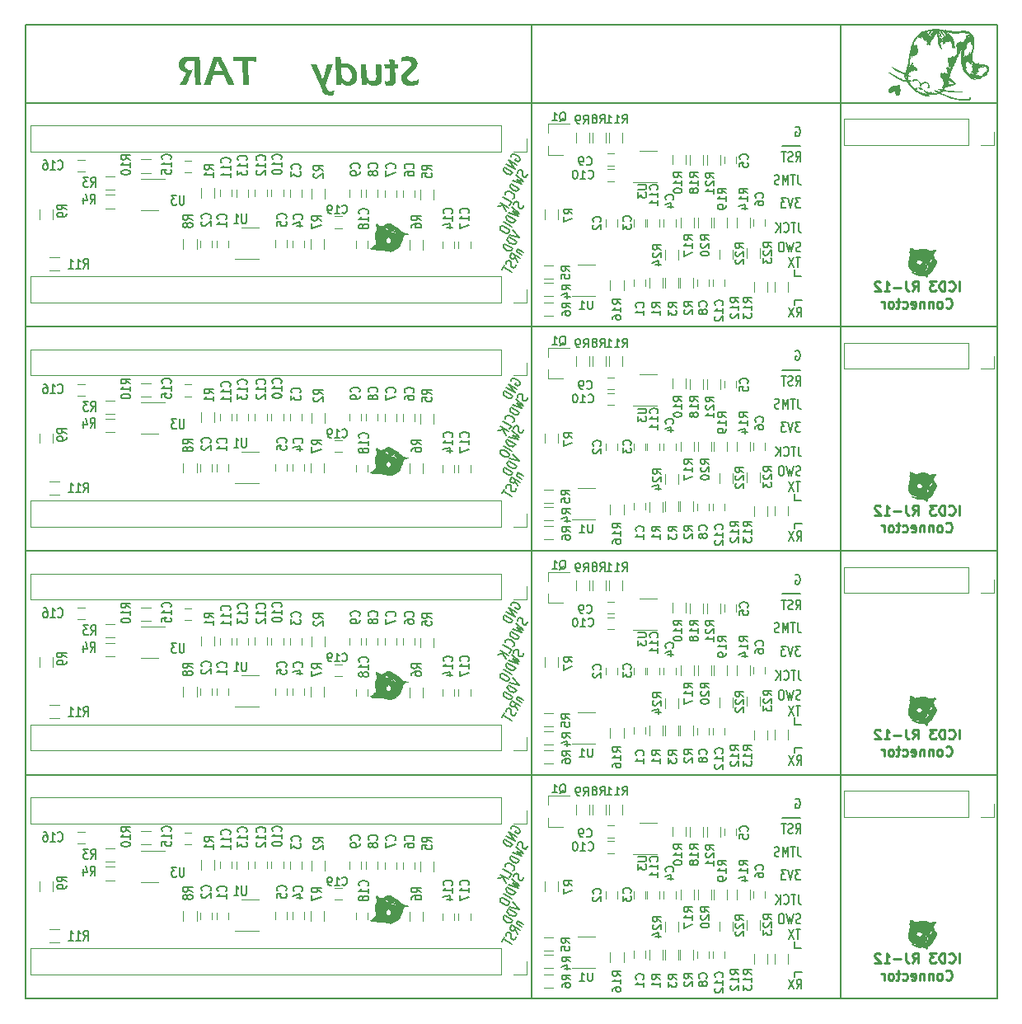
<source format=gbo>
%MOIN*%
%OFA0B0*%
%FSLAX46Y46*%
%IPPOS*%
%LPD*%
%ADD10C,0.0039370078740157488*%
%ADD11C,0.0078740157480314977*%
%ADD12C,0.0047244094488188976*%
%ADD13C,0.00011110236220472441*%
%ADD24C,0.0039370078740157488*%
%ADD25C,0.0078740157480314977*%
%ADD26C,0.0047244094488188976*%
%ADD27C,0.00011110236220472441*%
%ADD28C,0.0039370078740157488*%
%ADD29C,0.0078740157480314977*%
%ADD30C,0.0047244094488188976*%
%ADD31C,0.00011110236220472441*%
%ADD32C,0.0039370078740157488*%
%ADD33C,0.0078740157480314977*%
%ADD34C,0.0047244094488188976*%
%ADD35C,0.00011110236220472441*%
%ADD36C,0.0039370078740157488*%
%ADD37C,0.0078740157480314977*%
%ADD38C,0.0047244094488188976*%
%ADD39C,0.0039370078740157488*%
%ADD40C,0.0078740157480314977*%
%ADD41C,0.0047244094488188976*%
%ADD42C,0.0039370078740157488*%
%ADD43C,0.0078740157480314977*%
%ADD44C,0.0047244094488188976*%
%ADD45C,0.0039370078740157488*%
%ADD46C,0.0078740157480314977*%
%ADD47C,0.0047244094488188976*%
%ADD48C,0.0039370078740157488*%
%ADD49C,0.0039370078740157488*%
%ADD50C,0.00984251968503937*%
%ADD51C,0.0047244094488188976*%
%ADD52C,0.00011110236220472441*%
%ADD53C,0.0039370078740157488*%
%ADD54C,0.00984251968503937*%
%ADD55C,0.0047244094488188976*%
%ADD56C,0.00011110236220472441*%
%ADD57C,0.0039370078740157488*%
%ADD58C,0.00984251968503937*%
%ADD59C,0.0047244094488188976*%
%ADD60C,0.00011110236220472441*%
%ADD61C,0.0039370078740157488*%
%ADD62C,0.00984251968503937*%
%ADD63C,0.0047244094488188976*%
%ADD64C,0.00011110236220472441*%
%ADD65C,0.0039370078740157488*%
%ADD66C,0.0014444488188976379*%
%ADD67C,0.00088889763779527572*%
%ADD78C,0.0039370078740157488*%
%ADD79C,0.0078740157480314977*%
%LPD*%
G01G01*
D10*
D11*
X0001969333Y0000390376D02*
X0001998180Y0000361599D01*
X0001958835Y0000372192D01*
X0001987681Y0000343415D02*
X0001953585Y0000363099D01*
X0001949836Y0000356606D01*
X0001949210Y0000351772D01*
X0001950957Y0000347299D01*
X0001953454Y0000344125D01*
X0001959199Y0000339076D01*
X0001964070Y0000336264D01*
X0001971314Y0000333814D01*
X0001975311Y0000333238D01*
X0001980058Y0000333961D01*
X0001983931Y0000336920D01*
X0001987681Y0000343415D01*
X0001971931Y0000316137D02*
X0001937837Y0000335824D01*
X0001934088Y0000329329D01*
X0001933462Y0000324495D01*
X0001935207Y0000320022D01*
X0001937706Y0000316848D01*
X0001943451Y0000311801D01*
X0001948322Y0000308988D01*
X0001955566Y0000306538D01*
X0001959563Y0000305962D01*
X0001964310Y0000306685D01*
X0001968183Y0000309644D01*
X0001971931Y0000316137D01*
X0001991928Y0000315112D02*
X0002014659Y0000301989D01*
X0001995176Y0000313237D02*
X0001992802Y0000312876D01*
X0001989679Y0000311215D01*
X0001987429Y0000307319D01*
X0001987553Y0000303784D01*
X0001990050Y0000300610D01*
X0002007909Y0000290299D01*
X0001991412Y0000261724D02*
X0001980425Y0000280190D01*
X0002000411Y0000277310D02*
X0001966315Y0000296995D01*
X0001960316Y0000286604D01*
X0001960440Y0000283069D01*
X0001961313Y0000280833D01*
X0001963809Y0000277659D01*
X0001968681Y0000274847D01*
X0001972678Y0000274271D01*
X0001975052Y0000274632D01*
X0001978175Y0000276293D01*
X0001984175Y0000286684D01*
X0001983789Y0000252270D02*
X0001983163Y0000247436D01*
X0001979412Y0000240942D01*
X0001976290Y0000239281D01*
X0001973915Y0000238919D01*
X0001969919Y0000239496D01*
X0001966672Y0000241370D01*
X0001964175Y0000244544D01*
X0001963300Y0000246779D01*
X0001963176Y0000250315D01*
X0001964553Y0000256448D01*
X0001964429Y0000259983D01*
X0001963556Y0000262220D01*
X0001961058Y0000265393D01*
X0001957811Y0000267268D01*
X0001953814Y0000267844D01*
X0001951441Y0000267482D01*
X0001948316Y0000265822D01*
X0001944568Y0000259328D01*
X0001943942Y0000254494D01*
X0001937819Y0000247638D02*
X0001928820Y0000232050D01*
X0001967415Y0000220160D02*
X0001933319Y0000239845D01*
X0002014965Y0000490698D02*
X0002014339Y0000485864D01*
X0002010590Y0000479369D01*
X0002007467Y0000477709D01*
X0002005094Y0000477348D01*
X0002001097Y0000477923D01*
X0001997849Y0000479797D01*
X0001995352Y0000482971D01*
X0001994478Y0000485208D01*
X0001994355Y0000488743D01*
X0001995731Y0000494876D01*
X0001995607Y0000498411D01*
X0001994733Y0000500648D01*
X0001992236Y0000503820D01*
X0001988989Y0000505696D01*
X0001984992Y0000506272D01*
X0001982618Y0000505909D01*
X0001979495Y0000504250D01*
X0001975745Y0000497756D01*
X0001975119Y0000492922D01*
X0001968246Y0000484767D02*
X0001998591Y0000458587D01*
X0001971238Y0000467453D01*
X0001992593Y0000448196D01*
X0001954748Y0000461387D01*
X0001982843Y0000431311D02*
X0001948748Y0000450996D01*
X0001944999Y0000444501D01*
X0001944373Y0000439668D01*
X0001946119Y0000435195D01*
X0001948617Y0000432022D01*
X0001954362Y0000426973D01*
X0001959233Y0000424161D01*
X0001966477Y0000421710D01*
X0001970474Y0000421134D01*
X0001975221Y0000421857D01*
X0001979094Y0000424817D01*
X0001982843Y0000431311D01*
X0001967096Y0000404035D02*
X0001933000Y0000423720D01*
X0001922502Y0000405535D02*
X0001919501Y0000400340D01*
X0001919625Y0000396805D01*
X0001921373Y0000392331D01*
X0001927118Y0000387284D01*
X0001938483Y0000380722D01*
X0001945727Y0000378272D01*
X0001950473Y0000378995D01*
X0001953598Y0000380655D01*
X0001956597Y0000385850D01*
X0001956473Y0000389386D01*
X0001954726Y0000393857D01*
X0001948982Y0000398906D01*
X0001937616Y0000405468D01*
X0001930372Y0000407919D01*
X0001925625Y0000407196D01*
X0001922502Y0000405535D01*
X0002030129Y0000618548D02*
X0002029503Y0000613714D01*
X0002025754Y0000607219D01*
X0002022630Y0000605559D01*
X0002020257Y0000605197D01*
X0002016260Y0000605773D01*
X0002013011Y0000607648D01*
X0002010514Y0000610822D01*
X0002009640Y0000613058D01*
X0002009518Y0000616593D01*
X0002010894Y0000622726D01*
X0002010770Y0000626261D01*
X0002009896Y0000628497D01*
X0002007399Y0000631671D01*
X0002004152Y0000633546D01*
X0002000155Y0000634121D01*
X0001997781Y0000633759D01*
X0001994657Y0000632099D01*
X0001990908Y0000625605D01*
X0001990282Y0000620771D01*
X0001983408Y0000612617D02*
X0002013755Y0000586437D01*
X0001986402Y0000595302D01*
X0002007756Y0000576046D01*
X0001969911Y0000589237D01*
X0001998007Y0000559161D02*
X0001963912Y0000578846D01*
X0001960162Y0000572352D01*
X0001959536Y0000567517D01*
X0001961283Y0000563045D01*
X0001963781Y0000559871D01*
X0001969525Y0000554823D01*
X0001974396Y0000552011D01*
X0001981640Y0000549560D01*
X0001985637Y0000548984D01*
X0001990384Y0000549707D01*
X0001994257Y0000552666D01*
X0001998007Y0000559161D01*
X0001970013Y0000518173D02*
X0001972386Y0000518534D01*
X0001976260Y0000521493D01*
X0001977760Y0000524091D01*
X0001978386Y0000528925D01*
X0001976637Y0000533398D01*
X0001974141Y0000536571D01*
X0001968397Y0000541620D01*
X0001963526Y0000544432D01*
X0001956282Y0000546883D01*
X0001952284Y0000547458D01*
X0001947537Y0000546735D01*
X0001943664Y0000543776D01*
X0001942164Y0000541178D01*
X0001941538Y0000536344D01*
X0001942412Y0000534108D01*
X0001959012Y0000491619D02*
X0001966511Y0000504607D01*
X0001932416Y0000524293D01*
X0001953763Y0000482527D02*
X0001919667Y0000502212D01*
X0001944764Y0000466941D02*
X0001932030Y0000489879D01*
X0001910668Y0000486626D02*
X0001939150Y0000490964D01*
X0001963533Y0000686057D02*
X0001963409Y0000689592D01*
X0001965659Y0000693489D01*
X0001969532Y0000696448D01*
X0001974279Y0000697171D01*
X0001978276Y0000696595D01*
X0001985521Y0000694145D01*
X0001990391Y0000691332D01*
X0001996136Y0000686284D01*
X0001998633Y0000683110D01*
X0002000379Y0000678638D01*
X0001999754Y0000673804D01*
X0001998253Y0000671206D01*
X0001994381Y0000668247D01*
X0001992008Y0000667885D01*
X0001980643Y0000674447D01*
X0001983642Y0000679642D01*
X0001988506Y0000654321D02*
X0001954410Y0000674006D01*
X0001979507Y0000638734D01*
X0001945409Y0000658419D01*
X0001972007Y0000625745D02*
X0001937912Y0000645429D01*
X0001934163Y0000638936D01*
X0001933537Y0000634102D01*
X0001935283Y0000629630D01*
X0001937781Y0000626456D01*
X0001943526Y0000621407D01*
X0001948397Y0000618595D01*
X0001955639Y0000616145D01*
X0001959638Y0000615569D01*
X0001964385Y0000616292D01*
X0001968258Y0000619251D01*
X0001972007Y0000625745D01*
D12*
X0000137795Y0000280708D02*
X0000098425Y0000280708D01*
X0000098425Y0000227165D02*
X0000137795Y0000227165D01*
X0001252047Y0000399133D02*
X0001279606Y0000399133D01*
X0001279606Y0000446377D02*
X0001252047Y0000446377D01*
X0001336299Y0000346771D02*
X0001336299Y0000319212D01*
X0001383543Y0000319212D02*
X0001383543Y0000346771D01*
X0001799291Y0000317244D02*
X0001799291Y0000344803D01*
X0001752047Y0000344803D02*
X0001752047Y0000317244D01*
X0000239448Y0000674330D02*
X0000211889Y0000674330D01*
X0000211889Y0000627086D02*
X0000239448Y0000627086D01*
X0000644173Y0000624724D02*
X0000671732Y0000624724D01*
X0000671732Y0000671968D02*
X0000644173Y0000671968D01*
X0000692598Y0000314881D02*
X0000692598Y0000354251D01*
X0000639055Y0000354251D02*
X0000639055Y0000314881D01*
X0000755590Y0000321181D02*
X0000755590Y0000348740D01*
X0000708346Y0000348740D02*
X0000708346Y0000321181D01*
X0000772913Y0000348345D02*
X0000772913Y0000320787D01*
X0000820157Y0000320787D02*
X0000820157Y0000348345D01*
X0000874094Y0000400708D02*
X0000944960Y0000400708D01*
X0000944960Y0000273936D02*
X0000848503Y0000273936D01*
X0001011102Y0000349527D02*
X0001011102Y0000321968D01*
X0001058346Y0000321968D02*
X0001058346Y0000349527D01*
X0001079606Y0000349133D02*
X0001079606Y0000321574D01*
X0001126850Y0000321574D02*
X0001126850Y0000349133D01*
X0001208346Y0000314881D02*
X0001208346Y0000354251D01*
X0001154803Y0000354251D02*
X0001154803Y0000314881D01*
X0001609133Y0000312519D02*
X0001609133Y0000351889D01*
X0001555590Y0000351889D02*
X0001555590Y0000312519D01*
X0001734330Y0000318031D02*
X0001734330Y0000345590D01*
X0001687086Y0000345590D02*
X0001687086Y0000318031D01*
X0001650393Y0000513779D02*
X0001650393Y0000553149D01*
X0001596850Y0000553149D02*
X0001596850Y0000513779D01*
X0001500078Y0000524724D02*
X0001500078Y0000552283D01*
X0001452834Y0000552283D02*
X0001452834Y0000524724D01*
X0001378031Y0000553070D02*
X0001378031Y0000525511D01*
X0001425275Y0000525511D02*
X0001425275Y0000553070D01*
X0001309919Y0000553070D02*
X0001309919Y0000525511D01*
X0001357165Y0000525511D02*
X0001357165Y0000553070D01*
X0001157559Y0000557401D02*
X0001157559Y0000518031D01*
X0001211102Y0000518031D02*
X0001211102Y0000557401D01*
X0001117007Y0000525511D02*
X0001117007Y0000553070D01*
X0001069763Y0000553070D02*
X0001069763Y0000525511D01*
X0000834330Y0000525905D02*
X0000834330Y0000553464D01*
X0000787085Y0000553464D02*
X0000787085Y0000525905D01*
X0001042991Y0000525905D02*
X0001042991Y0000553464D01*
X0000995748Y0000553464D02*
X0000995748Y0000525905D01*
X0000902440Y0000525118D02*
X0000902440Y0000552677D01*
X0000855196Y0000552677D02*
X0000855196Y0000525118D01*
X0000976456Y0000526299D02*
X0000976456Y0000553858D01*
X0000929212Y0000553858D02*
X0000929212Y0000526299D01*
X0000765826Y0000520787D02*
X0000765826Y0000560157D01*
X0000712283Y0000560157D02*
X0000712283Y0000520787D01*
X0000467322Y0000622440D02*
X0000506692Y0000622440D01*
X0000506692Y0000675984D02*
X0000467322Y0000675984D01*
X0000538661Y0000471574D02*
X0000467795Y0000471574D01*
X0000467795Y0000598346D02*
X0000564251Y0000598346D01*
X0000322913Y0000479055D02*
X0000362283Y0000479055D01*
X0000362283Y0000532598D02*
X0000322913Y0000532598D01*
X0000322913Y0000554251D02*
X0000362283Y0000554251D01*
X0000362283Y0000607795D02*
X0000322913Y0000607795D01*
X0000111889Y0000435354D02*
X0000111889Y0000474724D01*
X0000058345Y0000474724D02*
X0000058345Y0000435354D01*
X0000022124Y0000097952D02*
X0000022124Y0000202677D01*
X0001924488Y0000097952D02*
X0000022124Y0000097952D01*
X0001924488Y0000202677D02*
X0000022124Y0000202677D01*
X0001924488Y0000097952D02*
X0001924488Y0000202677D01*
X0001974486Y0000097952D02*
X0002026850Y0000097952D01*
X0002026850Y0000097952D02*
X0002026850Y0000150314D01*
X0000022124Y0000708188D02*
X0000022124Y0000812913D01*
X0001924488Y0000708188D02*
X0000022124Y0000708188D01*
X0001924488Y0000812913D02*
X0000022124Y0000812913D01*
X0001924488Y0000708188D02*
X0001924488Y0000812913D01*
X0001974486Y0000708188D02*
X0002026850Y0000708188D01*
X0002026850Y0000708188D02*
X0002026850Y0000760551D01*
X0001573307Y0000524724D02*
X0001573307Y0000552283D01*
X0001526062Y0000552283D02*
X0001526062Y0000524724D01*
D13*
G36*
X0001472276Y0000388527D02*
X0001474144Y0000388468D01*
X0001476818Y0000387344D01*
X0001479264Y0000386518D01*
X0001483728Y0000386610D01*
X0001486677Y0000388596D01*
X0001488893Y0000391301D01*
X0001490509Y0000393459D01*
X0001491660Y0000393804D01*
X0001492982Y0000390686D01*
X0001491816Y0000387988D01*
X0001489998Y0000385964D01*
X0001489356Y0000384869D01*
X0001493381Y0000383255D01*
X0001496624Y0000380983D01*
X0001498935Y0000378342D01*
X0001500160Y0000375625D01*
X0001500146Y0000373120D01*
X0001497529Y0000374493D01*
X0001495028Y0000376830D01*
X0001491263Y0000379673D01*
X0001487375Y0000381202D01*
X0001484439Y0000381067D01*
X0001482418Y0000380145D01*
X0001481275Y0000379319D01*
X0001478870Y0000377200D01*
X0001476750Y0000375018D01*
X0001474551Y0000373618D01*
X0001471912Y0000373837D01*
X0001472616Y0000375916D01*
X0001475176Y0000378654D01*
X0001477900Y0000381165D01*
X0001479096Y0000382565D01*
X0001476127Y0000384723D01*
X0001472732Y0000386617D01*
X0001472276Y0000388528D01*
X0001468689Y0000391012D01*
X0001467763Y0000391107D01*
X0001465839Y0000391118D01*
X0001463286Y0000391270D01*
X0001460469Y0000391788D01*
X0001457756Y0000392896D01*
X0001455512Y0000394818D01*
X0001454104Y0000397779D01*
X0001453899Y0000402003D01*
X0001446772Y0000408445D01*
X0001441459Y0000406422D01*
X0001438738Y0000406239D01*
X0001435475Y0000407226D01*
X0001431939Y0000409004D01*
X0001428398Y0000411188D01*
X0001425125Y0000413397D01*
X0001422388Y0000415249D01*
X0001420457Y0000416360D01*
X0001419601Y0000416349D01*
X0001418729Y0000414431D01*
X0001418668Y0000411333D01*
X0001419167Y0000407447D01*
X0001419980Y0000403164D01*
X0001420850Y0000398875D01*
X0001421530Y0000394973D01*
X0001421768Y0000391847D01*
X0001421313Y0000389891D01*
X0001419034Y0000386330D01*
X0001417220Y0000382735D01*
X0001415830Y0000379106D01*
X0001414822Y0000375443D01*
X0001414155Y0000371746D01*
X0001413786Y0000368018D01*
X0001413675Y0000364254D01*
X0001413780Y0000360457D01*
X0001414346Y0000356556D01*
X0001415221Y0000352910D01*
X0001416208Y0000349463D01*
X0001417107Y0000346160D01*
X0001417726Y0000342947D01*
X0001417938Y0000338633D01*
X0001417297Y0000335846D01*
X0001415922Y0000333991D01*
X0001413942Y0000332471D01*
X0001411469Y0000330689D01*
X0001408628Y0000328049D01*
X0001406063Y0000325784D01*
X0001402852Y0000323504D01*
X0001399571Y0000321253D01*
X0001396796Y0000319072D01*
X0001395101Y0000317003D01*
X0001396440Y0000315154D01*
X0001399895Y0000313832D01*
X0001401975Y0000313327D01*
X0001405086Y0000312962D01*
X0001409002Y0000312712D01*
X0001413497Y0000312552D01*
X0001418346Y0000312458D01*
X0001423321Y0000312405D01*
X0001428197Y0000312367D01*
X0001432748Y0000312321D01*
X0001436747Y0000312241D01*
X0001439969Y0000312103D01*
X0001442188Y0000311881D01*
X0001445993Y0000311153D01*
X0001450429Y0000310172D01*
X0001454906Y0000309110D01*
X0001458835Y0000308139D01*
X0001461625Y0000307430D01*
X0001462686Y0000307156D01*
X0001468229Y0000335499D01*
X0001467187Y0000337279D01*
X0001464995Y0000338842D01*
X0001462253Y0000340451D01*
X0001459555Y0000342364D01*
X0001457504Y0000344845D01*
X0001456694Y0000348153D01*
X0001457231Y0000352261D01*
X0001458621Y0000355309D01*
X0001460568Y0000357645D01*
X0001462781Y0000359621D01*
X0001464959Y0000361584D01*
X0001466809Y0000363884D01*
X0001468035Y0000366874D01*
X0001470033Y0000363106D01*
X0001471898Y0000360525D01*
X0001473583Y0000358745D01*
X0001475037Y0000357380D01*
X0001476211Y0000356044D01*
X0001477053Y0000354352D01*
X0001477515Y0000351921D01*
X0001477547Y0000348362D01*
X0001476273Y0000345093D01*
X0001473752Y0000341446D01*
X0001470796Y0000338041D01*
X0001468218Y0000335499D01*
X0001462686Y0000307156D01*
X0001464972Y0000306789D01*
X0001469506Y0000306061D01*
X0001472806Y0000305530D01*
X0001476729Y0000305360D01*
X0001481265Y0000306323D01*
X0001485560Y0000307789D01*
X0001488762Y0000309130D01*
X0001490017Y0000309717D01*
X0001491455Y0000310428D01*
X0001494961Y0000312730D01*
X0001495952Y0000313358D01*
X0001497846Y0000314763D01*
X0001498346Y0000315370D01*
X0001499680Y0000317278D01*
X0001501600Y0000320614D01*
X0001503856Y0000325506D01*
X0001506202Y0000332083D01*
X0001507118Y0000335616D01*
X0001507744Y0000339045D01*
X0001508164Y0000342174D01*
X0001508461Y0000344806D01*
X0001509126Y0000351481D01*
X0001509380Y0000355037D01*
X0001509491Y0000356126D01*
X0001509784Y0000355261D01*
X0001510281Y0000352767D01*
X0001510681Y0000348953D01*
X0001510680Y0000344126D01*
X0001509977Y0000338597D01*
X0001508913Y0000333882D01*
X0001507682Y0000329175D01*
X0001506467Y0000324875D01*
X0001505457Y0000321381D01*
X0001504839Y0000319091D01*
X0001504799Y0000318406D01*
X0001507567Y0000321131D01*
X0001510245Y0000324660D01*
X0001512787Y0000328740D01*
X0001515144Y0000333111D01*
X0001517269Y0000337514D01*
X0001519114Y0000341695D01*
X0001520631Y0000345394D01*
X0001521776Y0000348355D01*
X0001522497Y0000350320D01*
X0001522747Y0000351032D01*
X0001524299Y0000356130D01*
X0001525651Y0000360466D01*
X0001526919Y0000364103D01*
X0001528221Y0000367103D01*
X0001529674Y0000369526D01*
X0001531395Y0000371439D01*
X0001533501Y0000372900D01*
X0001536110Y0000373972D01*
X0001539337Y0000374717D01*
X0001543300Y0000375198D01*
X0001548117Y0000375476D01*
X0001542369Y0000376411D01*
X0001537343Y0000377505D01*
X0001532968Y0000378743D01*
X0001529167Y0000380114D01*
X0001525865Y0000381605D01*
X0001522989Y0000383200D01*
X0001520463Y0000384888D01*
X0001518214Y0000386656D01*
X0001516168Y0000388489D01*
X0001514248Y0000390373D01*
X0001512383Y0000392299D01*
X0001510496Y0000394249D01*
X0001508513Y0000396213D01*
X0001506360Y0000398176D01*
X0001503963Y0000400125D01*
X0001501246Y0000402046D01*
X0001498138Y0000403929D01*
X0001498138Y0000403929D01*
X0001494493Y0000405697D01*
X0001490897Y0000407714D01*
X0001487344Y0000409860D01*
X0001483828Y0000412019D01*
X0001480343Y0000414073D01*
X0001476884Y0000415904D01*
X0001473444Y0000417394D01*
X0001470019Y0000418425D01*
X0001466602Y0000418880D01*
X0001463143Y0000418388D01*
X0001459895Y0000417189D01*
X0001456747Y0000415442D01*
X0001453586Y0000413298D01*
X0001450297Y0000410914D01*
X0001446772Y0000408445D01*
X0001453899Y0000402003D01*
X0001459498Y0000401793D01*
X0001463383Y0000400503D01*
X0001465885Y0000398511D01*
X0001467335Y0000396191D01*
X0001468065Y0000393918D01*
X0001468406Y0000392067D01*
X0001468689Y0000391012D01*
X0001472276Y0000388527D01*
X0001472276Y0000388527D01*
G37*
X0001472276Y0000388527D02*
X0001474144Y0000388468D01*
X0001476818Y0000387344D01*
X0001479264Y0000386518D01*
X0001483728Y0000386610D01*
X0001486677Y0000388596D01*
X0001488893Y0000391301D01*
X0001490509Y0000393459D01*
X0001491660Y0000393804D01*
X0001492982Y0000390686D01*
X0001491816Y0000387988D01*
X0001489998Y0000385964D01*
X0001489356Y0000384869D01*
X0001493381Y0000383255D01*
X0001496624Y0000380983D01*
X0001498935Y0000378342D01*
X0001500160Y0000375625D01*
X0001500146Y0000373120D01*
X0001497529Y0000374493D01*
X0001495028Y0000376830D01*
X0001491263Y0000379673D01*
X0001487375Y0000381202D01*
X0001484439Y0000381067D01*
X0001482418Y0000380145D01*
X0001481275Y0000379319D01*
X0001478870Y0000377200D01*
X0001476750Y0000375018D01*
X0001474551Y0000373618D01*
X0001471912Y0000373837D01*
X0001472616Y0000375916D01*
X0001475176Y0000378654D01*
X0001477900Y0000381165D01*
X0001479096Y0000382565D01*
X0001476127Y0000384723D01*
X0001472732Y0000386617D01*
X0001472276Y0000388528D01*
X0001468689Y0000391012D01*
X0001467763Y0000391107D01*
X0001465839Y0000391118D01*
X0001463286Y0000391270D01*
X0001460469Y0000391788D01*
X0001457756Y0000392896D01*
X0001455512Y0000394818D01*
X0001454104Y0000397779D01*
X0001453899Y0000402003D01*
X0001446772Y0000408445D01*
X0001441459Y0000406422D01*
X0001438738Y0000406239D01*
X0001435475Y0000407226D01*
X0001431939Y0000409004D01*
X0001428398Y0000411188D01*
X0001425125Y0000413397D01*
X0001422388Y0000415249D01*
X0001420457Y0000416360D01*
X0001419601Y0000416349D01*
X0001418729Y0000414431D01*
X0001418668Y0000411333D01*
X0001419167Y0000407447D01*
X0001419980Y0000403164D01*
X0001420850Y0000398875D01*
X0001421530Y0000394973D01*
X0001421768Y0000391847D01*
X0001421313Y0000389891D01*
X0001419034Y0000386330D01*
X0001417220Y0000382735D01*
X0001415830Y0000379106D01*
X0001414822Y0000375443D01*
X0001414155Y0000371746D01*
X0001413786Y0000368018D01*
X0001413675Y0000364254D01*
X0001413780Y0000360457D01*
X0001414346Y0000356556D01*
X0001415221Y0000352910D01*
X0001416208Y0000349463D01*
X0001417107Y0000346160D01*
X0001417726Y0000342947D01*
X0001417938Y0000338633D01*
X0001417297Y0000335846D01*
X0001415922Y0000333991D01*
X0001413942Y0000332471D01*
X0001411469Y0000330689D01*
X0001408628Y0000328049D01*
X0001406063Y0000325784D01*
X0001402852Y0000323504D01*
X0001399571Y0000321253D01*
X0001396796Y0000319072D01*
X0001395101Y0000317003D01*
X0001396440Y0000315154D01*
X0001399895Y0000313832D01*
X0001401975Y0000313327D01*
X0001405086Y0000312962D01*
X0001409002Y0000312712D01*
X0001413497Y0000312552D01*
X0001418346Y0000312458D01*
X0001423321Y0000312405D01*
X0001428197Y0000312367D01*
X0001432748Y0000312321D01*
X0001436747Y0000312241D01*
X0001439969Y0000312103D01*
X0001442188Y0000311881D01*
X0001445993Y0000311153D01*
X0001450429Y0000310172D01*
X0001454906Y0000309110D01*
X0001458835Y0000308139D01*
X0001461625Y0000307430D01*
X0001462686Y0000307156D01*
X0001468229Y0000335499D01*
X0001467187Y0000337279D01*
X0001464995Y0000338842D01*
X0001462253Y0000340451D01*
X0001459555Y0000342364D01*
X0001457504Y0000344845D01*
X0001456694Y0000348153D01*
X0001457231Y0000352261D01*
X0001458621Y0000355309D01*
X0001460568Y0000357645D01*
X0001462781Y0000359621D01*
X0001464959Y0000361584D01*
X0001466809Y0000363884D01*
X0001468035Y0000366874D01*
X0001470033Y0000363106D01*
X0001471898Y0000360525D01*
X0001473583Y0000358745D01*
X0001475037Y0000357380D01*
X0001476211Y0000356044D01*
X0001477053Y0000354352D01*
X0001477515Y0000351921D01*
X0001477547Y0000348362D01*
X0001476273Y0000345093D01*
X0001473752Y0000341446D01*
X0001470796Y0000338041D01*
X0001468218Y0000335499D01*
X0001462686Y0000307156D01*
X0001464972Y0000306789D01*
X0001469506Y0000306061D01*
X0001472806Y0000305530D01*
X0001476729Y0000305360D01*
X0001481265Y0000306323D01*
X0001485560Y0000307789D01*
X0001488762Y0000309130D01*
X0001490017Y0000309717D01*
X0001491455Y0000310428D01*
X0001494961Y0000312730D01*
X0001495952Y0000313358D01*
X0001497846Y0000314763D01*
X0001498346Y0000315370D01*
X0001499680Y0000317278D01*
X0001501600Y0000320614D01*
X0001503856Y0000325506D01*
X0001506202Y0000332083D01*
X0001507118Y0000335616D01*
X0001507744Y0000339045D01*
X0001508164Y0000342174D01*
X0001508461Y0000344806D01*
X0001509126Y0000351481D01*
X0001509380Y0000355037D01*
X0001509491Y0000356126D01*
X0001509784Y0000355261D01*
X0001510281Y0000352767D01*
X0001510681Y0000348953D01*
X0001510680Y0000344126D01*
X0001509977Y0000338597D01*
X0001508913Y0000333882D01*
X0001507682Y0000329175D01*
X0001506467Y0000324875D01*
X0001505457Y0000321381D01*
X0001504839Y0000319091D01*
X0001504799Y0000318406D01*
X0001507567Y0000321131D01*
X0001510245Y0000324660D01*
X0001512787Y0000328740D01*
X0001515144Y0000333111D01*
X0001517269Y0000337514D01*
X0001519114Y0000341695D01*
X0001520631Y0000345394D01*
X0001521776Y0000348355D01*
X0001522497Y0000350320D01*
X0001522747Y0000351032D01*
X0001524299Y0000356130D01*
X0001525651Y0000360466D01*
X0001526919Y0000364103D01*
X0001528221Y0000367103D01*
X0001529674Y0000369526D01*
X0001531395Y0000371439D01*
X0001533501Y0000372900D01*
X0001536110Y0000373972D01*
X0001539337Y0000374717D01*
X0001543300Y0000375198D01*
X0001548117Y0000375476D01*
X0001542369Y0000376411D01*
X0001537343Y0000377505D01*
X0001532968Y0000378743D01*
X0001529167Y0000380114D01*
X0001525865Y0000381605D01*
X0001522989Y0000383200D01*
X0001520463Y0000384888D01*
X0001518214Y0000386656D01*
X0001516168Y0000388489D01*
X0001514248Y0000390373D01*
X0001512383Y0000392299D01*
X0001510496Y0000394249D01*
X0001508513Y0000396213D01*
X0001506360Y0000398176D01*
X0001503963Y0000400125D01*
X0001501246Y0000402046D01*
X0001498138Y0000403929D01*
X0001498138Y0000403929D01*
X0001494493Y0000405697D01*
X0001490897Y0000407714D01*
X0001487344Y0000409860D01*
X0001483828Y0000412019D01*
X0001480343Y0000414073D01*
X0001476884Y0000415904D01*
X0001473444Y0000417394D01*
X0001470019Y0000418425D01*
X0001466602Y0000418880D01*
X0001463143Y0000418388D01*
X0001459895Y0000417189D01*
X0001456747Y0000415442D01*
X0001453586Y0000413298D01*
X0001450297Y0000410914D01*
X0001446772Y0000408445D01*
X0001453899Y0000402003D01*
X0001459498Y0000401793D01*
X0001463383Y0000400503D01*
X0001465885Y0000398511D01*
X0001467335Y0000396191D01*
X0001468065Y0000393918D01*
X0001468406Y0000392067D01*
X0001468689Y0000391012D01*
X0001472276Y0000388527D01*
D11*
X0000234814Y0000235339D02*
X0000245313Y0000254087D01*
X0000252811Y0000235339D02*
X0000252811Y0000274709D01*
X0000240813Y0000274709D01*
X0000237814Y0000272834D01*
X0000236314Y0000270959D01*
X0000234814Y0000267210D01*
X0000234814Y0000261585D01*
X0000236314Y0000257836D01*
X0000237814Y0000255961D01*
X0000240813Y0000254087D01*
X0000252811Y0000254087D01*
X0000204818Y0000235339D02*
X0000222815Y0000235339D01*
X0000213817Y0000235339D02*
X0000213817Y0000274709D01*
X0000216816Y0000269085D01*
X0000219816Y0000265335D01*
X0000222815Y0000263460D01*
X0000174821Y0000235339D02*
X0000192819Y0000235339D01*
X0000183820Y0000235339D02*
X0000183820Y0000274709D01*
X0000186820Y0000269085D01*
X0000189820Y0000265335D01*
X0000192819Y0000263460D01*
X0001281349Y0000461197D02*
X0001282849Y0000459604D01*
X0001287349Y0000458010D01*
X0001290348Y0000458010D01*
X0001294848Y0000459604D01*
X0001297847Y0000462791D01*
X0001299347Y0000465978D01*
X0001300846Y0000472352D01*
X0001300846Y0000477133D01*
X0001299347Y0000483507D01*
X0001297847Y0000486694D01*
X0001294848Y0000489881D01*
X0001290348Y0000491475D01*
X0001287349Y0000491475D01*
X0001282849Y0000489881D01*
X0001281349Y0000488288D01*
X0001251353Y0000458010D02*
X0001269351Y0000458010D01*
X0001260352Y0000458010D02*
X0001260352Y0000491475D01*
X0001263351Y0000486694D01*
X0001266351Y0000483507D01*
X0001269351Y0000481914D01*
X0001236355Y0000458010D02*
X0001230356Y0000458010D01*
X0001227356Y0000459604D01*
X0001225856Y0000461197D01*
X0001222857Y0000465978D01*
X0001221357Y0000472352D01*
X0001221357Y0000485101D01*
X0001222857Y0000488288D01*
X0001224356Y0000489881D01*
X0001227356Y0000491475D01*
X0001233355Y0000491475D01*
X0001236355Y0000489881D01*
X0001237855Y0000488288D01*
X0001239355Y0000485101D01*
X0001239355Y0000477133D01*
X0001237855Y0000473946D01*
X0001236355Y0000472352D01*
X0001233355Y0000470759D01*
X0001227356Y0000470759D01*
X0001224356Y0000472352D01*
X0001222857Y0000473946D01*
X0001221357Y0000477133D01*
X0001384218Y0000456389D02*
X0001386092Y0000457889D01*
X0001387967Y0000462388D01*
X0001387967Y0000465388D01*
X0001386092Y0000469886D01*
X0001382343Y0000472886D01*
X0001378593Y0000474386D01*
X0001371094Y0000475886D01*
X0001365470Y0000475886D01*
X0001357971Y0000474386D01*
X0001354221Y0000472886D01*
X0001350472Y0000469886D01*
X0001348597Y0000465388D01*
X0001348597Y0000462388D01*
X0001350472Y0000457889D01*
X0001352347Y0000456389D01*
X0001387967Y0000426392D02*
X0001387967Y0000444389D01*
X0001387967Y0000435391D02*
X0001348597Y0000435391D01*
X0001354221Y0000438391D01*
X0001357971Y0000441391D01*
X0001359846Y0000444389D01*
X0001365470Y0000408395D02*
X0001363595Y0000411394D01*
X0001361721Y0000412894D01*
X0001357971Y0000414394D01*
X0001356096Y0000414394D01*
X0001352347Y0000412894D01*
X0001350472Y0000411394D01*
X0001348597Y0000408395D01*
X0001348597Y0000402395D01*
X0001350472Y0000399396D01*
X0001352347Y0000397896D01*
X0001356096Y0000396396D01*
X0001357971Y0000396396D01*
X0001361721Y0000397896D01*
X0001363595Y0000399396D01*
X0001365470Y0000402395D01*
X0001365470Y0000408395D01*
X0001367345Y0000411394D01*
X0001369220Y0000412894D01*
X0001372969Y0000414394D01*
X0001380468Y0000414394D01*
X0001384218Y0000412894D01*
X0001386092Y0000411394D01*
X0001387967Y0000408395D01*
X0001387967Y0000402395D01*
X0001386092Y0000399396D01*
X0001384218Y0000397896D01*
X0001380468Y0000396396D01*
X0001372969Y0000396396D01*
X0001369220Y0000397896D01*
X0001367345Y0000399396D01*
X0001365470Y0000402395D01*
X0001791619Y0000459223D02*
X0001793494Y0000460723D01*
X0001795369Y0000465223D01*
X0001795369Y0000468222D01*
X0001793494Y0000472722D01*
X0001789745Y0000475721D01*
X0001785995Y0000477221D01*
X0001778496Y0000478721D01*
X0001772872Y0000478721D01*
X0001765373Y0000477221D01*
X0001761623Y0000475721D01*
X0001757874Y0000472722D01*
X0001755999Y0000468222D01*
X0001755999Y0000465223D01*
X0001757874Y0000460723D01*
X0001759748Y0000459223D01*
X0001795369Y0000429227D02*
X0001795369Y0000447225D01*
X0001795369Y0000438226D02*
X0001755999Y0000438226D01*
X0001761623Y0000441226D01*
X0001765373Y0000444225D01*
X0001767247Y0000447225D01*
X0001755999Y0000418727D02*
X0001755999Y0000397731D01*
X0001795369Y0000411229D01*
X0000131271Y0000638695D02*
X0000132770Y0000636820D01*
X0000137270Y0000634944D01*
X0000140269Y0000634944D01*
X0000144769Y0000636820D01*
X0000147769Y0000640569D01*
X0000149268Y0000644319D01*
X0000150768Y0000651818D01*
X0000150768Y0000657442D01*
X0000149268Y0000664941D01*
X0000147769Y0000668691D01*
X0000144769Y0000672439D01*
X0000140269Y0000674315D01*
X0000137270Y0000674315D01*
X0000132770Y0000672439D01*
X0000131271Y0000670566D01*
X0000101274Y0000634944D02*
X0000119272Y0000634944D01*
X0000110273Y0000634944D02*
X0000110273Y0000674315D01*
X0000113273Y0000668691D01*
X0000116272Y0000664941D01*
X0000119272Y0000663067D01*
X0000074278Y0000674315D02*
X0000080276Y0000674315D01*
X0000083276Y0000672439D01*
X0000084776Y0000670566D01*
X0000087776Y0000664941D01*
X0000089276Y0000657442D01*
X0000089276Y0000642444D01*
X0000087776Y0000638695D01*
X0000086276Y0000636820D01*
X0000083276Y0000634944D01*
X0000077277Y0000634944D01*
X0000074278Y0000636820D01*
X0000072778Y0000638695D01*
X0000071278Y0000642444D01*
X0000071278Y0000651818D01*
X0000072778Y0000655568D01*
X0000074278Y0000657442D01*
X0000077277Y0000659316D01*
X0000083276Y0000659316D01*
X0000086276Y0000657442D01*
X0000087776Y0000655568D01*
X0000089276Y0000651818D01*
X0000586501Y0000676940D02*
X0000588376Y0000678439D01*
X0000590251Y0000682939D01*
X0000590251Y0000685939D01*
X0000588376Y0000690438D01*
X0000584626Y0000693438D01*
X0000580877Y0000694938D01*
X0000573378Y0000696436D01*
X0000567754Y0000696436D01*
X0000560254Y0000694938D01*
X0000556505Y0000693438D01*
X0000552755Y0000690438D01*
X0000550881Y0000685939D01*
X0000550881Y0000682939D01*
X0000552755Y0000678439D01*
X0000554630Y0000676940D01*
X0000590251Y0000646944D02*
X0000590251Y0000664941D01*
X0000590251Y0000655943D02*
X0000550881Y0000655943D01*
X0000556505Y0000658942D01*
X0000560254Y0000661942D01*
X0000562129Y0000664941D01*
X0000550881Y0000618447D02*
X0000550881Y0000633445D01*
X0000569628Y0000634944D01*
X0000567754Y0000633445D01*
X0000565879Y0000630446D01*
X0000565879Y0000622947D01*
X0000567754Y0000619947D01*
X0000569628Y0000618447D01*
X0000573378Y0000616947D01*
X0000582752Y0000616947D01*
X0000586501Y0000618447D01*
X0000588376Y0000619947D01*
X0000590251Y0000622947D01*
X0000590251Y0000630446D01*
X0000588376Y0000633445D01*
X0000586501Y0000634944D01*
X0000676156Y0000431548D02*
X0000657408Y0000442047D01*
X0000676156Y0000449546D02*
X0000636786Y0000449546D01*
X0000636786Y0000437547D01*
X0000638660Y0000434548D01*
X0000640536Y0000433048D01*
X0000644285Y0000431548D01*
X0000649910Y0000431548D01*
X0000653659Y0000433048D01*
X0000655534Y0000434548D01*
X0000657408Y0000437547D01*
X0000657408Y0000449546D01*
X0000653659Y0000413550D02*
X0000651783Y0000416550D01*
X0000649910Y0000418050D01*
X0000646159Y0000419550D01*
X0000644285Y0000419550D01*
X0000640536Y0000418050D01*
X0000638660Y0000416550D01*
X0000636786Y0000413550D01*
X0000636786Y0000407550D01*
X0000638660Y0000404550D01*
X0000640536Y0000403052D01*
X0000644285Y0000401552D01*
X0000646159Y0000401552D01*
X0000649910Y0000403052D01*
X0000651783Y0000404550D01*
X0000653659Y0000407550D01*
X0000653659Y0000413550D01*
X0000655534Y0000416550D01*
X0000657408Y0000418050D01*
X0000661158Y0000419550D01*
X0000668657Y0000419550D01*
X0000672407Y0000418050D01*
X0000674281Y0000416550D01*
X0000676156Y0000413550D01*
X0000676156Y0000407550D01*
X0000674281Y0000404550D01*
X0000672407Y0000403052D01*
X0000668657Y0000401552D01*
X0000661158Y0000401552D01*
X0000657408Y0000403052D01*
X0000655534Y0000404550D01*
X0000653659Y0000407550D01*
X0000747525Y0000437532D02*
X0000749400Y0000439032D01*
X0000751274Y0000443532D01*
X0000751274Y0000446531D01*
X0000749400Y0000451031D01*
X0000745650Y0000454030D01*
X0000741901Y0000455530D01*
X0000734400Y0000457030D01*
X0000728777Y0000457030D01*
X0000721277Y0000455530D01*
X0000717529Y0000454030D01*
X0000713778Y0000451031D01*
X0000711904Y0000446531D01*
X0000711904Y0000443532D01*
X0000713778Y0000439032D01*
X0000715654Y0000437532D01*
X0000715654Y0000425534D02*
X0000713778Y0000424034D01*
X0000711904Y0000421034D01*
X0000711904Y0000413535D01*
X0000713778Y0000410536D01*
X0000715654Y0000409036D01*
X0000719403Y0000407536D01*
X0000723153Y0000407536D01*
X0000728777Y0000409036D01*
X0000751274Y0000427034D01*
X0000751274Y0000407536D01*
X0000811304Y0000435170D02*
X0000813179Y0000436670D01*
X0000815053Y0000441169D01*
X0000815053Y0000444169D01*
X0000813179Y0000448667D01*
X0000809430Y0000451667D01*
X0000805680Y0000453167D01*
X0000798181Y0000454667D01*
X0000792557Y0000454667D01*
X0000785058Y0000453167D01*
X0000781308Y0000451667D01*
X0000777559Y0000448667D01*
X0000775684Y0000444169D01*
X0000775684Y0000441169D01*
X0000777559Y0000436670D01*
X0000779433Y0000435170D01*
X0000815053Y0000405174D02*
X0000815053Y0000423172D01*
X0000815053Y0000414173D02*
X0000775684Y0000414173D01*
X0000781308Y0000417172D01*
X0000785058Y0000420172D01*
X0000786932Y0000423172D01*
X0000893760Y0000456520D02*
X0000893760Y0000424649D01*
X0000892260Y0000420899D01*
X0000890761Y0000419025D01*
X0000887761Y0000417150D01*
X0000881762Y0000417150D01*
X0000878762Y0000419025D01*
X0000877262Y0000420899D01*
X0000875763Y0000424649D01*
X0000875763Y0000456520D01*
X0000844266Y0000417150D02*
X0000862264Y0000417150D01*
X0000853264Y0000417150D02*
X0000853264Y0000456520D01*
X0000856265Y0000450896D01*
X0000859265Y0000447146D01*
X0000862264Y0000445271D01*
X0001052643Y0000436745D02*
X0001054518Y0000438245D01*
X0001056392Y0000442744D01*
X0001056392Y0000445744D01*
X0001054518Y0000450243D01*
X0001050768Y0000453243D01*
X0001047018Y0000454743D01*
X0001039520Y0000456242D01*
X0001033895Y0000456242D01*
X0001026396Y0000454743D01*
X0001022647Y0000453243D01*
X0001018896Y0000450243D01*
X0001017022Y0000445744D01*
X0001017022Y0000442744D01*
X0001018896Y0000438245D01*
X0001020772Y0000436745D01*
X0001017022Y0000408248D02*
X0001017022Y0000423246D01*
X0001035770Y0000424746D01*
X0001033895Y0000423246D01*
X0001032019Y0000420246D01*
X0001032019Y0000412748D01*
X0001033895Y0000409748D01*
X0001035770Y0000408248D01*
X0001039520Y0000406749D01*
X0001048893Y0000406749D01*
X0001052643Y0000408248D01*
X0001054518Y0000409748D01*
X0001056392Y0000412748D01*
X0001056392Y0000420246D01*
X0001054518Y0000423246D01*
X0001052643Y0000424746D01*
X0001118785Y0000435170D02*
X0001120659Y0000436670D01*
X0001122534Y0000441169D01*
X0001122534Y0000444169D01*
X0001120659Y0000448667D01*
X0001116910Y0000451667D01*
X0001113160Y0000453167D01*
X0001105661Y0000454667D01*
X0001100037Y0000454667D01*
X0001092538Y0000453167D01*
X0001088788Y0000451667D01*
X0001085039Y0000448667D01*
X0001083164Y0000444169D01*
X0001083164Y0000441169D01*
X0001085039Y0000436670D01*
X0001086914Y0000435170D01*
X0001096287Y0000408173D02*
X0001122534Y0000408173D01*
X0001081289Y0000415673D02*
X0001109411Y0000423172D01*
X0001109411Y0000403674D01*
X0001198203Y0000429186D02*
X0001179456Y0000439685D01*
X0001198203Y0000447184D02*
X0001158833Y0000447184D01*
X0001158833Y0000435185D01*
X0001160708Y0000432185D01*
X0001162583Y0000430686D01*
X0001166332Y0000429186D01*
X0001171957Y0000429186D01*
X0001175706Y0000430686D01*
X0001177581Y0000432185D01*
X0001179456Y0000435185D01*
X0001179456Y0000447184D01*
X0001158833Y0000418687D02*
X0001158833Y0000397690D01*
X0001198203Y0000411188D01*
X0001601668Y0000429265D02*
X0001582920Y0000439763D01*
X0001601668Y0000447262D02*
X0001562298Y0000447262D01*
X0001562298Y0000435264D01*
X0001564173Y0000432264D01*
X0001566047Y0000430764D01*
X0001569797Y0000429265D01*
X0001575421Y0000429265D01*
X0001579171Y0000430764D01*
X0001581046Y0000432264D01*
X0001582920Y0000435264D01*
X0001582920Y0000447262D01*
X0001562298Y0000402268D02*
X0001562298Y0000408267D01*
X0001564173Y0000411267D01*
X0001566047Y0000412767D01*
X0001571672Y0000415766D01*
X0001579171Y0000417266D01*
X0001594169Y0000417266D01*
X0001597919Y0000415766D01*
X0001599793Y0000414266D01*
X0001601668Y0000411267D01*
X0001601668Y0000405268D01*
X0001599793Y0000402268D01*
X0001597919Y0000400768D01*
X0001594169Y0000399268D01*
X0001584795Y0000399268D01*
X0001581046Y0000400768D01*
X0001579171Y0000402268D01*
X0001577296Y0000405268D01*
X0001577296Y0000411267D01*
X0001579171Y0000414266D01*
X0001581046Y0000415766D01*
X0001584795Y0000417266D01*
X0001725478Y0000458830D02*
X0001727352Y0000460328D01*
X0001729227Y0000464828D01*
X0001729227Y0000467828D01*
X0001727352Y0000472328D01*
X0001723603Y0000475328D01*
X0001719852Y0000476827D01*
X0001712354Y0000478327D01*
X0001706729Y0000478327D01*
X0001699231Y0000476827D01*
X0001695480Y0000475328D01*
X0001691732Y0000472328D01*
X0001689857Y0000467828D01*
X0001689857Y0000464828D01*
X0001691732Y0000460328D01*
X0001693606Y0000458830D01*
X0001729227Y0000428833D02*
X0001729227Y0000446831D01*
X0001729227Y0000437831D02*
X0001689857Y0000437831D01*
X0001695480Y0000440831D01*
X0001699231Y0000443831D01*
X0001701106Y0000446831D01*
X0001702980Y0000401837D02*
X0001729227Y0000401837D01*
X0001687982Y0000409336D02*
X0001716104Y0000416835D01*
X0001716104Y0000397337D01*
X0001643322Y0000632887D02*
X0001624574Y0000643385D01*
X0001643322Y0000650884D02*
X0001603952Y0000650884D01*
X0001603952Y0000638886D01*
X0001605826Y0000635886D01*
X0001607701Y0000634386D01*
X0001611451Y0000632887D01*
X0001617075Y0000632887D01*
X0001620824Y0000634386D01*
X0001622699Y0000635886D01*
X0001624574Y0000638886D01*
X0001624574Y0000650884D01*
X0001603952Y0000604390D02*
X0001603952Y0000619388D01*
X0001622699Y0000620888D01*
X0001620824Y0000619388D01*
X0001618950Y0000616389D01*
X0001618950Y0000608890D01*
X0001620824Y0000605890D01*
X0001622699Y0000604390D01*
X0001626448Y0000602890D01*
X0001635823Y0000602890D01*
X0001639572Y0000604390D01*
X0001641447Y0000605890D01*
X0001643322Y0000608890D01*
X0001643322Y0000616389D01*
X0001641447Y0000619388D01*
X0001639572Y0000620888D01*
X0001494375Y0000640682D02*
X0001496250Y0000642182D01*
X0001498125Y0000646681D01*
X0001498125Y0000649681D01*
X0001496250Y0000654180D01*
X0001492500Y0000657180D01*
X0001488751Y0000658680D01*
X0001481252Y0000660179D01*
X0001475628Y0000660179D01*
X0001468128Y0000658680D01*
X0001464379Y0000657180D01*
X0001460629Y0000654180D01*
X0001458755Y0000649681D01*
X0001458755Y0000646681D01*
X0001460629Y0000642182D01*
X0001462504Y0000640682D01*
X0001458755Y0000630183D02*
X0001458755Y0000609186D01*
X0001498125Y0000622684D01*
X0001421541Y0000641469D02*
X0001423415Y0000642969D01*
X0001425290Y0000647468D01*
X0001425290Y0000650468D01*
X0001423415Y0000654968D01*
X0001419666Y0000657966D01*
X0001415916Y0000659467D01*
X0001408417Y0000660967D01*
X0001402793Y0000660967D01*
X0001395294Y0000659467D01*
X0001391544Y0000657966D01*
X0001387795Y0000654968D01*
X0001385920Y0000650468D01*
X0001385920Y0000647468D01*
X0001387795Y0000642969D01*
X0001389670Y0000641469D01*
X0001402793Y0000623472D02*
X0001400918Y0000626471D01*
X0001399043Y0000627971D01*
X0001395294Y0000629471D01*
X0001393419Y0000629471D01*
X0001389670Y0000627971D01*
X0001387795Y0000626471D01*
X0001385920Y0000623472D01*
X0001385920Y0000617472D01*
X0001387795Y0000614473D01*
X0001389670Y0000612973D01*
X0001393419Y0000611473D01*
X0001395294Y0000611473D01*
X0001399043Y0000612973D01*
X0001400918Y0000614473D01*
X0001402793Y0000617472D01*
X0001402793Y0000623472D01*
X0001404668Y0000626471D01*
X0001406542Y0000627971D01*
X0001410292Y0000629471D01*
X0001417791Y0000629471D01*
X0001421541Y0000627971D01*
X0001423415Y0000626471D01*
X0001425290Y0000623472D01*
X0001425290Y0000617472D01*
X0001423415Y0000614473D01*
X0001421541Y0000612973D01*
X0001417791Y0000611473D01*
X0001410292Y0000611473D01*
X0001406542Y0000612973D01*
X0001404668Y0000614473D01*
X0001402793Y0000617472D01*
X0001349887Y0000641469D02*
X0001351762Y0000642969D01*
X0001353637Y0000647468D01*
X0001353637Y0000650468D01*
X0001351762Y0000654968D01*
X0001348012Y0000657966D01*
X0001344263Y0000659467D01*
X0001336764Y0000660967D01*
X0001331139Y0000660967D01*
X0001323640Y0000659467D01*
X0001319891Y0000657966D01*
X0001316141Y0000654968D01*
X0001314266Y0000650468D01*
X0001314266Y0000647468D01*
X0001316141Y0000642969D01*
X0001318016Y0000641469D01*
X0001353637Y0000626471D02*
X0001353637Y0000620472D01*
X0001351762Y0000617472D01*
X0001349887Y0000615972D01*
X0001344263Y0000612973D01*
X0001336764Y0000611473D01*
X0001321766Y0000611473D01*
X0001318016Y0000612973D01*
X0001316141Y0000614473D01*
X0001314266Y0000617472D01*
X0001314266Y0000623472D01*
X0001316141Y0000626471D01*
X0001318016Y0000627971D01*
X0001321766Y0000629471D01*
X0001331139Y0000629471D01*
X0001334889Y0000627971D01*
X0001336764Y0000626471D01*
X0001338638Y0000623472D01*
X0001338638Y0000617472D01*
X0001336764Y0000614473D01*
X0001334889Y0000612973D01*
X0001331139Y0000611473D01*
X0001204818Y0000632414D02*
X0001186070Y0000642913D01*
X0001204818Y0000650412D02*
X0001165448Y0000650412D01*
X0001165448Y0000638413D01*
X0001167322Y0000635414D01*
X0001169197Y0000633914D01*
X0001172947Y0000632414D01*
X0001178571Y0000632414D01*
X0001182320Y0000633914D01*
X0001184195Y0000635414D01*
X0001186070Y0000638413D01*
X0001186070Y0000650412D01*
X0001169197Y0000620416D02*
X0001167322Y0000618916D01*
X0001165448Y0000615916D01*
X0001165448Y0000608417D01*
X0001167322Y0000605418D01*
X0001169197Y0000603918D01*
X0001172947Y0000602418D01*
X0001176696Y0000602418D01*
X0001182320Y0000603918D01*
X0001204818Y0000621915D01*
X0001204818Y0000602418D01*
X0001109808Y0000638241D02*
X0001111683Y0000639741D01*
X0001113558Y0000644240D01*
X0001113558Y0000647240D01*
X0001111683Y0000651739D01*
X0001107934Y0000654739D01*
X0001104184Y0000656239D01*
X0001096685Y0000657739D01*
X0001091061Y0000657739D01*
X0001083562Y0000656239D01*
X0001079812Y0000654739D01*
X0001076062Y0000651739D01*
X0001074188Y0000647240D01*
X0001074188Y0000644240D01*
X0001076062Y0000639741D01*
X0001077937Y0000638241D01*
X0001074188Y0000627742D02*
X0001074188Y0000608245D01*
X0001089186Y0000618743D01*
X0001089186Y0000614244D01*
X0001091061Y0000611244D01*
X0001092935Y0000609745D01*
X0001096685Y0000608245D01*
X0001106059Y0000608245D01*
X0001109808Y0000609745D01*
X0001111683Y0000611244D01*
X0001113558Y0000614244D01*
X0001113558Y0000623243D01*
X0001111683Y0000626242D01*
X0001109808Y0000627742D01*
X0000825950Y0000663869D02*
X0000827825Y0000665368D01*
X0000829700Y0000669868D01*
X0000829700Y0000672868D01*
X0000827825Y0000677367D01*
X0000824075Y0000680367D01*
X0000820326Y0000681867D01*
X0000812827Y0000683367D01*
X0000807202Y0000683367D01*
X0000799703Y0000681867D01*
X0000795954Y0000680367D01*
X0000792204Y0000677367D01*
X0000790329Y0000672868D01*
X0000790329Y0000669868D01*
X0000792204Y0000665368D01*
X0000794079Y0000663869D01*
X0000829700Y0000633873D02*
X0000829700Y0000651871D01*
X0000829700Y0000642872D02*
X0000790329Y0000642872D01*
X0000795954Y0000645871D01*
X0000799703Y0000648871D01*
X0000801578Y0000651871D01*
X0000829700Y0000603877D02*
X0000829700Y0000621874D01*
X0000829700Y0000612875D02*
X0000790329Y0000612875D01*
X0000795954Y0000615875D01*
X0000799703Y0000618875D01*
X0000801578Y0000621874D01*
X0001033430Y0000677254D02*
X0001035304Y0000678755D01*
X0001037180Y0000683254D01*
X0001037180Y0000686254D01*
X0001035304Y0000690753D01*
X0001031555Y0000693753D01*
X0001027806Y0000695253D01*
X0001020307Y0000696752D01*
X0001014683Y0000696752D01*
X0001007184Y0000695253D01*
X0001003433Y0000693753D01*
X0000999685Y0000690753D01*
X0000997810Y0000686254D01*
X0000997810Y0000683254D01*
X0000999685Y0000678755D01*
X0001001559Y0000677254D01*
X0001037180Y0000647259D02*
X0001037180Y0000665256D01*
X0001037180Y0000656257D02*
X0000997810Y0000656257D01*
X0001003433Y0000659257D01*
X0001007184Y0000662257D01*
X0001009058Y0000665256D01*
X0000997810Y0000627761D02*
X0000997810Y0000624761D01*
X0000999685Y0000621762D01*
X0001001559Y0000620262D01*
X0001005309Y0000618762D01*
X0001012807Y0000617262D01*
X0001022181Y0000617262D01*
X0001029681Y0000618762D01*
X0001033430Y0000620262D01*
X0001035304Y0000621762D01*
X0001037180Y0000624761D01*
X0001037180Y0000627761D01*
X0001035304Y0000630761D01*
X0001033430Y0000632260D01*
X0001029681Y0000633759D01*
X0001022181Y0000635260D01*
X0001012807Y0000635260D01*
X0001005309Y0000633759D01*
X0001001559Y0000632260D01*
X0000999685Y0000630761D01*
X0000997810Y0000627761D01*
X0000893982Y0000673003D02*
X0000895856Y0000674503D01*
X0000897731Y0000679002D01*
X0000897731Y0000682002D01*
X0000895856Y0000686501D01*
X0000892107Y0000689501D01*
X0000888356Y0000691001D01*
X0000880857Y0000692499D01*
X0000875234Y0000692499D01*
X0000867734Y0000691001D01*
X0000863985Y0000689501D01*
X0000860236Y0000686501D01*
X0000858361Y0000682002D01*
X0000858361Y0000679002D01*
X0000860236Y0000674503D01*
X0000862110Y0000673003D01*
X0000897731Y0000643007D02*
X0000897731Y0000661004D01*
X0000897731Y0000652004D02*
X0000858361Y0000652004D01*
X0000863985Y0000655004D01*
X0000867734Y0000658004D01*
X0000869610Y0000661004D01*
X0000858361Y0000632508D02*
X0000858361Y0000613010D01*
X0000873359Y0000623509D01*
X0000873359Y0000619010D01*
X0000875234Y0000616010D01*
X0000877109Y0000614510D01*
X0000880857Y0000613010D01*
X0000890232Y0000613010D01*
X0000893982Y0000614510D01*
X0000895856Y0000616010D01*
X0000897731Y0000619010D01*
X0000897731Y0000628009D01*
X0000895856Y0000631007D01*
X0000893982Y0000632508D01*
X0000968391Y0000673397D02*
X0000970266Y0000674896D01*
X0000972140Y0000679396D01*
X0000972140Y0000682395D01*
X0000970266Y0000686895D01*
X0000966516Y0000689895D01*
X0000962767Y0000691394D01*
X0000955268Y0000692894D01*
X0000949643Y0000692894D01*
X0000942144Y0000691394D01*
X0000938395Y0000689895D01*
X0000934645Y0000686895D01*
X0000932770Y0000682395D01*
X0000932770Y0000679396D01*
X0000934645Y0000674896D01*
X0000936520Y0000673397D01*
X0000972140Y0000643400D02*
X0000972140Y0000661398D01*
X0000972140Y0000652399D02*
X0000932770Y0000652399D01*
X0000938395Y0000655399D01*
X0000942144Y0000658398D01*
X0000944019Y0000661398D01*
X0000936520Y0000631402D02*
X0000934645Y0000629902D01*
X0000932770Y0000626902D01*
X0000932770Y0000619403D01*
X0000934645Y0000616404D01*
X0000936520Y0000614904D01*
X0000940269Y0000613404D01*
X0000944019Y0000613404D01*
X0000949643Y0000614904D01*
X0000972140Y0000632902D01*
X0000972140Y0000613404D01*
X0000762298Y0000634775D02*
X0000743550Y0000645275D01*
X0000762298Y0000652774D02*
X0000722928Y0000652774D01*
X0000722928Y0000640775D01*
X0000724803Y0000637775D01*
X0000726677Y0000636276D01*
X0000730427Y0000634775D01*
X0000736051Y0000634775D01*
X0000739800Y0000636276D01*
X0000741676Y0000637775D01*
X0000743550Y0000640775D01*
X0000743550Y0000652774D01*
X0000762298Y0000604780D02*
X0000762298Y0000622778D01*
X0000762298Y0000613779D02*
X0000722928Y0000613779D01*
X0000728552Y0000616779D01*
X0000732302Y0000619778D01*
X0000734176Y0000622778D01*
X0000425290Y0000674971D02*
X0000406542Y0000685469D01*
X0000425290Y0000692968D02*
X0000385920Y0000692968D01*
X0000385920Y0000680971D01*
X0000387795Y0000677971D01*
X0000389670Y0000676471D01*
X0000393419Y0000674971D01*
X0000399043Y0000674971D01*
X0000402793Y0000676471D01*
X0000404668Y0000677971D01*
X0000406542Y0000680971D01*
X0000406542Y0000692968D01*
X0000425290Y0000644974D02*
X0000425290Y0000662973D01*
X0000425290Y0000653974D02*
X0000385920Y0000653974D01*
X0000391544Y0000656974D01*
X0000395294Y0000659973D01*
X0000397169Y0000662973D01*
X0000385920Y0000625478D02*
X0000385920Y0000622478D01*
X0000387795Y0000619478D01*
X0000389670Y0000617979D01*
X0000393419Y0000616479D01*
X0000400918Y0000614979D01*
X0000410292Y0000614979D01*
X0000417791Y0000616479D01*
X0000421541Y0000617979D01*
X0000423415Y0000619478D01*
X0000425290Y0000622478D01*
X0000425290Y0000625478D01*
X0000423415Y0000628477D01*
X0000421541Y0000629977D01*
X0000417791Y0000631477D01*
X0000410292Y0000632977D01*
X0000400918Y0000632977D01*
X0000393419Y0000631477D01*
X0000389670Y0000629977D01*
X0000387795Y0000628477D01*
X0000385920Y0000625478D01*
X0000641398Y0000531717D02*
X0000641398Y0000499846D01*
X0000639897Y0000496096D01*
X0000638398Y0000494221D01*
X0000635399Y0000492347D01*
X0000629400Y0000492347D01*
X0000626400Y0000494221D01*
X0000624900Y0000496096D01*
X0000623400Y0000499846D01*
X0000623400Y0000531717D01*
X0000611402Y0000531717D02*
X0000591904Y0000531717D01*
X0000602403Y0000516719D01*
X0000597904Y0000516719D01*
X0000594904Y0000514843D01*
X0000593404Y0000512969D01*
X0000591904Y0000509220D01*
X0000591904Y0000499846D01*
X0000593404Y0000496096D01*
X0000594904Y0000494221D01*
X0000597904Y0000492347D01*
X0000606902Y0000492347D01*
X0000609902Y0000494221D01*
X0000611402Y0000496096D01*
X0000262808Y0000496284D02*
X0000273307Y0000515031D01*
X0000280806Y0000496284D02*
X0000280806Y0000535654D01*
X0000268807Y0000535654D01*
X0000265807Y0000533779D01*
X0000264308Y0000531904D01*
X0000262808Y0000528155D01*
X0000262808Y0000522530D01*
X0000264308Y0000518781D01*
X0000265807Y0000516906D01*
X0000268807Y0000515031D01*
X0000280806Y0000515031D01*
X0000235811Y0000522530D02*
X0000235811Y0000496284D01*
X0000243310Y0000537529D02*
X0000250809Y0000509407D01*
X0000231312Y0000509407D01*
X0000265564Y0000564394D02*
X0000276062Y0000583142D01*
X0000283562Y0000564394D02*
X0000283562Y0000603764D01*
X0000271563Y0000603764D01*
X0000268563Y0000601889D01*
X0000267064Y0000600015D01*
X0000265564Y0000596265D01*
X0000265564Y0000590641D01*
X0000267064Y0000586891D01*
X0000268563Y0000585016D01*
X0000271563Y0000583142D01*
X0000283562Y0000583142D01*
X0000255065Y0000603764D02*
X0000235568Y0000603764D01*
X0000246066Y0000588766D01*
X0000241567Y0000588766D01*
X0000238567Y0000586891D01*
X0000237067Y0000585016D01*
X0000235568Y0000581267D01*
X0000235568Y0000571893D01*
X0000237067Y0000568143D01*
X0000238567Y0000566269D01*
X0000241567Y0000564394D01*
X0000250566Y0000564394D01*
X0000253564Y0000566269D01*
X0000255065Y0000568143D01*
X0000167495Y0000474068D02*
X0000148747Y0000484566D01*
X0000167495Y0000492065D02*
X0000128123Y0000492065D01*
X0000128123Y0000480067D01*
X0000130000Y0000477067D01*
X0000131874Y0000475568D01*
X0000135624Y0000474068D01*
X0000141248Y0000474068D01*
X0000144998Y0000475568D01*
X0000146872Y0000477067D01*
X0000148747Y0000480067D01*
X0000148747Y0000492065D01*
X0000167495Y0000459069D02*
X0000167495Y0000453069D01*
X0000165620Y0000450071D01*
X0000163745Y0000448571D01*
X0000158121Y0000445571D01*
X0000150622Y0000444071D01*
X0000135624Y0000444071D01*
X0000131874Y0000445571D01*
X0000130000Y0000447071D01*
X0000128123Y0000450071D01*
X0000128123Y0000456069D01*
X0000130000Y0000459069D01*
X0000131874Y0000460569D01*
X0000135624Y0000462069D01*
X0000144998Y0000462069D01*
X0000148747Y0000460569D01*
X0000150622Y0000459069D01*
X0000152497Y0000456069D01*
X0000152497Y0000450071D01*
X0000150622Y0000447071D01*
X0000148747Y0000445571D01*
X0000144998Y0000444071D01*
X0001568390Y0000639501D02*
X0001570266Y0000641001D01*
X0001572140Y0000645500D01*
X0001572140Y0000648500D01*
X0001570266Y0000652999D01*
X0001566516Y0000655999D01*
X0001562767Y0000657498D01*
X0001555267Y0000658998D01*
X0001549643Y0000658998D01*
X0001542144Y0000657498D01*
X0001538395Y0000655999D01*
X0001534645Y0000652999D01*
X0001532769Y0000648500D01*
X0001532769Y0000645500D01*
X0001534645Y0000641001D01*
X0001536520Y0000639501D01*
X0001532769Y0000612504D02*
X0001532769Y0000618503D01*
X0001534645Y0000621503D01*
X0001536520Y0000623003D01*
X0001542144Y0000626002D01*
X0001549643Y0000627502D01*
X0001564641Y0000627502D01*
X0001568390Y0000626002D01*
X0001570266Y0000624503D01*
X0001572140Y0000621503D01*
X0001572140Y0000615504D01*
X0001570266Y0000612504D01*
X0001568390Y0000611004D01*
X0001564641Y0000609505D01*
X0001555267Y0000609505D01*
X0001551518Y0000611004D01*
X0001549643Y0000612504D01*
X0001547769Y0000615504D01*
X0001547769Y0000621503D01*
X0001549643Y0000624503D01*
X0001551518Y0000626002D01*
X0001555267Y0000627502D01*
G01G01*
D24*
D25*
X0001969333Y0001295887D02*
X0001998180Y0001267111D01*
X0001958835Y0001277704D01*
X0001987681Y0001248927D02*
X0001953585Y0001268612D01*
X0001949836Y0001262117D01*
X0001949210Y0001257283D01*
X0001950957Y0001252811D01*
X0001953454Y0001249637D01*
X0001959199Y0001244589D01*
X0001964070Y0001241777D01*
X0001971314Y0001239326D01*
X0001975311Y0001238750D01*
X0001980058Y0001239473D01*
X0001983931Y0001242432D01*
X0001987681Y0001248927D01*
X0001971931Y0001221650D02*
X0001937837Y0001241335D01*
X0001934088Y0001234841D01*
X0001933462Y0001230007D01*
X0001935207Y0001225534D01*
X0001937706Y0001222361D01*
X0001943451Y0001217312D01*
X0001948322Y0001214500D01*
X0001955566Y0001212050D01*
X0001959563Y0001211474D01*
X0001964310Y0001212197D01*
X0001968183Y0001215156D01*
X0001971931Y0001221650D01*
X0001991928Y0001220624D02*
X0002014659Y0001207501D01*
X0001995176Y0001218749D02*
X0001992802Y0001218388D01*
X0001989679Y0001216727D01*
X0001987429Y0001212831D01*
X0001987553Y0001209296D01*
X0001990050Y0001206122D01*
X0002007909Y0001195811D01*
X0001991412Y0001167235D02*
X0001980425Y0001185701D01*
X0002000411Y0001182822D02*
X0001966315Y0001202507D01*
X0001960316Y0001192116D01*
X0001960440Y0001188581D01*
X0001961313Y0001186345D01*
X0001963809Y0001183171D01*
X0001968681Y0001180359D01*
X0001972678Y0001179783D01*
X0001975052Y0001180144D01*
X0001978175Y0001181805D01*
X0001984175Y0001192196D01*
X0001983789Y0001157782D02*
X0001983163Y0001152948D01*
X0001979412Y0001146453D01*
X0001976290Y0001144793D01*
X0001973915Y0001144432D01*
X0001969919Y0001145007D01*
X0001966672Y0001146882D01*
X0001964175Y0001150056D01*
X0001963300Y0001152292D01*
X0001963176Y0001155827D01*
X0001964553Y0001161960D01*
X0001964429Y0001165495D01*
X0001963556Y0001167732D01*
X0001961058Y0001170905D01*
X0001957811Y0001172780D01*
X0001953814Y0001173356D01*
X0001951441Y0001172994D01*
X0001948316Y0001171334D01*
X0001944568Y0001164840D01*
X0001943942Y0001160006D01*
X0001937819Y0001153150D02*
X0001928820Y0001137563D01*
X0001967415Y0001125671D02*
X0001933319Y0001145356D01*
X0002014965Y0001396210D02*
X0002014339Y0001391376D01*
X0002010590Y0001384881D01*
X0002007467Y0001383221D01*
X0002005094Y0001382859D01*
X0002001097Y0001383435D01*
X0001997849Y0001385309D01*
X0001995352Y0001388484D01*
X0001994478Y0001390720D01*
X0001994355Y0001394255D01*
X0001995731Y0001400388D01*
X0001995607Y0001403922D01*
X0001994733Y0001406159D01*
X0001992236Y0001409333D01*
X0001988989Y0001411208D01*
X0001984992Y0001411783D01*
X0001982618Y0001411422D01*
X0001979495Y0001409762D01*
X0001975745Y0001403267D01*
X0001975119Y0001398432D01*
X0001968246Y0001390279D02*
X0001998591Y0001364099D01*
X0001971238Y0001372965D01*
X0001992593Y0001353708D01*
X0001954748Y0001366899D01*
X0001982843Y0001336823D02*
X0001948748Y0001356507D01*
X0001944999Y0001350014D01*
X0001944373Y0001345180D01*
X0001946119Y0001340707D01*
X0001948617Y0001337533D01*
X0001954362Y0001332485D01*
X0001959233Y0001329673D01*
X0001966477Y0001327222D01*
X0001970474Y0001326645D01*
X0001975221Y0001327368D01*
X0001979094Y0001330328D01*
X0001982843Y0001336823D01*
X0001967096Y0001309546D02*
X0001933000Y0001329232D01*
X0001922502Y0001311047D02*
X0001919501Y0001305852D01*
X0001919625Y0001302317D01*
X0001921373Y0001297843D01*
X0001927118Y0001292796D01*
X0001938483Y0001286234D01*
X0001945727Y0001283783D01*
X0001950473Y0001284506D01*
X0001953598Y0001286167D01*
X0001956597Y0001291362D01*
X0001956473Y0001294897D01*
X0001954726Y0001299370D01*
X0001948982Y0001304418D01*
X0001937616Y0001310980D01*
X0001930372Y0001313431D01*
X0001925625Y0001312708D01*
X0001922502Y0001311047D01*
X0002030129Y0001524059D02*
X0002029503Y0001519225D01*
X0002025754Y0001512731D01*
X0002022630Y0001511071D01*
X0002020257Y0001510709D01*
X0002016260Y0001511285D01*
X0002013011Y0001513160D01*
X0002010514Y0001516333D01*
X0002009640Y0001518570D01*
X0002009518Y0001522105D01*
X0002010894Y0001528238D01*
X0002010770Y0001531773D01*
X0002009896Y0001534009D01*
X0002007399Y0001537183D01*
X0002004152Y0001539058D01*
X0002000155Y0001539633D01*
X0001997781Y0001539272D01*
X0001994657Y0001537612D01*
X0001990908Y0001531117D01*
X0001990282Y0001526283D01*
X0001983408Y0001518128D02*
X0002013755Y0001491949D01*
X0001986402Y0001500814D01*
X0002007756Y0001481558D01*
X0001969911Y0001494749D01*
X0001998007Y0001464673D02*
X0001963912Y0001484358D01*
X0001960162Y0001477863D01*
X0001959536Y0001473029D01*
X0001961283Y0001468557D01*
X0001963781Y0001465383D01*
X0001969525Y0001460335D01*
X0001974396Y0001457523D01*
X0001981640Y0001455072D01*
X0001985637Y0001454496D01*
X0001990384Y0001455219D01*
X0001994257Y0001458178D01*
X0001998007Y0001464673D01*
X0001970013Y0001423685D02*
X0001972386Y0001424045D01*
X0001976260Y0001427005D01*
X0001977760Y0001429603D01*
X0001978386Y0001434437D01*
X0001976637Y0001438910D01*
X0001974141Y0001442083D01*
X0001968397Y0001447132D01*
X0001963526Y0001449944D01*
X0001956282Y0001452394D01*
X0001952284Y0001452970D01*
X0001947537Y0001452247D01*
X0001943664Y0001449288D01*
X0001942164Y0001446690D01*
X0001941538Y0001441856D01*
X0001942412Y0001439620D01*
X0001959012Y0001397131D02*
X0001966511Y0001410120D01*
X0001932416Y0001429805D01*
X0001953763Y0001388039D02*
X0001919667Y0001407724D01*
X0001944764Y0001372452D02*
X0001932030Y0001395391D01*
X0001910668Y0001392138D02*
X0001939150Y0001396475D01*
X0001963533Y0001591569D02*
X0001963409Y0001595104D01*
X0001965659Y0001599001D01*
X0001969532Y0001601959D01*
X0001974279Y0001602682D01*
X0001978276Y0001602107D01*
X0001985521Y0001599656D01*
X0001990391Y0001596844D01*
X0001996136Y0001591796D01*
X0001998633Y0001588622D01*
X0002000379Y0001584150D01*
X0001999754Y0001579316D01*
X0001998253Y0001576718D01*
X0001994381Y0001573759D01*
X0001992008Y0001573397D01*
X0001980643Y0001579959D01*
X0001983642Y0001585154D01*
X0001988506Y0001559832D02*
X0001954410Y0001579518D01*
X0001979507Y0001544246D01*
X0001945409Y0001563931D01*
X0001972007Y0001531257D02*
X0001937912Y0001550941D01*
X0001934163Y0001544448D01*
X0001933537Y0001539614D01*
X0001935283Y0001535141D01*
X0001937781Y0001531968D01*
X0001943526Y0001526919D01*
X0001948397Y0001524107D01*
X0001955639Y0001521657D01*
X0001959638Y0001521081D01*
X0001964385Y0001521804D01*
X0001968258Y0001524763D01*
X0001972007Y0001531257D01*
D26*
X0000137795Y0001186220D02*
X0000098425Y0001186220D01*
X0000098425Y0001132677D02*
X0000137795Y0001132677D01*
X0001252047Y0001304645D02*
X0001279606Y0001304645D01*
X0001279606Y0001351889D02*
X0001252047Y0001351889D01*
X0001336299Y0001252283D02*
X0001336299Y0001224724D01*
X0001383543Y0001224724D02*
X0001383543Y0001252283D01*
X0001799291Y0001222755D02*
X0001799291Y0001250314D01*
X0001752047Y0001250314D02*
X0001752047Y0001222755D01*
X0000239448Y0001579842D02*
X0000211889Y0001579842D01*
X0000211889Y0001532597D02*
X0000239448Y0001532597D01*
X0000644173Y0001530236D02*
X0000671732Y0001530236D01*
X0000671732Y0001577480D02*
X0000644173Y0001577480D01*
X0000692598Y0001220393D02*
X0000692598Y0001259763D01*
X0000639055Y0001259763D02*
X0000639055Y0001220393D01*
X0000755590Y0001226692D02*
X0000755590Y0001254251D01*
X0000708346Y0001254251D02*
X0000708346Y0001226692D01*
X0000772913Y0001253858D02*
X0000772913Y0001226299D01*
X0000820157Y0001226299D02*
X0000820157Y0001253858D01*
X0000874094Y0001306220D02*
X0000944960Y0001306220D01*
X0000944960Y0001179448D02*
X0000848503Y0001179448D01*
X0001011102Y0001255039D02*
X0001011102Y0001227480D01*
X0001058346Y0001227480D02*
X0001058346Y0001255039D01*
X0001079606Y0001254645D02*
X0001079606Y0001227086D01*
X0001126850Y0001227086D02*
X0001126850Y0001254645D01*
X0001208346Y0001220393D02*
X0001208346Y0001259763D01*
X0001154803Y0001259763D02*
X0001154803Y0001220393D01*
X0001609133Y0001218031D02*
X0001609133Y0001257401D01*
X0001555590Y0001257401D02*
X0001555590Y0001218031D01*
X0001734330Y0001223543D02*
X0001734330Y0001251102D01*
X0001687086Y0001251102D02*
X0001687086Y0001223543D01*
X0001650393Y0001419291D02*
X0001650393Y0001458660D01*
X0001596850Y0001458660D02*
X0001596850Y0001419291D01*
X0001500078Y0001430236D02*
X0001500078Y0001457795D01*
X0001452834Y0001457795D02*
X0001452834Y0001430236D01*
X0001378031Y0001458582D02*
X0001378031Y0001431023D01*
X0001425275Y0001431023D02*
X0001425275Y0001458582D01*
X0001309919Y0001458582D02*
X0001309919Y0001431023D01*
X0001357165Y0001431023D02*
X0001357165Y0001458582D01*
X0001157559Y0001462913D02*
X0001157559Y0001423543D01*
X0001211102Y0001423543D02*
X0001211102Y0001462913D01*
X0001117007Y0001431023D02*
X0001117007Y0001458582D01*
X0001069763Y0001458582D02*
X0001069763Y0001431023D01*
X0000834330Y0001431415D02*
X0000834330Y0001458976D01*
X0000787085Y0001458976D02*
X0000787085Y0001431415D01*
X0001042991Y0001431415D02*
X0001042991Y0001458976D01*
X0000995748Y0001458976D02*
X0000995748Y0001431415D01*
X0000902440Y0001430629D02*
X0000902440Y0001458188D01*
X0000855196Y0001458188D02*
X0000855196Y0001430629D01*
X0000976456Y0001431811D02*
X0000976456Y0001459370D01*
X0000929212Y0001459370D02*
X0000929212Y0001431811D01*
X0000765826Y0001426299D02*
X0000765826Y0001465669D01*
X0000712283Y0001465669D02*
X0000712283Y0001426299D01*
X0000467322Y0001527952D02*
X0000506692Y0001527952D01*
X0000506692Y0001581496D02*
X0000467322Y0001581496D01*
X0000538661Y0001377086D02*
X0000467795Y0001377086D01*
X0000467795Y0001503858D02*
X0000564251Y0001503858D01*
X0000322913Y0001384566D02*
X0000362283Y0001384566D01*
X0000362283Y0001438110D02*
X0000322913Y0001438110D01*
X0000322913Y0001459763D02*
X0000362283Y0001459763D01*
X0000362283Y0001513307D02*
X0000322913Y0001513307D01*
X0000111889Y0001340866D02*
X0000111889Y0001380236D01*
X0000058345Y0001380236D02*
X0000058345Y0001340866D01*
X0000022124Y0001003463D02*
X0000022124Y0001108188D01*
X0001924488Y0001003463D02*
X0000022124Y0001003463D01*
X0001924488Y0001108188D02*
X0000022124Y0001108188D01*
X0001924488Y0001003463D02*
X0001924488Y0001108188D01*
X0001974486Y0001003463D02*
X0002026850Y0001003463D01*
X0002026850Y0001003463D02*
X0002026850Y0001055826D01*
X0000022124Y0001613700D02*
X0000022124Y0001718425D01*
X0001924488Y0001613700D02*
X0000022124Y0001613700D01*
X0001924488Y0001718425D02*
X0000022124Y0001718425D01*
X0001924488Y0001613700D02*
X0001924488Y0001718425D01*
X0001974486Y0001613700D02*
X0002026850Y0001613700D01*
X0002026850Y0001613700D02*
X0002026850Y0001666062D01*
X0001573307Y0001430236D02*
X0001573307Y0001457795D01*
X0001526062Y0001457795D02*
X0001526062Y0001430236D01*
D27*
G36*
X0001472276Y0001294039D02*
X0001474144Y0001293979D01*
X0001476818Y0001292856D01*
X0001479264Y0001292029D01*
X0001483728Y0001292122D01*
X0001486677Y0001294107D01*
X0001488893Y0001296813D01*
X0001490509Y0001298971D01*
X0001491660Y0001299316D01*
X0001492982Y0001296197D01*
X0001491816Y0001293500D01*
X0001489998Y0001291476D01*
X0001489356Y0001290381D01*
X0001493381Y0001288766D01*
X0001496624Y0001286494D01*
X0001498935Y0001283855D01*
X0001500160Y0001281137D01*
X0001500146Y0001278630D01*
X0001497529Y0001280005D01*
X0001495028Y0001282342D01*
X0001491263Y0001285185D01*
X0001487375Y0001286714D01*
X0001484439Y0001286578D01*
X0001482418Y0001285657D01*
X0001481275Y0001284830D01*
X0001478870Y0001282712D01*
X0001476750Y0001280531D01*
X0001474551Y0001279130D01*
X0001471912Y0001279348D01*
X0001472616Y0001281427D01*
X0001475176Y0001284166D01*
X0001477900Y0001286676D01*
X0001479096Y0001288077D01*
X0001476127Y0001290234D01*
X0001472732Y0001292128D01*
X0001472276Y0001294040D01*
X0001468689Y0001296524D01*
X0001467763Y0001296619D01*
X0001465839Y0001296630D01*
X0001463286Y0001296782D01*
X0001460469Y0001297300D01*
X0001457756Y0001298407D01*
X0001455512Y0001300329D01*
X0001454104Y0001303291D01*
X0001453899Y0001307516D01*
X0001446772Y0001313957D01*
X0001441459Y0001311935D01*
X0001438738Y0001311751D01*
X0001435475Y0001312736D01*
X0001431939Y0001314515D01*
X0001428398Y0001316700D01*
X0001425125Y0001318909D01*
X0001422388Y0001320761D01*
X0001420457Y0001321872D01*
X0001419601Y0001321861D01*
X0001418729Y0001319943D01*
X0001418668Y0001316845D01*
X0001419167Y0001312959D01*
X0001419980Y0001308676D01*
X0001420850Y0001304387D01*
X0001421530Y0001300485D01*
X0001421768Y0001297359D01*
X0001421313Y0001295403D01*
X0001419034Y0001291841D01*
X0001417220Y0001288246D01*
X0001415830Y0001284618D01*
X0001414822Y0001280955D01*
X0001414155Y0001277259D01*
X0001413786Y0001273529D01*
X0001413675Y0001269765D01*
X0001413780Y0001265969D01*
X0001414346Y0001262068D01*
X0001415221Y0001258422D01*
X0001416208Y0001254974D01*
X0001417107Y0001251672D01*
X0001417726Y0001248459D01*
X0001417938Y0001244145D01*
X0001417297Y0001241358D01*
X0001415922Y0001239503D01*
X0001413942Y0001237982D01*
X0001411469Y0001236200D01*
X0001408628Y0001233560D01*
X0001406063Y0001231295D01*
X0001402852Y0001229016D01*
X0001399571Y0001226765D01*
X0001396796Y0001224584D01*
X0001395101Y0001222515D01*
X0001396440Y0001220666D01*
X0001399895Y0001219344D01*
X0001401975Y0001218839D01*
X0001405086Y0001218474D01*
X0001409002Y0001218224D01*
X0001413497Y0001218064D01*
X0001418346Y0001217970D01*
X0001423321Y0001217916D01*
X0001428197Y0001217879D01*
X0001432748Y0001217833D01*
X0001436747Y0001217753D01*
X0001439969Y0001217614D01*
X0001442188Y0001217393D01*
X0001445993Y0001216665D01*
X0001450429Y0001215684D01*
X0001454906Y0001214622D01*
X0001458835Y0001213651D01*
X0001461625Y0001212942D01*
X0001462686Y0001212668D01*
X0001468229Y0001241011D01*
X0001467187Y0001242791D01*
X0001464995Y0001244355D01*
X0001462253Y0001245963D01*
X0001459555Y0001247876D01*
X0001457504Y0001250357D01*
X0001456694Y0001253665D01*
X0001457231Y0001257773D01*
X0001458621Y0001260820D01*
X0001460568Y0001263157D01*
X0001462781Y0001265132D01*
X0001464959Y0001267096D01*
X0001466809Y0001269397D01*
X0001468035Y0001272386D01*
X0001470033Y0001268618D01*
X0001471898Y0001266037D01*
X0001473583Y0001264256D01*
X0001475037Y0001262890D01*
X0001476211Y0001261556D01*
X0001477053Y0001259865D01*
X0001477515Y0001257433D01*
X0001477547Y0001253874D01*
X0001476273Y0001250605D01*
X0001473752Y0001246958D01*
X0001470796Y0001243554D01*
X0001468218Y0001241012D01*
X0001462686Y0001212668D01*
X0001464972Y0001212301D01*
X0001469506Y0001211573D01*
X0001472806Y0001211042D01*
X0001476729Y0001210872D01*
X0001481265Y0001211835D01*
X0001485560Y0001213301D01*
X0001488762Y0001214642D01*
X0001490017Y0001215229D01*
X0001491455Y0001215940D01*
X0001494961Y0001218242D01*
X0001495952Y0001218870D01*
X0001497846Y0001220275D01*
X0001498346Y0001220882D01*
X0001499680Y0001222790D01*
X0001501600Y0001226125D01*
X0001503856Y0001231018D01*
X0001506202Y0001237595D01*
X0001507118Y0001241127D01*
X0001507744Y0001244556D01*
X0001508164Y0001247686D01*
X0001508461Y0001250319D01*
X0001509126Y0001256993D01*
X0001509380Y0001260548D01*
X0001509491Y0001261638D01*
X0001509784Y0001260773D01*
X0001510281Y0001258279D01*
X0001510681Y0001254464D01*
X0001510680Y0001249638D01*
X0001509977Y0001244109D01*
X0001508913Y0001239394D01*
X0001507682Y0001234687D01*
X0001506467Y0001230387D01*
X0001505457Y0001226893D01*
X0001504839Y0001224603D01*
X0001504799Y0001223918D01*
X0001507567Y0001226643D01*
X0001510245Y0001230173D01*
X0001512787Y0001234252D01*
X0001515144Y0001238622D01*
X0001517269Y0001243026D01*
X0001519114Y0001247206D01*
X0001520631Y0001250906D01*
X0001521776Y0001253866D01*
X0001522497Y0001255832D01*
X0001522747Y0001256544D01*
X0001524299Y0001261642D01*
X0001525651Y0001265978D01*
X0001526919Y0001269615D01*
X0001528221Y0001272614D01*
X0001529674Y0001275039D01*
X0001531395Y0001276950D01*
X0001533501Y0001278412D01*
X0001536110Y0001279484D01*
X0001539337Y0001280229D01*
X0001543300Y0001280710D01*
X0001548117Y0001280988D01*
X0001542369Y0001281923D01*
X0001537343Y0001283017D01*
X0001532968Y0001284256D01*
X0001529167Y0001285627D01*
X0001525865Y0001287117D01*
X0001522989Y0001288713D01*
X0001520463Y0001290401D01*
X0001518214Y0001292167D01*
X0001516168Y0001293999D01*
X0001514248Y0001295886D01*
X0001512383Y0001297809D01*
X0001510496Y0001299761D01*
X0001508513Y0001301725D01*
X0001506360Y0001303687D01*
X0001503963Y0001305637D01*
X0001501246Y0001307559D01*
X0001498138Y0001309441D01*
X0001498138Y0001309441D01*
X0001494493Y0001311209D01*
X0001490897Y0001313225D01*
X0001487344Y0001315372D01*
X0001483828Y0001317531D01*
X0001480343Y0001319584D01*
X0001476884Y0001321416D01*
X0001473444Y0001322904D01*
X0001470019Y0001323937D01*
X0001466602Y0001324391D01*
X0001463143Y0001323900D01*
X0001459895Y0001322702D01*
X0001456747Y0001320953D01*
X0001453586Y0001318809D01*
X0001450297Y0001316426D01*
X0001446772Y0001313957D01*
X0001453899Y0001307516D01*
X0001459498Y0001307304D01*
X0001463383Y0001306013D01*
X0001465885Y0001304023D01*
X0001467335Y0001301703D01*
X0001468065Y0001299428D01*
X0001468406Y0001297578D01*
X0001468689Y0001296524D01*
X0001472276Y0001294039D01*
X0001472276Y0001294039D01*
G37*
X0001472276Y0001294039D02*
X0001474144Y0001293979D01*
X0001476818Y0001292856D01*
X0001479264Y0001292029D01*
X0001483728Y0001292122D01*
X0001486677Y0001294107D01*
X0001488893Y0001296813D01*
X0001490509Y0001298971D01*
X0001491660Y0001299316D01*
X0001492982Y0001296197D01*
X0001491816Y0001293500D01*
X0001489998Y0001291476D01*
X0001489356Y0001290381D01*
X0001493381Y0001288766D01*
X0001496624Y0001286494D01*
X0001498935Y0001283855D01*
X0001500160Y0001281137D01*
X0001500146Y0001278630D01*
X0001497529Y0001280005D01*
X0001495028Y0001282342D01*
X0001491263Y0001285185D01*
X0001487375Y0001286714D01*
X0001484439Y0001286578D01*
X0001482418Y0001285657D01*
X0001481275Y0001284830D01*
X0001478870Y0001282712D01*
X0001476750Y0001280531D01*
X0001474551Y0001279130D01*
X0001471912Y0001279348D01*
X0001472616Y0001281427D01*
X0001475176Y0001284166D01*
X0001477900Y0001286676D01*
X0001479096Y0001288077D01*
X0001476127Y0001290234D01*
X0001472732Y0001292128D01*
X0001472276Y0001294040D01*
X0001468689Y0001296524D01*
X0001467763Y0001296619D01*
X0001465839Y0001296630D01*
X0001463286Y0001296782D01*
X0001460469Y0001297300D01*
X0001457756Y0001298407D01*
X0001455512Y0001300329D01*
X0001454104Y0001303291D01*
X0001453899Y0001307516D01*
X0001446772Y0001313957D01*
X0001441459Y0001311935D01*
X0001438738Y0001311751D01*
X0001435475Y0001312736D01*
X0001431939Y0001314515D01*
X0001428398Y0001316700D01*
X0001425125Y0001318909D01*
X0001422388Y0001320761D01*
X0001420457Y0001321872D01*
X0001419601Y0001321861D01*
X0001418729Y0001319943D01*
X0001418668Y0001316845D01*
X0001419167Y0001312959D01*
X0001419980Y0001308676D01*
X0001420850Y0001304387D01*
X0001421530Y0001300485D01*
X0001421768Y0001297359D01*
X0001421313Y0001295403D01*
X0001419034Y0001291841D01*
X0001417220Y0001288246D01*
X0001415830Y0001284618D01*
X0001414822Y0001280955D01*
X0001414155Y0001277259D01*
X0001413786Y0001273529D01*
X0001413675Y0001269765D01*
X0001413780Y0001265969D01*
X0001414346Y0001262068D01*
X0001415221Y0001258422D01*
X0001416208Y0001254974D01*
X0001417107Y0001251672D01*
X0001417726Y0001248459D01*
X0001417938Y0001244145D01*
X0001417297Y0001241358D01*
X0001415922Y0001239503D01*
X0001413942Y0001237982D01*
X0001411469Y0001236200D01*
X0001408628Y0001233560D01*
X0001406063Y0001231295D01*
X0001402852Y0001229016D01*
X0001399571Y0001226765D01*
X0001396796Y0001224584D01*
X0001395101Y0001222515D01*
X0001396440Y0001220666D01*
X0001399895Y0001219344D01*
X0001401975Y0001218839D01*
X0001405086Y0001218474D01*
X0001409002Y0001218224D01*
X0001413497Y0001218064D01*
X0001418346Y0001217970D01*
X0001423321Y0001217916D01*
X0001428197Y0001217879D01*
X0001432748Y0001217833D01*
X0001436747Y0001217753D01*
X0001439969Y0001217614D01*
X0001442188Y0001217393D01*
X0001445993Y0001216665D01*
X0001450429Y0001215684D01*
X0001454906Y0001214622D01*
X0001458835Y0001213651D01*
X0001461625Y0001212942D01*
X0001462686Y0001212668D01*
X0001468229Y0001241011D01*
X0001467187Y0001242791D01*
X0001464995Y0001244355D01*
X0001462253Y0001245963D01*
X0001459555Y0001247876D01*
X0001457504Y0001250357D01*
X0001456694Y0001253665D01*
X0001457231Y0001257773D01*
X0001458621Y0001260820D01*
X0001460568Y0001263157D01*
X0001462781Y0001265132D01*
X0001464959Y0001267096D01*
X0001466809Y0001269397D01*
X0001468035Y0001272386D01*
X0001470033Y0001268618D01*
X0001471898Y0001266037D01*
X0001473583Y0001264256D01*
X0001475037Y0001262890D01*
X0001476211Y0001261556D01*
X0001477053Y0001259865D01*
X0001477515Y0001257433D01*
X0001477547Y0001253874D01*
X0001476273Y0001250605D01*
X0001473752Y0001246958D01*
X0001470796Y0001243554D01*
X0001468218Y0001241012D01*
X0001462686Y0001212668D01*
X0001464972Y0001212301D01*
X0001469506Y0001211573D01*
X0001472806Y0001211042D01*
X0001476729Y0001210872D01*
X0001481265Y0001211835D01*
X0001485560Y0001213301D01*
X0001488762Y0001214642D01*
X0001490017Y0001215229D01*
X0001491455Y0001215940D01*
X0001494961Y0001218242D01*
X0001495952Y0001218870D01*
X0001497846Y0001220275D01*
X0001498346Y0001220882D01*
X0001499680Y0001222790D01*
X0001501600Y0001226125D01*
X0001503856Y0001231018D01*
X0001506202Y0001237595D01*
X0001507118Y0001241127D01*
X0001507744Y0001244556D01*
X0001508164Y0001247686D01*
X0001508461Y0001250319D01*
X0001509126Y0001256993D01*
X0001509380Y0001260548D01*
X0001509491Y0001261638D01*
X0001509784Y0001260773D01*
X0001510281Y0001258279D01*
X0001510681Y0001254464D01*
X0001510680Y0001249638D01*
X0001509977Y0001244109D01*
X0001508913Y0001239394D01*
X0001507682Y0001234687D01*
X0001506467Y0001230387D01*
X0001505457Y0001226893D01*
X0001504839Y0001224603D01*
X0001504799Y0001223918D01*
X0001507567Y0001226643D01*
X0001510245Y0001230173D01*
X0001512787Y0001234252D01*
X0001515144Y0001238622D01*
X0001517269Y0001243026D01*
X0001519114Y0001247206D01*
X0001520631Y0001250906D01*
X0001521776Y0001253866D01*
X0001522497Y0001255832D01*
X0001522747Y0001256544D01*
X0001524299Y0001261642D01*
X0001525651Y0001265978D01*
X0001526919Y0001269615D01*
X0001528221Y0001272614D01*
X0001529674Y0001275039D01*
X0001531395Y0001276950D01*
X0001533501Y0001278412D01*
X0001536110Y0001279484D01*
X0001539337Y0001280229D01*
X0001543300Y0001280710D01*
X0001548117Y0001280988D01*
X0001542369Y0001281923D01*
X0001537343Y0001283017D01*
X0001532968Y0001284256D01*
X0001529167Y0001285627D01*
X0001525865Y0001287117D01*
X0001522989Y0001288713D01*
X0001520463Y0001290401D01*
X0001518214Y0001292167D01*
X0001516168Y0001293999D01*
X0001514248Y0001295886D01*
X0001512383Y0001297809D01*
X0001510496Y0001299761D01*
X0001508513Y0001301725D01*
X0001506360Y0001303687D01*
X0001503963Y0001305637D01*
X0001501246Y0001307559D01*
X0001498138Y0001309441D01*
X0001498138Y0001309441D01*
X0001494493Y0001311209D01*
X0001490897Y0001313225D01*
X0001487344Y0001315372D01*
X0001483828Y0001317531D01*
X0001480343Y0001319584D01*
X0001476884Y0001321416D01*
X0001473444Y0001322904D01*
X0001470019Y0001323937D01*
X0001466602Y0001324391D01*
X0001463143Y0001323900D01*
X0001459895Y0001322702D01*
X0001456747Y0001320953D01*
X0001453586Y0001318809D01*
X0001450297Y0001316426D01*
X0001446772Y0001313957D01*
X0001453899Y0001307516D01*
X0001459498Y0001307304D01*
X0001463383Y0001306013D01*
X0001465885Y0001304023D01*
X0001467335Y0001301703D01*
X0001468065Y0001299428D01*
X0001468406Y0001297578D01*
X0001468689Y0001296524D01*
X0001472276Y0001294039D01*
D25*
X0000234814Y0001140851D02*
X0000245313Y0001159598D01*
X0000252811Y0001140851D02*
X0000252811Y0001180221D01*
X0000240813Y0001180221D01*
X0000237814Y0001178346D01*
X0000236314Y0001176471D01*
X0000234814Y0001172722D01*
X0000234814Y0001167097D01*
X0000236314Y0001163348D01*
X0000237814Y0001161473D01*
X0000240813Y0001159598D01*
X0000252811Y0001159598D01*
X0000204818Y0001140851D02*
X0000222815Y0001140851D01*
X0000213817Y0001140851D02*
X0000213817Y0001180221D01*
X0000216816Y0001174596D01*
X0000219816Y0001170847D01*
X0000222815Y0001168972D01*
X0000174821Y0001140851D02*
X0000192819Y0001140851D01*
X0000183820Y0001140851D02*
X0000183820Y0001180221D01*
X0000186820Y0001174596D01*
X0000189820Y0001170847D01*
X0000192819Y0001168972D01*
X0001281349Y0001366709D02*
X0001282849Y0001365116D01*
X0001287349Y0001363520D01*
X0001290348Y0001363520D01*
X0001294848Y0001365116D01*
X0001297847Y0001368303D01*
X0001299347Y0001371490D01*
X0001300846Y0001377864D01*
X0001300846Y0001382643D01*
X0001299347Y0001389019D01*
X0001297847Y0001392206D01*
X0001294848Y0001395393D01*
X0001290348Y0001396985D01*
X0001287349Y0001396985D01*
X0001282849Y0001395393D01*
X0001281349Y0001393800D01*
X0001251353Y0001363520D02*
X0001269351Y0001363520D01*
X0001260352Y0001363520D02*
X0001260352Y0001396985D01*
X0001263351Y0001392206D01*
X0001266351Y0001389019D01*
X0001269351Y0001387425D01*
X0001236355Y0001363520D02*
X0001230356Y0001363520D01*
X0001227356Y0001365116D01*
X0001225856Y0001366709D01*
X0001222857Y0001371490D01*
X0001221357Y0001377864D01*
X0001221357Y0001390613D01*
X0001222857Y0001393800D01*
X0001224356Y0001395393D01*
X0001227356Y0001396985D01*
X0001233355Y0001396985D01*
X0001236355Y0001395393D01*
X0001237855Y0001393800D01*
X0001239355Y0001390613D01*
X0001239355Y0001382643D01*
X0001237855Y0001379458D01*
X0001236355Y0001377864D01*
X0001233355Y0001376271D01*
X0001227356Y0001376271D01*
X0001224356Y0001377864D01*
X0001222857Y0001379458D01*
X0001221357Y0001382643D01*
X0001384218Y0001361901D02*
X0001386092Y0001363400D01*
X0001387967Y0001367900D01*
X0001387967Y0001370899D01*
X0001386092Y0001375399D01*
X0001382343Y0001378398D01*
X0001378593Y0001379898D01*
X0001371094Y0001381397D01*
X0001365470Y0001381397D01*
X0001357971Y0001379898D01*
X0001354221Y0001378398D01*
X0001350472Y0001375399D01*
X0001348597Y0001370899D01*
X0001348597Y0001367900D01*
X0001350472Y0001363400D01*
X0001352347Y0001361901D01*
X0001387967Y0001331904D02*
X0001387967Y0001349902D01*
X0001387967Y0001340903D02*
X0001348597Y0001340903D01*
X0001354221Y0001343903D01*
X0001357971Y0001346902D01*
X0001359846Y0001349902D01*
X0001365470Y0001313907D02*
X0001363595Y0001316904D01*
X0001361721Y0001318406D01*
X0001357971Y0001319906D01*
X0001356096Y0001319906D01*
X0001352347Y0001318406D01*
X0001350472Y0001316904D01*
X0001348597Y0001313907D01*
X0001348597Y0001307907D01*
X0001350472Y0001304908D01*
X0001352347Y0001303408D01*
X0001356096Y0001301907D01*
X0001357971Y0001301907D01*
X0001361721Y0001303408D01*
X0001363595Y0001304908D01*
X0001365470Y0001307907D01*
X0001365470Y0001313907D01*
X0001367345Y0001316904D01*
X0001369220Y0001318406D01*
X0001372969Y0001319906D01*
X0001380468Y0001319906D01*
X0001384218Y0001318406D01*
X0001386092Y0001316904D01*
X0001387967Y0001313907D01*
X0001387967Y0001307907D01*
X0001386092Y0001304908D01*
X0001384218Y0001303408D01*
X0001380468Y0001301907D01*
X0001372969Y0001301907D01*
X0001369220Y0001303408D01*
X0001367345Y0001304908D01*
X0001365470Y0001307907D01*
X0001791619Y0001364735D02*
X0001793494Y0001366234D01*
X0001795369Y0001370733D01*
X0001795369Y0001373734D01*
X0001793494Y0001378233D01*
X0001789745Y0001381233D01*
X0001785995Y0001382733D01*
X0001778496Y0001384233D01*
X0001772872Y0001384233D01*
X0001765373Y0001382733D01*
X0001761623Y0001381233D01*
X0001757874Y0001378233D01*
X0001755999Y0001373734D01*
X0001755999Y0001370733D01*
X0001757874Y0001366234D01*
X0001759748Y0001364735D01*
X0001795369Y0001334739D02*
X0001795369Y0001352737D01*
X0001795369Y0001343738D02*
X0001755999Y0001343738D01*
X0001761623Y0001346737D01*
X0001765373Y0001349736D01*
X0001767247Y0001352737D01*
X0001755999Y0001324240D02*
X0001755999Y0001303243D01*
X0001795369Y0001316741D01*
X0000131271Y0001544206D02*
X0000132770Y0001542332D01*
X0000137270Y0001540457D01*
X0000140269Y0001540457D01*
X0000144769Y0001542332D01*
X0000147769Y0001546081D01*
X0000149268Y0001549831D01*
X0000150768Y0001557330D01*
X0000150768Y0001562954D01*
X0000149268Y0001570453D01*
X0000147769Y0001574203D01*
X0000144769Y0001577952D01*
X0000140269Y0001579827D01*
X0000137270Y0001579827D01*
X0000132770Y0001577952D01*
X0000131271Y0001576077D01*
X0000101274Y0001540457D02*
X0000119272Y0001540457D01*
X0000110273Y0001540457D02*
X0000110273Y0001579827D01*
X0000113273Y0001574203D01*
X0000116272Y0001570453D01*
X0000119272Y0001568578D01*
X0000074278Y0001579827D02*
X0000080276Y0001579827D01*
X0000083276Y0001577952D01*
X0000084776Y0001576077D01*
X0000087776Y0001570453D01*
X0000089276Y0001562954D01*
X0000089276Y0001547956D01*
X0000087776Y0001544206D01*
X0000086276Y0001542332D01*
X0000083276Y0001540457D01*
X0000077277Y0001540457D01*
X0000074278Y0001542332D01*
X0000072778Y0001544206D01*
X0000071278Y0001547956D01*
X0000071278Y0001557330D01*
X0000072778Y0001561079D01*
X0000074278Y0001562954D01*
X0000077277Y0001564829D01*
X0000083276Y0001564829D01*
X0000086276Y0001562954D01*
X0000087776Y0001561079D01*
X0000089276Y0001557330D01*
X0000586501Y0001582452D02*
X0000588376Y0001583952D01*
X0000590251Y0001588450D01*
X0000590251Y0001591451D01*
X0000588376Y0001595950D01*
X0000584626Y0001598950D01*
X0000580877Y0001600449D01*
X0000573378Y0001601949D01*
X0000567754Y0001601949D01*
X0000560254Y0001600449D01*
X0000556505Y0001598950D01*
X0000552755Y0001595950D01*
X0000550881Y0001591451D01*
X0000550881Y0001588450D01*
X0000552755Y0001583952D01*
X0000554630Y0001582452D01*
X0000590251Y0001552455D02*
X0000590251Y0001570453D01*
X0000590251Y0001561454D02*
X0000550881Y0001561454D01*
X0000556505Y0001564454D01*
X0000560254Y0001567454D01*
X0000562129Y0001570453D01*
X0000550881Y0001523958D02*
X0000550881Y0001538957D01*
X0000569628Y0001540457D01*
X0000567754Y0001538957D01*
X0000565879Y0001535957D01*
X0000565879Y0001528458D01*
X0000567754Y0001525459D01*
X0000569628Y0001523958D01*
X0000573378Y0001522459D01*
X0000582752Y0001522459D01*
X0000586501Y0001523958D01*
X0000588376Y0001525459D01*
X0000590251Y0001528458D01*
X0000590251Y0001535957D01*
X0000588376Y0001538957D01*
X0000586501Y0001540457D01*
X0000676156Y0001337060D02*
X0000657408Y0001347559D01*
X0000676156Y0001355058D02*
X0000636786Y0001355058D01*
X0000636786Y0001343059D01*
X0000638660Y0001340058D01*
X0000640536Y0001338560D01*
X0000644285Y0001337060D01*
X0000649910Y0001337060D01*
X0000653659Y0001338560D01*
X0000655534Y0001340058D01*
X0000657408Y0001343059D01*
X0000657408Y0001355058D01*
X0000653659Y0001319060D02*
X0000651783Y0001322062D01*
X0000649910Y0001323562D01*
X0000646159Y0001325060D01*
X0000644285Y0001325060D01*
X0000640536Y0001323562D01*
X0000638660Y0001322062D01*
X0000636786Y0001319060D01*
X0000636786Y0001313063D01*
X0000638660Y0001310063D01*
X0000640536Y0001308563D01*
X0000644285Y0001307064D01*
X0000646159Y0001307064D01*
X0000649910Y0001308563D01*
X0000651783Y0001310063D01*
X0000653659Y0001313063D01*
X0000653659Y0001319060D01*
X0000655534Y0001322062D01*
X0000657408Y0001323562D01*
X0000661158Y0001325060D01*
X0000668657Y0001325060D01*
X0000672407Y0001323562D01*
X0000674281Y0001322062D01*
X0000676156Y0001319060D01*
X0000676156Y0001313063D01*
X0000674281Y0001310063D01*
X0000672407Y0001308563D01*
X0000668657Y0001307064D01*
X0000661158Y0001307064D01*
X0000657408Y0001308563D01*
X0000655534Y0001310063D01*
X0000653659Y0001313063D01*
X0000747525Y0001343044D02*
X0000749400Y0001344544D01*
X0000751274Y0001349043D01*
X0000751274Y0001352043D01*
X0000749400Y0001356542D01*
X0000745650Y0001359542D01*
X0000741901Y0001361042D01*
X0000734400Y0001362542D01*
X0000728777Y0001362542D01*
X0000721277Y0001361042D01*
X0000717529Y0001359542D01*
X0000713778Y0001356542D01*
X0000711904Y0001352043D01*
X0000711904Y0001349043D01*
X0000713778Y0001344544D01*
X0000715654Y0001343044D01*
X0000715654Y0001331046D02*
X0000713778Y0001329546D01*
X0000711904Y0001326546D01*
X0000711904Y0001319046D01*
X0000713778Y0001316047D01*
X0000715654Y0001314548D01*
X0000719403Y0001313048D01*
X0000723153Y0001313048D01*
X0000728777Y0001314548D01*
X0000751274Y0001332545D01*
X0000751274Y0001313048D01*
X0000811304Y0001340682D02*
X0000813179Y0001342182D01*
X0000815053Y0001346681D01*
X0000815053Y0001349681D01*
X0000813179Y0001354180D01*
X0000809430Y0001357180D01*
X0000805680Y0001358680D01*
X0000798181Y0001360179D01*
X0000792557Y0001360179D01*
X0000785058Y0001358680D01*
X0000781308Y0001357180D01*
X0000777559Y0001354180D01*
X0000775684Y0001349681D01*
X0000775684Y0001346681D01*
X0000777559Y0001342182D01*
X0000779433Y0001340682D01*
X0000815053Y0001310686D02*
X0000815053Y0001328683D01*
X0000815053Y0001319685D02*
X0000775684Y0001319685D01*
X0000781308Y0001322684D01*
X0000785058Y0001325684D01*
X0000786932Y0001328683D01*
X0000893760Y0001362032D02*
X0000893760Y0001330161D01*
X0000892260Y0001326411D01*
X0000890761Y0001324536D01*
X0000887761Y0001322662D01*
X0000881762Y0001322662D01*
X0000878762Y0001324536D01*
X0000877262Y0001326411D01*
X0000875763Y0001330161D01*
X0000875763Y0001362032D01*
X0000844266Y0001322662D02*
X0000862264Y0001322662D01*
X0000853264Y0001322662D02*
X0000853264Y0001362032D01*
X0000856265Y0001356407D01*
X0000859265Y0001352657D01*
X0000862264Y0001350783D01*
X0001052643Y0001342257D02*
X0001054518Y0001343756D01*
X0001056392Y0001348256D01*
X0001056392Y0001351256D01*
X0001054518Y0001355755D01*
X0001050768Y0001358755D01*
X0001047018Y0001360254D01*
X0001039520Y0001361754D01*
X0001033895Y0001361754D01*
X0001026396Y0001360254D01*
X0001022647Y0001358755D01*
X0001018896Y0001355755D01*
X0001017022Y0001351256D01*
X0001017022Y0001348256D01*
X0001018896Y0001343756D01*
X0001020772Y0001342257D01*
X0001017022Y0001313760D02*
X0001017022Y0001328758D01*
X0001035770Y0001330258D01*
X0001033895Y0001328758D01*
X0001032019Y0001325759D01*
X0001032019Y0001318260D01*
X0001033895Y0001315260D01*
X0001035770Y0001313760D01*
X0001039520Y0001312260D01*
X0001048893Y0001312260D01*
X0001052643Y0001313760D01*
X0001054518Y0001315260D01*
X0001056392Y0001318260D01*
X0001056392Y0001325759D01*
X0001054518Y0001328758D01*
X0001052643Y0001330258D01*
X0001118785Y0001340682D02*
X0001120659Y0001342182D01*
X0001122534Y0001346681D01*
X0001122534Y0001349681D01*
X0001120659Y0001354180D01*
X0001116910Y0001357180D01*
X0001113160Y0001358680D01*
X0001105661Y0001360179D01*
X0001100037Y0001360179D01*
X0001092538Y0001358680D01*
X0001088788Y0001357180D01*
X0001085039Y0001354180D01*
X0001083164Y0001349681D01*
X0001083164Y0001346681D01*
X0001085039Y0001342182D01*
X0001086914Y0001340682D01*
X0001096287Y0001313685D02*
X0001122534Y0001313685D01*
X0001081289Y0001321182D02*
X0001109411Y0001328683D01*
X0001109411Y0001309186D01*
X0001198203Y0001334698D02*
X0001179456Y0001345196D01*
X0001198203Y0001352695D02*
X0001158833Y0001352695D01*
X0001158833Y0001340697D01*
X0001160708Y0001337697D01*
X0001162583Y0001336197D01*
X0001166332Y0001334698D01*
X0001171957Y0001334698D01*
X0001175706Y0001336197D01*
X0001177581Y0001337697D01*
X0001179456Y0001340697D01*
X0001179456Y0001352695D01*
X0001158833Y0001324199D02*
X0001158833Y0001303202D01*
X0001198203Y0001316700D01*
X0001601668Y0001334776D02*
X0001582920Y0001345275D01*
X0001601668Y0001352774D02*
X0001562298Y0001352774D01*
X0001562298Y0001340776D01*
X0001564173Y0001337776D01*
X0001566047Y0001336275D01*
X0001569797Y0001334776D01*
X0001575421Y0001334776D01*
X0001579171Y0001336275D01*
X0001581046Y0001337776D01*
X0001582920Y0001340776D01*
X0001582920Y0001352774D01*
X0001562298Y0001307780D02*
X0001562298Y0001313779D01*
X0001564173Y0001316779D01*
X0001566047Y0001318278D01*
X0001571672Y0001321278D01*
X0001579171Y0001322778D01*
X0001594169Y0001322778D01*
X0001597919Y0001321278D01*
X0001599793Y0001319778D01*
X0001601668Y0001316779D01*
X0001601668Y0001310779D01*
X0001599793Y0001307780D01*
X0001597919Y0001306280D01*
X0001594169Y0001304780D01*
X0001584795Y0001304780D01*
X0001581046Y0001306280D01*
X0001579171Y0001307780D01*
X0001577296Y0001310779D01*
X0001577296Y0001316779D01*
X0001579171Y0001319778D01*
X0001581046Y0001321278D01*
X0001584795Y0001322778D01*
X0001725478Y0001364340D02*
X0001727352Y0001365841D01*
X0001729227Y0001370340D01*
X0001729227Y0001373340D01*
X0001727352Y0001377840D01*
X0001723603Y0001380839D01*
X0001719852Y0001382339D01*
X0001712354Y0001383839D01*
X0001706729Y0001383839D01*
X0001699231Y0001382339D01*
X0001695480Y0001380839D01*
X0001691732Y0001377840D01*
X0001689857Y0001373340D01*
X0001689857Y0001370340D01*
X0001691732Y0001365841D01*
X0001693606Y0001364340D01*
X0001729227Y0001334345D02*
X0001729227Y0001352343D01*
X0001729227Y0001343344D02*
X0001689857Y0001343344D01*
X0001695480Y0001346344D01*
X0001699231Y0001349343D01*
X0001701106Y0001352343D01*
X0001702980Y0001307349D02*
X0001729227Y0001307349D01*
X0001687982Y0001314848D02*
X0001716104Y0001322347D01*
X0001716104Y0001302849D01*
X0001643322Y0001538398D02*
X0001624574Y0001548897D01*
X0001643322Y0001556396D02*
X0001603952Y0001556396D01*
X0001603952Y0001544398D01*
X0001605826Y0001541398D01*
X0001607701Y0001539898D01*
X0001611451Y0001538398D01*
X0001617075Y0001538398D01*
X0001620824Y0001539898D01*
X0001622699Y0001541398D01*
X0001624574Y0001544398D01*
X0001624574Y0001556396D01*
X0001603952Y0001509902D02*
X0001603952Y0001524900D01*
X0001622699Y0001526400D01*
X0001620824Y0001524900D01*
X0001618950Y0001521900D01*
X0001618950Y0001514401D01*
X0001620824Y0001511400D01*
X0001622699Y0001509902D01*
X0001626448Y0001508402D01*
X0001635823Y0001508402D01*
X0001639572Y0001509902D01*
X0001641447Y0001511400D01*
X0001643322Y0001514401D01*
X0001643322Y0001521900D01*
X0001641447Y0001524900D01*
X0001639572Y0001526400D01*
X0001494375Y0001546194D02*
X0001496250Y0001547694D01*
X0001498125Y0001552193D01*
X0001498125Y0001555193D01*
X0001496250Y0001559692D01*
X0001492500Y0001562692D01*
X0001488751Y0001564191D01*
X0001481252Y0001565691D01*
X0001475628Y0001565691D01*
X0001468128Y0001564191D01*
X0001464379Y0001562692D01*
X0001460629Y0001559692D01*
X0001458755Y0001555193D01*
X0001458755Y0001552193D01*
X0001460629Y0001547694D01*
X0001462504Y0001546194D01*
X0001458755Y0001535695D02*
X0001458755Y0001514698D01*
X0001498125Y0001528196D01*
X0001421541Y0001546981D02*
X0001423415Y0001548481D01*
X0001425290Y0001552980D01*
X0001425290Y0001555980D01*
X0001423415Y0001560479D01*
X0001419666Y0001563479D01*
X0001415916Y0001564979D01*
X0001408417Y0001566479D01*
X0001402793Y0001566479D01*
X0001395294Y0001564979D01*
X0001391544Y0001563479D01*
X0001387795Y0001560479D01*
X0001385920Y0001555980D01*
X0001385920Y0001552980D01*
X0001387795Y0001548481D01*
X0001389670Y0001546981D01*
X0001402793Y0001528983D02*
X0001400918Y0001531983D01*
X0001399043Y0001533483D01*
X0001395294Y0001534983D01*
X0001393419Y0001534983D01*
X0001389670Y0001533483D01*
X0001387795Y0001531983D01*
X0001385920Y0001528983D01*
X0001385920Y0001522984D01*
X0001387795Y0001519984D01*
X0001389670Y0001518485D01*
X0001393419Y0001516985D01*
X0001395294Y0001516985D01*
X0001399043Y0001518485D01*
X0001400918Y0001519984D01*
X0001402793Y0001522984D01*
X0001402793Y0001528983D01*
X0001404668Y0001531983D01*
X0001406542Y0001533483D01*
X0001410292Y0001534983D01*
X0001417791Y0001534983D01*
X0001421541Y0001533483D01*
X0001423415Y0001531983D01*
X0001425290Y0001528983D01*
X0001425290Y0001522984D01*
X0001423415Y0001519984D01*
X0001421541Y0001518485D01*
X0001417791Y0001516985D01*
X0001410292Y0001516985D01*
X0001406542Y0001518485D01*
X0001404668Y0001519984D01*
X0001402793Y0001522984D01*
X0001349887Y0001546981D02*
X0001351762Y0001548481D01*
X0001353637Y0001552980D01*
X0001353637Y0001555980D01*
X0001351762Y0001560479D01*
X0001348012Y0001563479D01*
X0001344263Y0001564979D01*
X0001336764Y0001566479D01*
X0001331139Y0001566479D01*
X0001323640Y0001564979D01*
X0001319891Y0001563479D01*
X0001316141Y0001560479D01*
X0001314266Y0001555980D01*
X0001314266Y0001552980D01*
X0001316141Y0001548481D01*
X0001318016Y0001546981D01*
X0001353637Y0001531983D02*
X0001353637Y0001525984D01*
X0001351762Y0001522984D01*
X0001349887Y0001521484D01*
X0001344263Y0001518485D01*
X0001336764Y0001516985D01*
X0001321766Y0001516985D01*
X0001318016Y0001518485D01*
X0001316141Y0001519984D01*
X0001314266Y0001522984D01*
X0001314266Y0001528983D01*
X0001316141Y0001531983D01*
X0001318016Y0001533483D01*
X0001321766Y0001534983D01*
X0001331139Y0001534983D01*
X0001334889Y0001533483D01*
X0001336764Y0001531983D01*
X0001338638Y0001528983D01*
X0001338638Y0001522984D01*
X0001336764Y0001519984D01*
X0001334889Y0001518485D01*
X0001331139Y0001516985D01*
X0001204818Y0001537926D02*
X0001186070Y0001548425D01*
X0001204818Y0001555924D02*
X0001165448Y0001555924D01*
X0001165448Y0001543925D01*
X0001167322Y0001540925D01*
X0001169197Y0001539426D01*
X0001172947Y0001537926D01*
X0001178571Y0001537926D01*
X0001182320Y0001539426D01*
X0001184195Y0001540925D01*
X0001186070Y0001543925D01*
X0001186070Y0001555924D01*
X0001169197Y0001525927D02*
X0001167322Y0001524428D01*
X0001165448Y0001521428D01*
X0001165448Y0001513928D01*
X0001167322Y0001510929D01*
X0001169197Y0001509430D01*
X0001172947Y0001507930D01*
X0001176696Y0001507930D01*
X0001182320Y0001509430D01*
X0001204818Y0001527427D01*
X0001204818Y0001507930D01*
X0001109808Y0001543753D02*
X0001111683Y0001545253D01*
X0001113558Y0001549752D01*
X0001113558Y0001552752D01*
X0001111683Y0001557251D01*
X0001107934Y0001560251D01*
X0001104184Y0001561751D01*
X0001096685Y0001563250D01*
X0001091061Y0001563250D01*
X0001083562Y0001561751D01*
X0001079812Y0001560251D01*
X0001076062Y0001557251D01*
X0001074188Y0001552752D01*
X0001074188Y0001549752D01*
X0001076062Y0001545253D01*
X0001077937Y0001543753D01*
X0001074188Y0001533254D02*
X0001074188Y0001513756D01*
X0001089186Y0001524255D01*
X0001089186Y0001519756D01*
X0001091061Y0001516756D01*
X0001092935Y0001515256D01*
X0001096685Y0001513756D01*
X0001106059Y0001513756D01*
X0001109808Y0001515256D01*
X0001111683Y0001516756D01*
X0001113558Y0001519756D01*
X0001113558Y0001528755D01*
X0001111683Y0001531754D01*
X0001109808Y0001533254D01*
X0000825950Y0001569381D02*
X0000827825Y0001570881D01*
X0000829700Y0001575380D01*
X0000829700Y0001578380D01*
X0000827825Y0001582878D01*
X0000824075Y0001585879D01*
X0000820326Y0001587379D01*
X0000812827Y0001588878D01*
X0000807202Y0001588878D01*
X0000799703Y0001587379D01*
X0000795954Y0001585879D01*
X0000792204Y0001582878D01*
X0000790329Y0001578380D01*
X0000790329Y0001575380D01*
X0000792204Y0001570881D01*
X0000794079Y0001569381D01*
X0000829700Y0001539385D02*
X0000829700Y0001557382D01*
X0000829700Y0001548383D02*
X0000790329Y0001548383D01*
X0000795954Y0001551383D01*
X0000799703Y0001554383D01*
X0000801578Y0001557382D01*
X0000829700Y0001509388D02*
X0000829700Y0001527386D01*
X0000829700Y0001518385D02*
X0000790329Y0001518385D01*
X0000795954Y0001521387D01*
X0000799703Y0001524385D01*
X0000801578Y0001527386D01*
X0001033430Y0001582767D02*
X0001035304Y0001584266D01*
X0001037180Y0001588766D01*
X0001037180Y0001591766D01*
X0001035304Y0001596265D01*
X0001031555Y0001599265D01*
X0001027806Y0001600764D01*
X0001020307Y0001602262D01*
X0001014683Y0001602262D01*
X0001007184Y0001600764D01*
X0001003433Y0001599265D01*
X0000999685Y0001596265D01*
X0000997810Y0001591766D01*
X0000997810Y0001588766D01*
X0000999685Y0001584266D01*
X0001001559Y0001582767D01*
X0001037180Y0001552770D02*
X0001037180Y0001570768D01*
X0001037180Y0001561769D02*
X0000997810Y0001561769D01*
X0001003433Y0001564769D01*
X0001007184Y0001567769D01*
X0001009058Y0001570768D01*
X0000997810Y0001533273D02*
X0000997810Y0001530273D01*
X0000999685Y0001527274D01*
X0001001559Y0001525774D01*
X0001005309Y0001524274D01*
X0001012807Y0001522773D01*
X0001022181Y0001522773D01*
X0001029681Y0001524274D01*
X0001033430Y0001525774D01*
X0001035304Y0001527274D01*
X0001037180Y0001530273D01*
X0001037180Y0001533273D01*
X0001035304Y0001536272D01*
X0001033430Y0001537770D01*
X0001029681Y0001539272D01*
X0001022181Y0001540772D01*
X0001012807Y0001540772D01*
X0001005309Y0001539272D01*
X0001001559Y0001537770D01*
X0000999685Y0001536272D01*
X0000997810Y0001533273D01*
X0000893982Y0001578515D02*
X0000895856Y0001580015D01*
X0000897731Y0001584514D01*
X0000897731Y0001587513D01*
X0000895856Y0001592013D01*
X0000892107Y0001595013D01*
X0000888356Y0001596510D01*
X0000880857Y0001598012D01*
X0000875234Y0001598012D01*
X0000867734Y0001596510D01*
X0000863985Y0001595013D01*
X0000860236Y0001592013D01*
X0000858361Y0001587513D01*
X0000858361Y0001584514D01*
X0000860236Y0001580015D01*
X0000862110Y0001578515D01*
X0000897731Y0001548518D02*
X0000897731Y0001566516D01*
X0000897731Y0001557517D02*
X0000858361Y0001557517D01*
X0000863985Y0001560517D01*
X0000867734Y0001563517D01*
X0000869610Y0001566516D01*
X0000858361Y0001538020D02*
X0000858361Y0001518522D01*
X0000873359Y0001529021D01*
X0000873359Y0001524521D01*
X0000875234Y0001521522D01*
X0000877109Y0001520022D01*
X0000880857Y0001518522D01*
X0000890232Y0001518522D01*
X0000893982Y0001520022D01*
X0000895856Y0001521522D01*
X0000897731Y0001524521D01*
X0000897731Y0001533520D01*
X0000895856Y0001536520D01*
X0000893982Y0001538020D01*
X0000968391Y0001578908D02*
X0000970266Y0001580408D01*
X0000972140Y0001584908D01*
X0000972140Y0001587907D01*
X0000970266Y0001592407D01*
X0000966516Y0001595406D01*
X0000962767Y0001596906D01*
X0000955268Y0001598404D01*
X0000949643Y0001598404D01*
X0000942144Y0001596906D01*
X0000938395Y0001595406D01*
X0000934645Y0001592407D01*
X0000932770Y0001587907D01*
X0000932770Y0001584908D01*
X0000934645Y0001580408D01*
X0000936520Y0001578908D01*
X0000972140Y0001548912D02*
X0000972140Y0001566909D01*
X0000972140Y0001557911D02*
X0000932770Y0001557911D01*
X0000938395Y0001560909D01*
X0000942144Y0001563910D01*
X0000944019Y0001566909D01*
X0000936520Y0001536914D02*
X0000934645Y0001535414D01*
X0000932770Y0001532414D01*
X0000932770Y0001524915D01*
X0000934645Y0001521916D01*
X0000936520Y0001520416D01*
X0000940269Y0001518916D01*
X0000944019Y0001518916D01*
X0000949643Y0001520416D01*
X0000972140Y0001538413D01*
X0000972140Y0001518916D01*
X0000762298Y0001540288D02*
X0000743550Y0001550787D01*
X0000762298Y0001558286D02*
X0000722928Y0001558286D01*
X0000722928Y0001546287D01*
X0000724803Y0001543288D01*
X0000726677Y0001541786D01*
X0000730427Y0001540288D01*
X0000736051Y0001540288D01*
X0000739800Y0001541786D01*
X0000741676Y0001543288D01*
X0000743550Y0001546287D01*
X0000743550Y0001558286D01*
X0000762298Y0001510291D02*
X0000762298Y0001528290D01*
X0000762298Y0001519291D02*
X0000722928Y0001519291D01*
X0000728552Y0001522290D01*
X0000732302Y0001525290D01*
X0000734176Y0001528290D01*
X0000425290Y0001580483D02*
X0000406542Y0001590982D01*
X0000425290Y0001598480D02*
X0000385920Y0001598480D01*
X0000385920Y0001586482D01*
X0000387795Y0001583483D01*
X0000389670Y0001581983D01*
X0000393419Y0001580483D01*
X0000399043Y0001580483D01*
X0000402793Y0001581983D01*
X0000404668Y0001583483D01*
X0000406542Y0001586482D01*
X0000406542Y0001598480D01*
X0000425290Y0001550487D02*
X0000425290Y0001568485D01*
X0000425290Y0001559486D02*
X0000385920Y0001559486D01*
X0000391544Y0001562485D01*
X0000395294Y0001565485D01*
X0000397169Y0001568485D01*
X0000385920Y0001530989D02*
X0000385920Y0001527990D01*
X0000387795Y0001524990D01*
X0000389670Y0001523490D01*
X0000393419Y0001521990D01*
X0000400918Y0001520491D01*
X0000410292Y0001520491D01*
X0000417791Y0001521990D01*
X0000421541Y0001523490D01*
X0000423415Y0001524990D01*
X0000425290Y0001527990D01*
X0000425290Y0001530989D01*
X0000423415Y0001533988D01*
X0000421541Y0001535489D01*
X0000417791Y0001536989D01*
X0000410292Y0001538488D01*
X0000400918Y0001538488D01*
X0000393419Y0001536989D01*
X0000389670Y0001535489D01*
X0000387795Y0001533988D01*
X0000385920Y0001530989D01*
X0000641398Y0001437229D02*
X0000641398Y0001405358D01*
X0000639897Y0001401608D01*
X0000638398Y0001399733D01*
X0000635399Y0001397858D01*
X0000629400Y0001397858D01*
X0000626400Y0001399733D01*
X0000624900Y0001401608D01*
X0000623400Y0001405358D01*
X0000623400Y0001437229D01*
X0000611402Y0001437229D02*
X0000591904Y0001437229D01*
X0000602403Y0001422230D01*
X0000597904Y0001422230D01*
X0000594904Y0001420356D01*
X0000593404Y0001418481D01*
X0000591904Y0001414731D01*
X0000591904Y0001405358D01*
X0000593404Y0001401608D01*
X0000594904Y0001399733D01*
X0000597904Y0001397858D01*
X0000606902Y0001397858D01*
X0000609902Y0001399733D01*
X0000611402Y0001401608D01*
X0000262808Y0001401796D02*
X0000273307Y0001420543D01*
X0000280806Y0001401796D02*
X0000280806Y0001441166D01*
X0000268807Y0001441166D01*
X0000265807Y0001439291D01*
X0000264308Y0001437415D01*
X0000262808Y0001433667D01*
X0000262808Y0001428042D01*
X0000264308Y0001424292D01*
X0000265807Y0001422418D01*
X0000268807Y0001420543D01*
X0000280806Y0001420543D01*
X0000235811Y0001428042D02*
X0000235811Y0001401796D01*
X0000243310Y0001443040D02*
X0000250809Y0001414919D01*
X0000231312Y0001414919D01*
X0000265564Y0001469906D02*
X0000276062Y0001488653D01*
X0000283562Y0001469906D02*
X0000283562Y0001509276D01*
X0000271563Y0001509276D01*
X0000268563Y0001507401D01*
X0000267064Y0001505526D01*
X0000265564Y0001501777D01*
X0000265564Y0001496152D01*
X0000267064Y0001492403D01*
X0000268563Y0001490527D01*
X0000271563Y0001488653D01*
X0000283562Y0001488653D01*
X0000255065Y0001509276D02*
X0000235568Y0001509276D01*
X0000246066Y0001494278D01*
X0000241567Y0001494278D01*
X0000238567Y0001492403D01*
X0000237067Y0001490527D01*
X0000235568Y0001486779D01*
X0000235568Y0001477404D01*
X0000237067Y0001473655D01*
X0000238567Y0001471781D01*
X0000241567Y0001469906D01*
X0000250566Y0001469906D01*
X0000253564Y0001471781D01*
X0000255065Y0001473655D01*
X0000167495Y0001379580D02*
X0000148747Y0001390076D01*
X0000167495Y0001397577D02*
X0000128123Y0001397577D01*
X0000128123Y0001385579D01*
X0000130000Y0001382579D01*
X0000131874Y0001381079D01*
X0000135624Y0001379580D01*
X0000141248Y0001379580D01*
X0000144998Y0001381079D01*
X0000146872Y0001382579D01*
X0000148747Y0001385579D01*
X0000148747Y0001397577D01*
X0000167495Y0001364581D02*
X0000167495Y0001358581D01*
X0000165620Y0001355583D01*
X0000163745Y0001354083D01*
X0000158121Y0001351083D01*
X0000150622Y0001349583D01*
X0000135624Y0001349583D01*
X0000131874Y0001351083D01*
X0000130000Y0001352583D01*
X0000128123Y0001355583D01*
X0000128123Y0001361582D01*
X0000130000Y0001364581D01*
X0000131874Y0001366081D01*
X0000135624Y0001367581D01*
X0000144998Y0001367581D01*
X0000148747Y0001366081D01*
X0000150622Y0001364581D01*
X0000152497Y0001361582D01*
X0000152497Y0001355583D01*
X0000150622Y0001352583D01*
X0000148747Y0001351083D01*
X0000144998Y0001349583D01*
X0001568390Y0001545013D02*
X0001570266Y0001546512D01*
X0001572140Y0001551012D01*
X0001572140Y0001554011D01*
X0001570266Y0001558511D01*
X0001566516Y0001561511D01*
X0001562767Y0001563010D01*
X0001555267Y0001564510D01*
X0001549643Y0001564510D01*
X0001542144Y0001563010D01*
X0001538395Y0001561511D01*
X0001534645Y0001558511D01*
X0001532769Y0001554011D01*
X0001532769Y0001551012D01*
X0001534645Y0001546512D01*
X0001536520Y0001545013D01*
X0001532769Y0001518016D02*
X0001532769Y0001524014D01*
X0001534645Y0001527015D01*
X0001536520Y0001528515D01*
X0001542144Y0001531514D01*
X0001549643Y0001533014D01*
X0001564641Y0001533014D01*
X0001568390Y0001531514D01*
X0001570266Y0001530014D01*
X0001572140Y0001527015D01*
X0001572140Y0001521016D01*
X0001570266Y0001518016D01*
X0001568390Y0001516516D01*
X0001564641Y0001515016D01*
X0001555267Y0001515016D01*
X0001551518Y0001516516D01*
X0001549643Y0001518016D01*
X0001547769Y0001521016D01*
X0001547769Y0001527015D01*
X0001549643Y0001530014D01*
X0001551518Y0001531514D01*
X0001555267Y0001533014D01*
G01G01*
D28*
D29*
X0001969333Y0002201400D02*
X0001998180Y0002172623D01*
X0001958835Y0002183216D01*
X0001987681Y0002154438D02*
X0001953585Y0002174124D01*
X0001949836Y0002167629D01*
X0001949210Y0002162795D01*
X0001950957Y0002158323D01*
X0001953454Y0002155149D01*
X0001959199Y0002150101D01*
X0001964070Y0002147288D01*
X0001971314Y0002144838D01*
X0001975311Y0002144262D01*
X0001980058Y0002144985D01*
X0001983931Y0002147944D01*
X0001987681Y0002154438D01*
X0001971931Y0002127162D02*
X0001937837Y0002146847D01*
X0001934088Y0002140353D01*
X0001933462Y0002135519D01*
X0001935207Y0002131046D01*
X0001937706Y0002127873D01*
X0001943451Y0002122824D01*
X0001948322Y0002120012D01*
X0001955566Y0002117561D01*
X0001959563Y0002116985D01*
X0001964310Y0002117708D01*
X0001968183Y0002120668D01*
X0001971931Y0002127162D01*
X0001991928Y0002126136D02*
X0002014659Y0002113012D01*
X0001995176Y0002124261D02*
X0001992802Y0002123900D01*
X0001989679Y0002122239D01*
X0001987429Y0002118342D01*
X0001987553Y0002114807D01*
X0001990050Y0002111634D01*
X0002007909Y0002101322D01*
X0001991412Y0002072747D02*
X0001980425Y0002091213D01*
X0002000411Y0002088334D02*
X0001966315Y0002108019D01*
X0001960316Y0002097628D01*
X0001960440Y0002094093D01*
X0001961313Y0002091856D01*
X0001963809Y0002088683D01*
X0001968681Y0002085871D01*
X0001972678Y0002085295D01*
X0001975052Y0002085656D01*
X0001978175Y0002087317D01*
X0001984175Y0002097708D01*
X0001983789Y0002063294D02*
X0001983163Y0002058460D01*
X0001979412Y0002051965D01*
X0001976290Y0002050304D01*
X0001973915Y0002049942D01*
X0001969919Y0002050519D01*
X0001966672Y0002052394D01*
X0001964175Y0002055568D01*
X0001963300Y0002057804D01*
X0001963176Y0002061338D01*
X0001964553Y0002067472D01*
X0001964429Y0002071006D01*
X0001963556Y0002073243D01*
X0001961058Y0002076417D01*
X0001957811Y0002078291D01*
X0001953814Y0002078868D01*
X0001951441Y0002078506D01*
X0001948316Y0002076846D01*
X0001944568Y0002070351D01*
X0001943942Y0002065516D01*
X0001937819Y0002058662D02*
X0001928820Y0002043075D01*
X0001967415Y0002031183D02*
X0001933319Y0002050868D01*
X0002014965Y0002301721D02*
X0002014339Y0002296887D01*
X0002010590Y0002290393D01*
X0002007467Y0002288733D01*
X0002005094Y0002288371D01*
X0002001097Y0002288947D01*
X0001997849Y0002290822D01*
X0001995352Y0002293995D01*
X0001994478Y0002296232D01*
X0001994355Y0002299767D01*
X0001995731Y0002305900D01*
X0001995607Y0002309435D01*
X0001994733Y0002311671D01*
X0001992236Y0002314845D01*
X0001988989Y0002316720D01*
X0001984992Y0002317295D01*
X0001982618Y0002316934D01*
X0001979495Y0002315274D01*
X0001975745Y0002308779D01*
X0001975119Y0002303945D01*
X0001968246Y0002295790D02*
X0001998591Y0002269611D01*
X0001971238Y0002278476D01*
X0001992593Y0002259220D01*
X0001954748Y0002272411D01*
X0001982843Y0002242335D02*
X0001948748Y0002262020D01*
X0001944999Y0002255525D01*
X0001944373Y0002250691D01*
X0001946119Y0002246219D01*
X0001948617Y0002243045D01*
X0001954362Y0002237997D01*
X0001959233Y0002235185D01*
X0001966477Y0002232734D01*
X0001970474Y0002232158D01*
X0001975221Y0002232881D01*
X0001979094Y0002235840D01*
X0001982843Y0002242335D01*
X0001967096Y0002215058D02*
X0001933000Y0002234743D01*
X0001922502Y0002216559D02*
X0001919501Y0002211364D01*
X0001919625Y0002207828D01*
X0001921373Y0002203356D01*
X0001927118Y0002198308D01*
X0001938483Y0002191746D01*
X0001945727Y0002189295D01*
X0001950473Y0002190018D01*
X0001953598Y0002191679D01*
X0001956597Y0002196874D01*
X0001956473Y0002200409D01*
X0001954726Y0002204882D01*
X0001948982Y0002209930D01*
X0001937616Y0002216492D01*
X0001930372Y0002218942D01*
X0001925625Y0002218219D01*
X0001922502Y0002216559D01*
X0002030129Y0002429571D02*
X0002029503Y0002424737D01*
X0002025754Y0002418243D01*
X0002022630Y0002416583D01*
X0002020257Y0002416221D01*
X0002016260Y0002416797D01*
X0002013011Y0002418672D01*
X0002010514Y0002421845D01*
X0002009640Y0002424082D01*
X0002009518Y0002427617D01*
X0002010894Y0002433750D01*
X0002010770Y0002437285D01*
X0002009896Y0002439521D01*
X0002007399Y0002442695D01*
X0002004152Y0002444569D01*
X0002000155Y0002445145D01*
X0001997781Y0002444784D01*
X0001994657Y0002443123D01*
X0001990908Y0002436629D01*
X0001990282Y0002431795D01*
X0001983408Y0002423640D02*
X0002013755Y0002397461D01*
X0001986402Y0002406326D01*
X0002007756Y0002387070D01*
X0001969911Y0002400261D01*
X0001998007Y0002370184D02*
X0001963912Y0002389870D01*
X0001960162Y0002383375D01*
X0001959536Y0002378541D01*
X0001961283Y0002374069D01*
X0001963781Y0002370895D01*
X0001969525Y0002365847D01*
X0001974396Y0002363034D01*
X0001981640Y0002360584D01*
X0001985637Y0002360008D01*
X0001990384Y0002360731D01*
X0001994257Y0002363690D01*
X0001998007Y0002370184D01*
X0001970013Y0002329196D02*
X0001972386Y0002329558D01*
X0001976260Y0002332517D01*
X0001977760Y0002335115D01*
X0001978386Y0002339949D01*
X0001976637Y0002344421D01*
X0001974141Y0002347595D01*
X0001968397Y0002352643D01*
X0001963526Y0002355456D01*
X0001956282Y0002357906D01*
X0001952284Y0002358482D01*
X0001947537Y0002357759D01*
X0001943664Y0002354800D01*
X0001942164Y0002352202D01*
X0001941538Y0002347368D01*
X0001942412Y0002345132D01*
X0001959012Y0002302643D02*
X0001966511Y0002315632D01*
X0001932416Y0002335317D01*
X0001953763Y0002293551D02*
X0001919667Y0002313236D01*
X0001944764Y0002277964D02*
X0001932030Y0002300903D01*
X0001910668Y0002297649D02*
X0001939150Y0002301987D01*
X0001963533Y0002497081D02*
X0001963409Y0002500616D01*
X0001965659Y0002504512D01*
X0001969532Y0002507472D01*
X0001974279Y0002508195D01*
X0001978276Y0002507619D01*
X0001985521Y0002505168D01*
X0001990391Y0002502356D01*
X0001996136Y0002497308D01*
X0001998633Y0002494134D01*
X0002000379Y0002489661D01*
X0001999754Y0002484827D01*
X0001998253Y0002482230D01*
X0001994381Y0002479270D01*
X0001992008Y0002478909D01*
X0001980643Y0002485471D01*
X0001983642Y0002490666D01*
X0001988506Y0002465344D02*
X0001954410Y0002485029D01*
X0001979507Y0002449758D01*
X0001945409Y0002469443D01*
X0001972007Y0002436769D02*
X0001937912Y0002456454D01*
X0001934163Y0002449960D01*
X0001933537Y0002445126D01*
X0001935283Y0002440653D01*
X0001937781Y0002437480D01*
X0001943526Y0002432431D01*
X0001948397Y0002429619D01*
X0001955639Y0002427168D01*
X0001959638Y0002426592D01*
X0001964385Y0002427315D01*
X0001968258Y0002430275D01*
X0001972007Y0002436769D01*
D30*
X0000137795Y0002091732D02*
X0000098425Y0002091732D01*
X0000098425Y0002038188D02*
X0000137795Y0002038188D01*
X0001252047Y0002210157D02*
X0001279606Y0002210157D01*
X0001279606Y0002257401D02*
X0001252047Y0002257401D01*
X0001336299Y0002157795D02*
X0001336299Y0002130236D01*
X0001383543Y0002130236D02*
X0001383543Y0002157795D01*
X0001799291Y0002128267D02*
X0001799291Y0002155826D01*
X0001752047Y0002155826D02*
X0001752047Y0002128267D01*
X0000239448Y0002485354D02*
X0000211889Y0002485354D01*
X0000211889Y0002438110D02*
X0000239448Y0002438110D01*
X0000644173Y0002435748D02*
X0000671732Y0002435748D01*
X0000671732Y0002482992D02*
X0000644173Y0002482992D01*
X0000692598Y0002125905D02*
X0000692598Y0002165275D01*
X0000639055Y0002165275D02*
X0000639055Y0002125905D01*
X0000755590Y0002132204D02*
X0000755590Y0002159763D01*
X0000708346Y0002159763D02*
X0000708346Y0002132204D01*
X0000772913Y0002159370D02*
X0000772913Y0002131810D01*
X0000820157Y0002131810D02*
X0000820157Y0002159370D01*
X0000874094Y0002211732D02*
X0000944960Y0002211732D01*
X0000944960Y0002084960D02*
X0000848503Y0002084960D01*
X0001011102Y0002160551D02*
X0001011102Y0002132992D01*
X0001058346Y0002132992D02*
X0001058346Y0002160551D01*
X0001079606Y0002160157D02*
X0001079606Y0002132598D01*
X0001126850Y0002132598D02*
X0001126850Y0002160157D01*
X0001208346Y0002125905D02*
X0001208346Y0002165275D01*
X0001154803Y0002165275D02*
X0001154803Y0002125905D01*
X0001609133Y0002123543D02*
X0001609133Y0002162913D01*
X0001555590Y0002162913D02*
X0001555590Y0002123543D01*
X0001734330Y0002129055D02*
X0001734330Y0002156614D01*
X0001687086Y0002156614D02*
X0001687086Y0002129055D01*
X0001650393Y0002324803D02*
X0001650393Y0002364173D01*
X0001596850Y0002364173D02*
X0001596850Y0002324803D01*
X0001500078Y0002335748D02*
X0001500078Y0002363307D01*
X0001452834Y0002363307D02*
X0001452834Y0002335748D01*
X0001378031Y0002364094D02*
X0001378031Y0002336535D01*
X0001425275Y0002336535D02*
X0001425275Y0002364094D01*
X0001309919Y0002364094D02*
X0001309919Y0002336535D01*
X0001357165Y0002336535D02*
X0001357165Y0002364094D01*
X0001157559Y0002368425D02*
X0001157559Y0002329055D01*
X0001211102Y0002329055D02*
X0001211102Y0002368425D01*
X0001117007Y0002336535D02*
X0001117007Y0002364094D01*
X0001069763Y0002364094D02*
X0001069763Y0002336535D01*
X0000834330Y0002336929D02*
X0000834330Y0002364488D01*
X0000787085Y0002364488D02*
X0000787085Y0002336929D01*
X0001042991Y0002336929D02*
X0001042991Y0002364488D01*
X0000995748Y0002364488D02*
X0000995748Y0002336929D01*
X0000902440Y0002336141D02*
X0000902440Y0002363700D01*
X0000855196Y0002363700D02*
X0000855196Y0002336141D01*
X0000976456Y0002337322D02*
X0000976456Y0002364881D01*
X0000929212Y0002364881D02*
X0000929212Y0002337322D01*
X0000765826Y0002331811D02*
X0000765826Y0002371181D01*
X0000712283Y0002371181D02*
X0000712283Y0002331811D01*
X0000467322Y0002433464D02*
X0000506692Y0002433464D01*
X0000506692Y0002487007D02*
X0000467322Y0002487007D01*
X0000538661Y0002282598D02*
X0000467795Y0002282598D01*
X0000467795Y0002409370D02*
X0000564251Y0002409370D01*
X0000322913Y0002290078D02*
X0000362283Y0002290078D01*
X0000362283Y0002343622D02*
X0000322913Y0002343622D01*
X0000322913Y0002365275D02*
X0000362283Y0002365275D01*
X0000362283Y0002418818D02*
X0000322913Y0002418818D01*
X0000111889Y0002246377D02*
X0000111889Y0002285748D01*
X0000058345Y0002285748D02*
X0000058345Y0002246377D01*
X0000022124Y0001908975D02*
X0000022124Y0002013700D01*
X0001924488Y0001908975D02*
X0000022124Y0001908975D01*
X0001924488Y0002013700D02*
X0000022124Y0002013700D01*
X0001924488Y0001908975D02*
X0001924488Y0002013700D01*
X0001974486Y0001908975D02*
X0002026850Y0001908975D01*
X0002026850Y0001908975D02*
X0002026850Y0001961338D01*
X0000022124Y0002519212D02*
X0000022124Y0002623936D01*
X0001924488Y0002519212D02*
X0000022124Y0002519212D01*
X0001924488Y0002623936D02*
X0000022124Y0002623936D01*
X0001924488Y0002519212D02*
X0001924488Y0002623936D01*
X0001974486Y0002519212D02*
X0002026850Y0002519212D01*
X0002026850Y0002519212D02*
X0002026850Y0002571574D01*
X0001573307Y0002335748D02*
X0001573307Y0002363307D01*
X0001526062Y0002363307D02*
X0001526062Y0002335748D01*
D31*
G36*
X0001472276Y0002199551D02*
X0001474144Y0002199492D01*
X0001476818Y0002198368D01*
X0001479264Y0002197542D01*
X0001483728Y0002197634D01*
X0001486677Y0002199619D01*
X0001488893Y0002202324D01*
X0001490509Y0002204483D01*
X0001491660Y0002204828D01*
X0001492982Y0002201710D01*
X0001491816Y0002199012D01*
X0001489998Y0002196988D01*
X0001489356Y0002195893D01*
X0001493381Y0002194278D01*
X0001496624Y0002192006D01*
X0001498935Y0002189367D01*
X0001500160Y0002186649D01*
X0001500146Y0002184143D01*
X0001497529Y0002185517D01*
X0001495028Y0002187854D01*
X0001491263Y0002190697D01*
X0001487375Y0002192226D01*
X0001484439Y0002192090D01*
X0001482418Y0002191170D01*
X0001481275Y0002190343D01*
X0001478870Y0002188223D01*
X0001476750Y0002186043D01*
X0001474551Y0002184642D01*
X0001471912Y0002184860D01*
X0001472616Y0002186940D01*
X0001475176Y0002189678D01*
X0001477900Y0002192189D01*
X0001479096Y0002193589D01*
X0001476127Y0002195746D01*
X0001472732Y0002197640D01*
X0001472276Y0002199552D01*
X0001468689Y0002202036D01*
X0001467763Y0002202131D01*
X0001465839Y0002202142D01*
X0001463286Y0002202294D01*
X0001460469Y0002202812D01*
X0001457756Y0002203919D01*
X0001455512Y0002205841D01*
X0001454104Y0002208803D01*
X0001453899Y0002213028D01*
X0001446772Y0002219469D01*
X0001441459Y0002217447D01*
X0001438738Y0002217262D01*
X0001435475Y0002218250D01*
X0001431939Y0002220027D01*
X0001428398Y0002222212D01*
X0001425125Y0002224421D01*
X0001422388Y0002226272D01*
X0001420457Y0002227384D01*
X0001419601Y0002227373D01*
X0001418729Y0002225455D01*
X0001418668Y0002222357D01*
X0001419167Y0002218471D01*
X0001419980Y0002214187D01*
X0001420850Y0002209899D01*
X0001421530Y0002205996D01*
X0001421768Y0002202871D01*
X0001421313Y0002200915D01*
X0001419034Y0002197353D01*
X0001417220Y0002193758D01*
X0001415830Y0002190129D01*
X0001414822Y0002186467D01*
X0001414155Y0002182771D01*
X0001413786Y0002179041D01*
X0001413675Y0002175278D01*
X0001413780Y0002171480D01*
X0001414346Y0002167580D01*
X0001415221Y0002163933D01*
X0001416208Y0002160486D01*
X0001417107Y0002157184D01*
X0001417726Y0002153971D01*
X0001417938Y0002149657D01*
X0001417297Y0002146870D01*
X0001415922Y0002145015D01*
X0001413942Y0002143494D01*
X0001411469Y0002141712D01*
X0001408628Y0002139072D01*
X0001406063Y0002136807D01*
X0001402852Y0002134528D01*
X0001399571Y0002132277D01*
X0001396796Y0002130096D01*
X0001395101Y0002128027D01*
X0001396440Y0002126177D01*
X0001399895Y0002124856D01*
X0001401975Y0002124351D01*
X0001405086Y0002123986D01*
X0001409002Y0002123736D01*
X0001413497Y0002123576D01*
X0001418346Y0002123482D01*
X0001423321Y0002123428D01*
X0001428197Y0002123391D01*
X0001432748Y0002123344D01*
X0001436747Y0002123265D01*
X0001439969Y0002123126D01*
X0001442188Y0002122905D01*
X0001445993Y0002122177D01*
X0001450429Y0002121196D01*
X0001454906Y0002120134D01*
X0001458835Y0002119163D01*
X0001461625Y0002118454D01*
X0001462686Y0002118179D01*
X0001468229Y0002146523D01*
X0001467187Y0002148303D01*
X0001464995Y0002149867D01*
X0001462253Y0002151475D01*
X0001459555Y0002153388D01*
X0001457504Y0002155868D01*
X0001456694Y0002159176D01*
X0001457231Y0002163285D01*
X0001458621Y0002166332D01*
X0001460568Y0002168669D01*
X0001462781Y0002170644D01*
X0001464959Y0002172608D01*
X0001466809Y0002174909D01*
X0001468035Y0002177898D01*
X0001470033Y0002174130D01*
X0001471898Y0002171549D01*
X0001473583Y0002169768D01*
X0001475037Y0002168403D01*
X0001476211Y0002167068D01*
X0001477053Y0002165377D01*
X0001477515Y0002162945D01*
X0001477547Y0002159385D01*
X0001476273Y0002156116D01*
X0001473752Y0002152470D01*
X0001470796Y0002149066D01*
X0001468218Y0002146523D01*
X0001462686Y0002118179D01*
X0001464972Y0002117813D01*
X0001469506Y0002117084D01*
X0001472806Y0002116554D01*
X0001476729Y0002116384D01*
X0001481265Y0002117347D01*
X0001485560Y0002118813D01*
X0001488762Y0002120154D01*
X0001490017Y0002120741D01*
X0001491455Y0002121452D01*
X0001494961Y0002123753D01*
X0001495952Y0002124382D01*
X0001497846Y0002125787D01*
X0001498346Y0002126394D01*
X0001499680Y0002128301D01*
X0001501600Y0002131637D01*
X0001503856Y0002136530D01*
X0001506202Y0002143107D01*
X0001507118Y0002146639D01*
X0001507744Y0002150068D01*
X0001508164Y0002153197D01*
X0001508461Y0002155831D01*
X0001509126Y0002162505D01*
X0001509380Y0002166061D01*
X0001509491Y0002167150D01*
X0001509784Y0002166285D01*
X0001510281Y0002163791D01*
X0001510681Y0002159976D01*
X0001510680Y0002155150D01*
X0001509977Y0002149621D01*
X0001508913Y0002144906D01*
X0001507682Y0002140199D01*
X0001506467Y0002135899D01*
X0001505457Y0002132405D01*
X0001504839Y0002130115D01*
X0001504799Y0002129429D01*
X0001507567Y0002132154D01*
X0001510245Y0002135685D01*
X0001512787Y0002139764D01*
X0001515144Y0002144134D01*
X0001517269Y0002148538D01*
X0001519114Y0002152718D01*
X0001520631Y0002156417D01*
X0001521776Y0002159378D01*
X0001522497Y0002161344D01*
X0001522747Y0002162056D01*
X0001524299Y0002167153D01*
X0001525651Y0002171490D01*
X0001526919Y0002175126D01*
X0001528221Y0002178126D01*
X0001529674Y0002180551D01*
X0001531395Y0002182463D01*
X0001533501Y0002183923D01*
X0001536110Y0002184995D01*
X0001539337Y0002185741D01*
X0001543300Y0002186222D01*
X0001548117Y0002186500D01*
X0001542369Y0002187435D01*
X0001537343Y0002188529D01*
X0001532968Y0002189768D01*
X0001529167Y0002191139D01*
X0001525865Y0002192629D01*
X0001522989Y0002194225D01*
X0001520463Y0002195913D01*
X0001518214Y0002197680D01*
X0001516168Y0002199512D01*
X0001514248Y0002201398D01*
X0001512383Y0002203322D01*
X0001510496Y0002205273D01*
X0001508513Y0002207236D01*
X0001506360Y0002209199D01*
X0001503963Y0002211148D01*
X0001501246Y0002213071D01*
X0001498138Y0002214953D01*
X0001498138Y0002214952D01*
X0001494493Y0002216721D01*
X0001490897Y0002218737D01*
X0001487344Y0002220884D01*
X0001483828Y0002223043D01*
X0001480343Y0002225097D01*
X0001476884Y0002226928D01*
X0001473444Y0002228418D01*
X0001470019Y0002229449D01*
X0001466602Y0002229903D01*
X0001463143Y0002229412D01*
X0001459895Y0002228214D01*
X0001456747Y0002226465D01*
X0001453586Y0002224321D01*
X0001450297Y0002221937D01*
X0001446772Y0002219469D01*
X0001453899Y0002213028D01*
X0001459498Y0002212816D01*
X0001463383Y0002211527D01*
X0001465885Y0002209535D01*
X0001467335Y0002207214D01*
X0001468065Y0002204941D01*
X0001468406Y0002203090D01*
X0001468689Y0002202036D01*
X0001472276Y0002199551D01*
X0001472276Y0002199551D01*
G37*
X0001472276Y0002199551D02*
X0001474144Y0002199492D01*
X0001476818Y0002198368D01*
X0001479264Y0002197542D01*
X0001483728Y0002197634D01*
X0001486677Y0002199619D01*
X0001488893Y0002202324D01*
X0001490509Y0002204483D01*
X0001491660Y0002204828D01*
X0001492982Y0002201710D01*
X0001491816Y0002199012D01*
X0001489998Y0002196988D01*
X0001489356Y0002195893D01*
X0001493381Y0002194278D01*
X0001496624Y0002192006D01*
X0001498935Y0002189367D01*
X0001500160Y0002186649D01*
X0001500146Y0002184143D01*
X0001497529Y0002185517D01*
X0001495028Y0002187854D01*
X0001491263Y0002190697D01*
X0001487375Y0002192226D01*
X0001484439Y0002192090D01*
X0001482418Y0002191170D01*
X0001481275Y0002190343D01*
X0001478870Y0002188223D01*
X0001476750Y0002186043D01*
X0001474551Y0002184642D01*
X0001471912Y0002184860D01*
X0001472616Y0002186940D01*
X0001475176Y0002189678D01*
X0001477900Y0002192189D01*
X0001479096Y0002193589D01*
X0001476127Y0002195746D01*
X0001472732Y0002197640D01*
X0001472276Y0002199552D01*
X0001468689Y0002202036D01*
X0001467763Y0002202131D01*
X0001465839Y0002202142D01*
X0001463286Y0002202294D01*
X0001460469Y0002202812D01*
X0001457756Y0002203919D01*
X0001455512Y0002205841D01*
X0001454104Y0002208803D01*
X0001453899Y0002213028D01*
X0001446772Y0002219469D01*
X0001441459Y0002217447D01*
X0001438738Y0002217262D01*
X0001435475Y0002218250D01*
X0001431939Y0002220027D01*
X0001428398Y0002222212D01*
X0001425125Y0002224421D01*
X0001422388Y0002226272D01*
X0001420457Y0002227384D01*
X0001419601Y0002227373D01*
X0001418729Y0002225455D01*
X0001418668Y0002222357D01*
X0001419167Y0002218471D01*
X0001419980Y0002214187D01*
X0001420850Y0002209899D01*
X0001421530Y0002205996D01*
X0001421768Y0002202871D01*
X0001421313Y0002200915D01*
X0001419034Y0002197353D01*
X0001417220Y0002193758D01*
X0001415830Y0002190129D01*
X0001414822Y0002186467D01*
X0001414155Y0002182771D01*
X0001413786Y0002179041D01*
X0001413675Y0002175278D01*
X0001413780Y0002171480D01*
X0001414346Y0002167580D01*
X0001415221Y0002163933D01*
X0001416208Y0002160486D01*
X0001417107Y0002157184D01*
X0001417726Y0002153971D01*
X0001417938Y0002149657D01*
X0001417297Y0002146870D01*
X0001415922Y0002145015D01*
X0001413942Y0002143494D01*
X0001411469Y0002141712D01*
X0001408628Y0002139072D01*
X0001406063Y0002136807D01*
X0001402852Y0002134528D01*
X0001399571Y0002132277D01*
X0001396796Y0002130096D01*
X0001395101Y0002128027D01*
X0001396440Y0002126177D01*
X0001399895Y0002124856D01*
X0001401975Y0002124351D01*
X0001405086Y0002123986D01*
X0001409002Y0002123736D01*
X0001413497Y0002123576D01*
X0001418346Y0002123482D01*
X0001423321Y0002123428D01*
X0001428197Y0002123391D01*
X0001432748Y0002123344D01*
X0001436747Y0002123265D01*
X0001439969Y0002123126D01*
X0001442188Y0002122905D01*
X0001445993Y0002122177D01*
X0001450429Y0002121196D01*
X0001454906Y0002120134D01*
X0001458835Y0002119163D01*
X0001461625Y0002118454D01*
X0001462686Y0002118179D01*
X0001468229Y0002146523D01*
X0001467187Y0002148303D01*
X0001464995Y0002149867D01*
X0001462253Y0002151475D01*
X0001459555Y0002153388D01*
X0001457504Y0002155868D01*
X0001456694Y0002159176D01*
X0001457231Y0002163285D01*
X0001458621Y0002166332D01*
X0001460568Y0002168669D01*
X0001462781Y0002170644D01*
X0001464959Y0002172608D01*
X0001466809Y0002174909D01*
X0001468035Y0002177898D01*
X0001470033Y0002174130D01*
X0001471898Y0002171549D01*
X0001473583Y0002169768D01*
X0001475037Y0002168403D01*
X0001476211Y0002167068D01*
X0001477053Y0002165377D01*
X0001477515Y0002162945D01*
X0001477547Y0002159385D01*
X0001476273Y0002156116D01*
X0001473752Y0002152470D01*
X0001470796Y0002149066D01*
X0001468218Y0002146523D01*
X0001462686Y0002118179D01*
X0001464972Y0002117813D01*
X0001469506Y0002117084D01*
X0001472806Y0002116554D01*
X0001476729Y0002116384D01*
X0001481265Y0002117347D01*
X0001485560Y0002118813D01*
X0001488762Y0002120154D01*
X0001490017Y0002120741D01*
X0001491455Y0002121452D01*
X0001494961Y0002123753D01*
X0001495952Y0002124382D01*
X0001497846Y0002125787D01*
X0001498346Y0002126394D01*
X0001499680Y0002128301D01*
X0001501600Y0002131637D01*
X0001503856Y0002136530D01*
X0001506202Y0002143107D01*
X0001507118Y0002146639D01*
X0001507744Y0002150068D01*
X0001508164Y0002153197D01*
X0001508461Y0002155831D01*
X0001509126Y0002162505D01*
X0001509380Y0002166061D01*
X0001509491Y0002167150D01*
X0001509784Y0002166285D01*
X0001510281Y0002163791D01*
X0001510681Y0002159976D01*
X0001510680Y0002155150D01*
X0001509977Y0002149621D01*
X0001508913Y0002144906D01*
X0001507682Y0002140199D01*
X0001506467Y0002135899D01*
X0001505457Y0002132405D01*
X0001504839Y0002130115D01*
X0001504799Y0002129429D01*
X0001507567Y0002132154D01*
X0001510245Y0002135685D01*
X0001512787Y0002139764D01*
X0001515144Y0002144134D01*
X0001517269Y0002148538D01*
X0001519114Y0002152718D01*
X0001520631Y0002156417D01*
X0001521776Y0002159378D01*
X0001522497Y0002161344D01*
X0001522747Y0002162056D01*
X0001524299Y0002167153D01*
X0001525651Y0002171490D01*
X0001526919Y0002175126D01*
X0001528221Y0002178126D01*
X0001529674Y0002180551D01*
X0001531395Y0002182463D01*
X0001533501Y0002183923D01*
X0001536110Y0002184995D01*
X0001539337Y0002185741D01*
X0001543300Y0002186222D01*
X0001548117Y0002186500D01*
X0001542369Y0002187435D01*
X0001537343Y0002188529D01*
X0001532968Y0002189768D01*
X0001529167Y0002191139D01*
X0001525865Y0002192629D01*
X0001522989Y0002194225D01*
X0001520463Y0002195913D01*
X0001518214Y0002197680D01*
X0001516168Y0002199512D01*
X0001514248Y0002201398D01*
X0001512383Y0002203322D01*
X0001510496Y0002205273D01*
X0001508513Y0002207236D01*
X0001506360Y0002209199D01*
X0001503963Y0002211148D01*
X0001501246Y0002213071D01*
X0001498138Y0002214953D01*
X0001498138Y0002214952D01*
X0001494493Y0002216721D01*
X0001490897Y0002218737D01*
X0001487344Y0002220884D01*
X0001483828Y0002223043D01*
X0001480343Y0002225097D01*
X0001476884Y0002226928D01*
X0001473444Y0002228418D01*
X0001470019Y0002229449D01*
X0001466602Y0002229903D01*
X0001463143Y0002229412D01*
X0001459895Y0002228214D01*
X0001456747Y0002226465D01*
X0001453586Y0002224321D01*
X0001450297Y0002221937D01*
X0001446772Y0002219469D01*
X0001453899Y0002213028D01*
X0001459498Y0002212816D01*
X0001463383Y0002211527D01*
X0001465885Y0002209535D01*
X0001467335Y0002207214D01*
X0001468065Y0002204941D01*
X0001468406Y0002203090D01*
X0001468689Y0002202036D01*
X0001472276Y0002199551D01*
D29*
X0000234814Y0002046361D02*
X0000245313Y0002065109D01*
X0000252811Y0002046361D02*
X0000252811Y0002085732D01*
X0000240813Y0002085732D01*
X0000237814Y0002083858D01*
X0000236314Y0002081983D01*
X0000234814Y0002078233D01*
X0000234814Y0002072609D01*
X0000236314Y0002068860D01*
X0000237814Y0002066984D01*
X0000240813Y0002065109D01*
X0000252811Y0002065109D01*
X0000204818Y0002046361D02*
X0000222815Y0002046361D01*
X0000213817Y0002046361D02*
X0000213817Y0002085732D01*
X0000216816Y0002080108D01*
X0000219816Y0002076359D01*
X0000222815Y0002074484D01*
X0000174821Y0002046361D02*
X0000192819Y0002046361D01*
X0000183820Y0002046361D02*
X0000183820Y0002085732D01*
X0000186820Y0002080108D01*
X0000189820Y0002076359D01*
X0000192819Y0002074484D01*
X0001281349Y0002272221D02*
X0001282849Y0002270628D01*
X0001287349Y0002269034D01*
X0001290348Y0002269034D01*
X0001294848Y0002270628D01*
X0001297847Y0002273815D01*
X0001299347Y0002277002D01*
X0001300846Y0002283376D01*
X0001300846Y0002288157D01*
X0001299347Y0002294531D01*
X0001297847Y0002297718D01*
X0001294848Y0002300905D01*
X0001290348Y0002302499D01*
X0001287349Y0002302499D01*
X0001282849Y0002300905D01*
X0001281349Y0002299311D01*
X0001251353Y0002269034D02*
X0001269351Y0002269034D01*
X0001260352Y0002269034D02*
X0001260352Y0002302499D01*
X0001263351Y0002297718D01*
X0001266351Y0002294531D01*
X0001269351Y0002292937D01*
X0001236355Y0002269034D02*
X0001230356Y0002269034D01*
X0001227356Y0002270628D01*
X0001225856Y0002272221D01*
X0001222857Y0002277002D01*
X0001221357Y0002283376D01*
X0001221357Y0002296124D01*
X0001222857Y0002299311D01*
X0001224356Y0002300905D01*
X0001227356Y0002302499D01*
X0001233355Y0002302499D01*
X0001236355Y0002300905D01*
X0001237855Y0002299311D01*
X0001239355Y0002296124D01*
X0001239355Y0002288157D01*
X0001237855Y0002284970D01*
X0001236355Y0002283376D01*
X0001233355Y0002281782D01*
X0001227356Y0002281782D01*
X0001224356Y0002283376D01*
X0001222857Y0002284970D01*
X0001221357Y0002288157D01*
X0001384218Y0002267412D02*
X0001386092Y0002268912D01*
X0001387967Y0002273412D01*
X0001387967Y0002276411D01*
X0001386092Y0002280911D01*
X0001382343Y0002283910D01*
X0001378593Y0002285410D01*
X0001371094Y0002286910D01*
X0001365470Y0002286910D01*
X0001357971Y0002285410D01*
X0001354221Y0002283910D01*
X0001350472Y0002280911D01*
X0001348597Y0002276411D01*
X0001348597Y0002273412D01*
X0001350472Y0002268912D01*
X0001352347Y0002267412D01*
X0001387967Y0002237416D02*
X0001387967Y0002255414D01*
X0001387967Y0002246415D02*
X0001348597Y0002246415D01*
X0001354221Y0002249415D01*
X0001357971Y0002252414D01*
X0001359846Y0002255414D01*
X0001365470Y0002219418D02*
X0001363595Y0002222418D01*
X0001361721Y0002223918D01*
X0001357971Y0002225418D01*
X0001356096Y0002225418D01*
X0001352347Y0002223918D01*
X0001350472Y0002222418D01*
X0001348597Y0002219418D01*
X0001348597Y0002213419D01*
X0001350472Y0002210419D01*
X0001352347Y0002208920D01*
X0001356096Y0002207420D01*
X0001357971Y0002207420D01*
X0001361721Y0002208920D01*
X0001363595Y0002210419D01*
X0001365470Y0002213419D01*
X0001365470Y0002219418D01*
X0001367345Y0002222418D01*
X0001369220Y0002223918D01*
X0001372969Y0002225418D01*
X0001380468Y0002225418D01*
X0001384218Y0002223918D01*
X0001386092Y0002222418D01*
X0001387967Y0002219418D01*
X0001387967Y0002213419D01*
X0001386092Y0002210419D01*
X0001384218Y0002208920D01*
X0001380468Y0002207420D01*
X0001372969Y0002207420D01*
X0001369220Y0002208920D01*
X0001367345Y0002210419D01*
X0001365470Y0002213419D01*
X0001791619Y0002270247D02*
X0001793494Y0002271747D01*
X0001795369Y0002276246D01*
X0001795369Y0002279246D01*
X0001793494Y0002283745D01*
X0001789745Y0002286745D01*
X0001785995Y0002288245D01*
X0001778496Y0002289745D01*
X0001772872Y0002289745D01*
X0001765373Y0002288245D01*
X0001761623Y0002286745D01*
X0001757874Y0002283745D01*
X0001755999Y0002279246D01*
X0001755999Y0002276246D01*
X0001757874Y0002271747D01*
X0001759748Y0002270247D01*
X0001795369Y0002240251D02*
X0001795369Y0002258248D01*
X0001795369Y0002249250D02*
X0001755999Y0002249250D01*
X0001761623Y0002252249D01*
X0001765373Y0002255249D01*
X0001767247Y0002258248D01*
X0001755999Y0002229752D02*
X0001755999Y0002208755D01*
X0001795369Y0002222253D01*
X0000131271Y0002449718D02*
X0000132770Y0002447844D01*
X0000137270Y0002445969D01*
X0000140269Y0002445969D01*
X0000144769Y0002447844D01*
X0000147769Y0002451593D01*
X0000149268Y0002455343D01*
X0000150768Y0002462842D01*
X0000150768Y0002468466D01*
X0000149268Y0002475965D01*
X0000147769Y0002479715D01*
X0000144769Y0002483464D01*
X0000140269Y0002485339D01*
X0000137270Y0002485339D01*
X0000132770Y0002483464D01*
X0000131271Y0002481589D01*
X0000101274Y0002445969D02*
X0000119272Y0002445969D01*
X0000110273Y0002445969D02*
X0000110273Y0002485339D01*
X0000113273Y0002479715D01*
X0000116272Y0002475965D01*
X0000119272Y0002474090D01*
X0000074278Y0002485339D02*
X0000080276Y0002485339D01*
X0000083276Y0002483464D01*
X0000084776Y0002481589D01*
X0000087776Y0002475965D01*
X0000089276Y0002468466D01*
X0000089276Y0002453468D01*
X0000087776Y0002449718D01*
X0000086276Y0002447844D01*
X0000083276Y0002445969D01*
X0000077277Y0002445969D01*
X0000074278Y0002447844D01*
X0000072778Y0002449718D01*
X0000071278Y0002453468D01*
X0000071278Y0002462842D01*
X0000072778Y0002466591D01*
X0000074278Y0002468466D01*
X0000077277Y0002470341D01*
X0000083276Y0002470341D01*
X0000086276Y0002468466D01*
X0000087776Y0002466591D01*
X0000089276Y0002462842D01*
X0000586501Y0002487964D02*
X0000588376Y0002489463D01*
X0000590251Y0002493963D01*
X0000590251Y0002496962D01*
X0000588376Y0002501462D01*
X0000584626Y0002504461D01*
X0000580877Y0002505961D01*
X0000573378Y0002507461D01*
X0000567754Y0002507461D01*
X0000560254Y0002505961D01*
X0000556505Y0002504461D01*
X0000552755Y0002501462D01*
X0000550881Y0002496962D01*
X0000550881Y0002493963D01*
X0000552755Y0002489463D01*
X0000554630Y0002487964D01*
X0000590251Y0002457967D02*
X0000590251Y0002475965D01*
X0000590251Y0002466966D02*
X0000550881Y0002466966D01*
X0000556505Y0002469966D01*
X0000560254Y0002472965D01*
X0000562129Y0002475965D01*
X0000550881Y0002429471D02*
X0000550881Y0002444469D01*
X0000569628Y0002445969D01*
X0000567754Y0002444469D01*
X0000565879Y0002441469D01*
X0000565879Y0002433970D01*
X0000567754Y0002430971D01*
X0000569628Y0002429471D01*
X0000573378Y0002427971D01*
X0000582752Y0002427971D01*
X0000586501Y0002429471D01*
X0000588376Y0002430971D01*
X0000590251Y0002433970D01*
X0000590251Y0002441469D01*
X0000588376Y0002444469D01*
X0000586501Y0002445969D01*
X0000676156Y0002242572D02*
X0000657408Y0002253070D01*
X0000676156Y0002260569D02*
X0000636786Y0002260569D01*
X0000636786Y0002248571D01*
X0000638660Y0002245571D01*
X0000640536Y0002244071D01*
X0000644285Y0002242572D01*
X0000649910Y0002242572D01*
X0000653659Y0002244071D01*
X0000655534Y0002245571D01*
X0000657408Y0002248571D01*
X0000657408Y0002260569D01*
X0000653659Y0002224574D02*
X0000651783Y0002227574D01*
X0000649910Y0002229073D01*
X0000646159Y0002230573D01*
X0000644285Y0002230573D01*
X0000640536Y0002229073D01*
X0000638660Y0002227574D01*
X0000636786Y0002224574D01*
X0000636786Y0002218575D01*
X0000638660Y0002215575D01*
X0000640536Y0002214075D01*
X0000644285Y0002212575D01*
X0000646159Y0002212575D01*
X0000649910Y0002214075D01*
X0000651783Y0002215575D01*
X0000653659Y0002218575D01*
X0000653659Y0002224574D01*
X0000655534Y0002227574D01*
X0000657408Y0002229073D01*
X0000661158Y0002230573D01*
X0000668657Y0002230573D01*
X0000672407Y0002229073D01*
X0000674281Y0002227574D01*
X0000676156Y0002224574D01*
X0000676156Y0002218575D01*
X0000674281Y0002215575D01*
X0000672407Y0002214075D01*
X0000668657Y0002212575D01*
X0000661158Y0002212575D01*
X0000657408Y0002214075D01*
X0000655534Y0002215575D01*
X0000653659Y0002218575D01*
X0000747525Y0002248556D02*
X0000749400Y0002250056D01*
X0000751274Y0002254555D01*
X0000751274Y0002257555D01*
X0000749400Y0002262054D01*
X0000745650Y0002265054D01*
X0000741901Y0002266554D01*
X0000734400Y0002268053D01*
X0000728777Y0002268053D01*
X0000721277Y0002266554D01*
X0000717529Y0002265054D01*
X0000713778Y0002262054D01*
X0000711904Y0002257555D01*
X0000711904Y0002254555D01*
X0000713778Y0002250056D01*
X0000715654Y0002248556D01*
X0000715654Y0002236557D02*
X0000713778Y0002235058D01*
X0000711904Y0002232058D01*
X0000711904Y0002224559D01*
X0000713778Y0002221559D01*
X0000715654Y0002220059D01*
X0000719403Y0002218560D01*
X0000723153Y0002218560D01*
X0000728777Y0002220059D01*
X0000751274Y0002238057D01*
X0000751274Y0002218560D01*
X0000811304Y0002246194D02*
X0000813179Y0002247694D01*
X0000815053Y0002252193D01*
X0000815053Y0002255193D01*
X0000813179Y0002259692D01*
X0000809430Y0002262692D01*
X0000805680Y0002264191D01*
X0000798181Y0002265691D01*
X0000792557Y0002265691D01*
X0000785058Y0002264191D01*
X0000781308Y0002262692D01*
X0000777559Y0002259692D01*
X0000775684Y0002255193D01*
X0000775684Y0002252193D01*
X0000777559Y0002247694D01*
X0000779433Y0002246194D01*
X0000815053Y0002216197D02*
X0000815053Y0002234195D01*
X0000815053Y0002225196D02*
X0000775684Y0002225196D01*
X0000781308Y0002228196D01*
X0000785058Y0002231196D01*
X0000786932Y0002234195D01*
X0000893760Y0002267544D02*
X0000893760Y0002235673D01*
X0000892260Y0002231923D01*
X0000890761Y0002230048D01*
X0000887761Y0002228173D01*
X0000881762Y0002228173D01*
X0000878762Y0002230048D01*
X0000877262Y0002231923D01*
X0000875763Y0002235673D01*
X0000875763Y0002267544D01*
X0000844266Y0002228173D02*
X0000862264Y0002228173D01*
X0000853264Y0002228173D02*
X0000853264Y0002267544D01*
X0000856265Y0002261919D01*
X0000859265Y0002258170D01*
X0000862264Y0002256295D01*
X0001052643Y0002247769D02*
X0001054518Y0002249268D01*
X0001056392Y0002253768D01*
X0001056392Y0002256767D01*
X0001054518Y0002261267D01*
X0001050768Y0002264266D01*
X0001047018Y0002265766D01*
X0001039520Y0002267266D01*
X0001033895Y0002267266D01*
X0001026396Y0002265766D01*
X0001022647Y0002264266D01*
X0001018896Y0002261267D01*
X0001017022Y0002256767D01*
X0001017022Y0002253768D01*
X0001018896Y0002249268D01*
X0001020772Y0002247769D01*
X0001017022Y0002219272D02*
X0001017022Y0002234270D01*
X0001035770Y0002235770D01*
X0001033895Y0002234270D01*
X0001032019Y0002231271D01*
X0001032019Y0002223772D01*
X0001033895Y0002220772D01*
X0001035770Y0002219272D01*
X0001039520Y0002217772D01*
X0001048893Y0002217772D01*
X0001052643Y0002219272D01*
X0001054518Y0002220772D01*
X0001056392Y0002223772D01*
X0001056392Y0002231271D01*
X0001054518Y0002234270D01*
X0001052643Y0002235770D01*
X0001118785Y0002246194D02*
X0001120659Y0002247694D01*
X0001122534Y0002252193D01*
X0001122534Y0002255193D01*
X0001120659Y0002259692D01*
X0001116910Y0002262692D01*
X0001113160Y0002264191D01*
X0001105661Y0002265691D01*
X0001100037Y0002265691D01*
X0001092538Y0002264191D01*
X0001088788Y0002262692D01*
X0001085039Y0002259692D01*
X0001083164Y0002255193D01*
X0001083164Y0002252193D01*
X0001085039Y0002247694D01*
X0001086914Y0002246194D01*
X0001096287Y0002219197D02*
X0001122534Y0002219197D01*
X0001081289Y0002226696D02*
X0001109411Y0002234195D01*
X0001109411Y0002214698D01*
X0001198203Y0002240209D02*
X0001179456Y0002250708D01*
X0001198203Y0002258207D02*
X0001158833Y0002258207D01*
X0001158833Y0002246209D01*
X0001160708Y0002243209D01*
X0001162583Y0002241709D01*
X0001166332Y0002240209D01*
X0001171957Y0002240209D01*
X0001175706Y0002241709D01*
X0001177581Y0002243209D01*
X0001179456Y0002246209D01*
X0001179456Y0002258207D01*
X0001158833Y0002229711D02*
X0001158833Y0002208713D01*
X0001198203Y0002222212D01*
X0001601668Y0002240288D02*
X0001582920Y0002250787D01*
X0001601668Y0002258286D02*
X0001562298Y0002258286D01*
X0001562298Y0002246287D01*
X0001564173Y0002243288D01*
X0001566047Y0002241788D01*
X0001569797Y0002240288D01*
X0001575421Y0002240288D01*
X0001579171Y0002241788D01*
X0001581046Y0002243288D01*
X0001582920Y0002246287D01*
X0001582920Y0002258286D01*
X0001562298Y0002213292D02*
X0001562298Y0002219291D01*
X0001564173Y0002222290D01*
X0001566047Y0002223790D01*
X0001571672Y0002226790D01*
X0001579171Y0002228290D01*
X0001594169Y0002228290D01*
X0001597919Y0002226790D01*
X0001599793Y0002225290D01*
X0001601668Y0002222290D01*
X0001601668Y0002216291D01*
X0001599793Y0002213292D01*
X0001597919Y0002211792D01*
X0001594169Y0002210292D01*
X0001584795Y0002210292D01*
X0001581046Y0002211792D01*
X0001579171Y0002213292D01*
X0001577296Y0002216291D01*
X0001577296Y0002222290D01*
X0001579171Y0002225290D01*
X0001581046Y0002226790D01*
X0001584795Y0002228290D01*
X0001725478Y0002269853D02*
X0001727352Y0002271353D01*
X0001729227Y0002275853D01*
X0001729227Y0002278852D01*
X0001727352Y0002283352D01*
X0001723603Y0002286351D01*
X0001719852Y0002287851D01*
X0001712354Y0002289351D01*
X0001706729Y0002289351D01*
X0001699231Y0002287851D01*
X0001695480Y0002286351D01*
X0001691732Y0002283352D01*
X0001689857Y0002278852D01*
X0001689857Y0002275853D01*
X0001691732Y0002271353D01*
X0001693606Y0002269853D01*
X0001729227Y0002239857D02*
X0001729227Y0002257855D01*
X0001729227Y0002248856D02*
X0001689857Y0002248856D01*
X0001695480Y0002251856D01*
X0001699231Y0002254855D01*
X0001701106Y0002257855D01*
X0001702980Y0002212860D02*
X0001729227Y0002212860D01*
X0001687982Y0002220359D02*
X0001716104Y0002227859D01*
X0001716104Y0002208361D01*
X0001643322Y0002443910D02*
X0001624574Y0002454409D01*
X0001643322Y0002461908D02*
X0001603952Y0002461908D01*
X0001603952Y0002449910D01*
X0001605826Y0002446910D01*
X0001607701Y0002445410D01*
X0001611451Y0002443910D01*
X0001617075Y0002443910D01*
X0001620824Y0002445410D01*
X0001622699Y0002446910D01*
X0001624574Y0002449910D01*
X0001624574Y0002461908D01*
X0001603952Y0002415414D02*
X0001603952Y0002430412D01*
X0001622699Y0002431912D01*
X0001620824Y0002430412D01*
X0001618950Y0002427412D01*
X0001618950Y0002419913D01*
X0001620824Y0002416914D01*
X0001622699Y0002415414D01*
X0001626448Y0002413914D01*
X0001635823Y0002413914D01*
X0001639572Y0002415414D01*
X0001641447Y0002416914D01*
X0001643322Y0002419913D01*
X0001643322Y0002427412D01*
X0001641447Y0002430412D01*
X0001639572Y0002431912D01*
X0001494375Y0002451706D02*
X0001496250Y0002453205D01*
X0001498125Y0002457705D01*
X0001498125Y0002460704D01*
X0001496250Y0002465204D01*
X0001492500Y0002468203D01*
X0001488751Y0002469703D01*
X0001481252Y0002471203D01*
X0001475628Y0002471203D01*
X0001468128Y0002469703D01*
X0001464379Y0002468203D01*
X0001460629Y0002465204D01*
X0001458755Y0002460704D01*
X0001458755Y0002457705D01*
X0001460629Y0002453205D01*
X0001462504Y0002451706D01*
X0001458755Y0002441207D02*
X0001458755Y0002420209D01*
X0001498125Y0002433708D01*
X0001421541Y0002452493D02*
X0001423415Y0002453993D01*
X0001425290Y0002458492D01*
X0001425290Y0002461492D01*
X0001423415Y0002465991D01*
X0001419666Y0002468991D01*
X0001415916Y0002470491D01*
X0001408417Y0002471990D01*
X0001402793Y0002471990D01*
X0001395294Y0002470491D01*
X0001391544Y0002468991D01*
X0001387795Y0002465991D01*
X0001385920Y0002461492D01*
X0001385920Y0002458492D01*
X0001387795Y0002453993D01*
X0001389670Y0002452493D01*
X0001402793Y0002434495D02*
X0001400918Y0002437495D01*
X0001399043Y0002438995D01*
X0001395294Y0002440494D01*
X0001393419Y0002440494D01*
X0001389670Y0002438995D01*
X0001387795Y0002437495D01*
X0001385920Y0002434495D01*
X0001385920Y0002428496D01*
X0001387795Y0002425496D01*
X0001389670Y0002423996D01*
X0001393419Y0002422497D01*
X0001395294Y0002422497D01*
X0001399043Y0002423996D01*
X0001400918Y0002425496D01*
X0001402793Y0002428496D01*
X0001402793Y0002434495D01*
X0001404668Y0002437495D01*
X0001406542Y0002438995D01*
X0001410292Y0002440494D01*
X0001417791Y0002440494D01*
X0001421541Y0002438995D01*
X0001423415Y0002437495D01*
X0001425290Y0002434495D01*
X0001425290Y0002428496D01*
X0001423415Y0002425496D01*
X0001421541Y0002423996D01*
X0001417791Y0002422497D01*
X0001410292Y0002422497D01*
X0001406542Y0002423996D01*
X0001404668Y0002425496D01*
X0001402793Y0002428496D01*
X0001349887Y0002452493D02*
X0001351762Y0002453993D01*
X0001353637Y0002458492D01*
X0001353637Y0002461492D01*
X0001351762Y0002465991D01*
X0001348012Y0002468991D01*
X0001344263Y0002470491D01*
X0001336764Y0002471990D01*
X0001331139Y0002471990D01*
X0001323640Y0002470491D01*
X0001319891Y0002468991D01*
X0001316141Y0002465991D01*
X0001314266Y0002461492D01*
X0001314266Y0002458492D01*
X0001316141Y0002453993D01*
X0001318016Y0002452493D01*
X0001353637Y0002437495D02*
X0001353637Y0002431496D01*
X0001351762Y0002428496D01*
X0001349887Y0002426996D01*
X0001344263Y0002423996D01*
X0001336764Y0002422497D01*
X0001321766Y0002422497D01*
X0001318016Y0002423996D01*
X0001316141Y0002425496D01*
X0001314266Y0002428496D01*
X0001314266Y0002434495D01*
X0001316141Y0002437495D01*
X0001318016Y0002438995D01*
X0001321766Y0002440494D01*
X0001331139Y0002440494D01*
X0001334889Y0002438995D01*
X0001336764Y0002437495D01*
X0001338638Y0002434495D01*
X0001338638Y0002428496D01*
X0001336764Y0002425496D01*
X0001334889Y0002423996D01*
X0001331139Y0002422497D01*
X0001204818Y0002443438D02*
X0001186070Y0002453937D01*
X0001204818Y0002461436D02*
X0001165448Y0002461436D01*
X0001165448Y0002449437D01*
X0001167322Y0002446437D01*
X0001169197Y0002444938D01*
X0001172947Y0002443438D01*
X0001178571Y0002443438D01*
X0001182320Y0002444938D01*
X0001184195Y0002446437D01*
X0001186070Y0002449437D01*
X0001186070Y0002461436D01*
X0001169197Y0002431439D02*
X0001167322Y0002429940D01*
X0001165448Y0002426940D01*
X0001165448Y0002419441D01*
X0001167322Y0002416441D01*
X0001169197Y0002414941D01*
X0001172947Y0002413442D01*
X0001176696Y0002413442D01*
X0001182320Y0002414941D01*
X0001204818Y0002432939D01*
X0001204818Y0002413442D01*
X0001109808Y0002449265D02*
X0001111683Y0002450764D01*
X0001113558Y0002455264D01*
X0001113558Y0002458263D01*
X0001111683Y0002462763D01*
X0001107934Y0002465763D01*
X0001104184Y0002467262D01*
X0001096685Y0002468762D01*
X0001091061Y0002468762D01*
X0001083562Y0002467262D01*
X0001079812Y0002465763D01*
X0001076062Y0002462763D01*
X0001074188Y0002458263D01*
X0001074188Y0002455264D01*
X0001076062Y0002450764D01*
X0001077937Y0002449265D01*
X0001074188Y0002438766D02*
X0001074188Y0002419268D01*
X0001089186Y0002429767D01*
X0001089186Y0002425268D01*
X0001091061Y0002422268D01*
X0001092935Y0002420768D01*
X0001096685Y0002419268D01*
X0001106059Y0002419268D01*
X0001109808Y0002420768D01*
X0001111683Y0002422268D01*
X0001113558Y0002425268D01*
X0001113558Y0002434266D01*
X0001111683Y0002437266D01*
X0001109808Y0002438766D01*
X0000825950Y0002474893D02*
X0000827825Y0002476392D01*
X0000829700Y0002480892D01*
X0000829700Y0002483892D01*
X0000827825Y0002488391D01*
X0000824075Y0002491391D01*
X0000820326Y0002492890D01*
X0000812827Y0002494390D01*
X0000807202Y0002494390D01*
X0000799703Y0002492890D01*
X0000795954Y0002491391D01*
X0000792204Y0002488391D01*
X0000790329Y0002483892D01*
X0000790329Y0002480892D01*
X0000792204Y0002476392D01*
X0000794079Y0002474893D01*
X0000829700Y0002444896D02*
X0000829700Y0002462894D01*
X0000829700Y0002453895D02*
X0000790329Y0002453895D01*
X0000795954Y0002456895D01*
X0000799703Y0002459895D01*
X0000801578Y0002462894D01*
X0000829700Y0002414900D02*
X0000829700Y0002432898D01*
X0000829700Y0002423899D02*
X0000790329Y0002423899D01*
X0000795954Y0002426899D01*
X0000799703Y0002429898D01*
X0000801578Y0002432898D01*
X0001033430Y0002488278D02*
X0001035304Y0002489778D01*
X0001037180Y0002494278D01*
X0001037180Y0002497277D01*
X0001035304Y0002501777D01*
X0001031555Y0002504776D01*
X0001027806Y0002506276D01*
X0001020307Y0002507776D01*
X0001014683Y0002507776D01*
X0001007184Y0002506276D01*
X0001003433Y0002504776D01*
X0000999685Y0002501777D01*
X0000997810Y0002497277D01*
X0000997810Y0002494278D01*
X0000999685Y0002489778D01*
X0001001559Y0002488278D01*
X0001037180Y0002458282D02*
X0001037180Y0002476280D01*
X0001037180Y0002467281D02*
X0000997810Y0002467281D01*
X0001003433Y0002470281D01*
X0001007184Y0002473280D01*
X0001009058Y0002476280D01*
X0000997810Y0002438785D02*
X0000997810Y0002435785D01*
X0000999685Y0002432785D01*
X0001001559Y0002431286D01*
X0001005309Y0002429786D01*
X0001012807Y0002428286D01*
X0001022181Y0002428286D01*
X0001029681Y0002429786D01*
X0001033430Y0002431286D01*
X0001035304Y0002432785D01*
X0001037180Y0002435785D01*
X0001037180Y0002438785D01*
X0001035304Y0002441784D01*
X0001033430Y0002443284D01*
X0001029681Y0002444784D01*
X0001022181Y0002446284D01*
X0001012807Y0002446284D01*
X0001005309Y0002444784D01*
X0001001559Y0002443284D01*
X0000999685Y0002441784D01*
X0000997810Y0002438785D01*
X0000893982Y0002484027D02*
X0000895856Y0002485526D01*
X0000897731Y0002490026D01*
X0000897731Y0002493025D01*
X0000895856Y0002497525D01*
X0000892107Y0002500524D01*
X0000888356Y0002502024D01*
X0000880857Y0002503524D01*
X0000875234Y0002503524D01*
X0000867734Y0002502024D01*
X0000863985Y0002500524D01*
X0000860236Y0002497525D01*
X0000858361Y0002493025D01*
X0000858361Y0002490026D01*
X0000860236Y0002485526D01*
X0000862110Y0002484027D01*
X0000897731Y0002454030D02*
X0000897731Y0002472028D01*
X0000897731Y0002463029D02*
X0000858361Y0002463029D01*
X0000863985Y0002466029D01*
X0000867734Y0002469028D01*
X0000869610Y0002472028D01*
X0000858361Y0002443532D02*
X0000858361Y0002424034D01*
X0000873359Y0002434533D01*
X0000873359Y0002430033D01*
X0000875234Y0002427034D01*
X0000877109Y0002425534D01*
X0000880857Y0002424034D01*
X0000890232Y0002424034D01*
X0000893982Y0002425534D01*
X0000895856Y0002427034D01*
X0000897731Y0002430033D01*
X0000897731Y0002439032D01*
X0000895856Y0002442032D01*
X0000893982Y0002443532D01*
X0000968391Y0002484420D02*
X0000970266Y0002485920D01*
X0000972140Y0002490419D01*
X0000972140Y0002493419D01*
X0000970266Y0002497919D01*
X0000966516Y0002500918D01*
X0000962767Y0002502418D01*
X0000955268Y0002503918D01*
X0000949643Y0002503918D01*
X0000942144Y0002502418D01*
X0000938395Y0002500918D01*
X0000934645Y0002497919D01*
X0000932770Y0002493419D01*
X0000932770Y0002490419D01*
X0000934645Y0002485920D01*
X0000936520Y0002484420D01*
X0000972140Y0002454424D02*
X0000972140Y0002472422D01*
X0000972140Y0002463423D02*
X0000932770Y0002463423D01*
X0000938395Y0002466422D01*
X0000942144Y0002469422D01*
X0000944019Y0002472422D01*
X0000936520Y0002442425D02*
X0000934645Y0002440926D01*
X0000932770Y0002437926D01*
X0000932770Y0002430427D01*
X0000934645Y0002427427D01*
X0000936520Y0002425927D01*
X0000940269Y0002424428D01*
X0000944019Y0002424428D01*
X0000949643Y0002425927D01*
X0000972140Y0002443925D01*
X0000972140Y0002424428D01*
X0000762298Y0002445800D02*
X0000743550Y0002456299D01*
X0000762298Y0002463798D02*
X0000722928Y0002463798D01*
X0000722928Y0002451799D01*
X0000724803Y0002448800D01*
X0000726677Y0002447300D01*
X0000730427Y0002445800D01*
X0000736051Y0002445800D01*
X0000739800Y0002447300D01*
X0000741676Y0002448800D01*
X0000743550Y0002451799D01*
X0000743550Y0002463798D01*
X0000762298Y0002415804D02*
X0000762298Y0002433802D01*
X0000762298Y0002424803D02*
X0000722928Y0002424803D01*
X0000728552Y0002427802D01*
X0000732302Y0002430802D01*
X0000734176Y0002433802D01*
X0000425290Y0002485995D02*
X0000406542Y0002496494D01*
X0000425290Y0002503993D02*
X0000385920Y0002503993D01*
X0000385920Y0002491994D01*
X0000387795Y0002488995D01*
X0000389670Y0002487495D01*
X0000393419Y0002485995D01*
X0000399043Y0002485995D01*
X0000402793Y0002487495D01*
X0000404668Y0002488995D01*
X0000406542Y0002491994D01*
X0000406542Y0002503993D01*
X0000425290Y0002455999D02*
X0000425290Y0002473997D01*
X0000425290Y0002464998D02*
X0000385920Y0002464998D01*
X0000391544Y0002467997D01*
X0000395294Y0002470997D01*
X0000397169Y0002473997D01*
X0000385920Y0002436501D02*
X0000385920Y0002433502D01*
X0000387795Y0002430502D01*
X0000389670Y0002429002D01*
X0000393419Y0002427502D01*
X0000400918Y0002426002D01*
X0000410292Y0002426002D01*
X0000417791Y0002427502D01*
X0000421541Y0002429002D01*
X0000423415Y0002430502D01*
X0000425290Y0002433502D01*
X0000425290Y0002436501D01*
X0000423415Y0002439501D01*
X0000421541Y0002441001D01*
X0000417791Y0002442500D01*
X0000410292Y0002444000D01*
X0000400918Y0002444000D01*
X0000393419Y0002442500D01*
X0000389670Y0002441001D01*
X0000387795Y0002439501D01*
X0000385920Y0002436501D01*
X0000641398Y0002342740D02*
X0000641398Y0002310869D01*
X0000639897Y0002307120D01*
X0000638398Y0002305245D01*
X0000635399Y0002303370D01*
X0000629400Y0002303370D01*
X0000626400Y0002305245D01*
X0000624900Y0002307120D01*
X0000623400Y0002310869D01*
X0000623400Y0002342740D01*
X0000611402Y0002342740D02*
X0000591904Y0002342740D01*
X0000602403Y0002327742D01*
X0000597904Y0002327742D01*
X0000594904Y0002325868D01*
X0000593404Y0002323993D01*
X0000591904Y0002320243D01*
X0000591904Y0002310869D01*
X0000593404Y0002307120D01*
X0000594904Y0002305245D01*
X0000597904Y0002303370D01*
X0000606902Y0002303370D01*
X0000609902Y0002305245D01*
X0000611402Y0002307120D01*
X0000262808Y0002307307D02*
X0000273307Y0002326055D01*
X0000280806Y0002307307D02*
X0000280806Y0002346677D01*
X0000268807Y0002346677D01*
X0000265807Y0002344803D01*
X0000264308Y0002342928D01*
X0000262808Y0002339178D01*
X0000262808Y0002333554D01*
X0000264308Y0002329805D01*
X0000265807Y0002327930D01*
X0000268807Y0002326055D01*
X0000280806Y0002326055D01*
X0000235811Y0002333554D02*
X0000235811Y0002307307D01*
X0000243310Y0002348552D02*
X0000250809Y0002320431D01*
X0000231312Y0002320431D01*
X0000265564Y0002375418D02*
X0000276062Y0002394165D01*
X0000283562Y0002375418D02*
X0000283562Y0002414788D01*
X0000271563Y0002414788D01*
X0000268563Y0002412913D01*
X0000267064Y0002411038D01*
X0000265564Y0002407289D01*
X0000265564Y0002401664D01*
X0000267064Y0002397915D01*
X0000268563Y0002396040D01*
X0000271563Y0002394165D01*
X0000283562Y0002394165D01*
X0000255065Y0002414788D02*
X0000235568Y0002414788D01*
X0000246066Y0002399790D01*
X0000241567Y0002399790D01*
X0000238567Y0002397915D01*
X0000237067Y0002396040D01*
X0000235568Y0002392290D01*
X0000235568Y0002382917D01*
X0000237067Y0002379167D01*
X0000238567Y0002377292D01*
X0000241567Y0002375418D01*
X0000250566Y0002375418D01*
X0000253564Y0002377292D01*
X0000255065Y0002379167D01*
X0000167495Y0002285091D02*
X0000148747Y0002295590D01*
X0000167495Y0002303089D02*
X0000128123Y0002303089D01*
X0000128123Y0002291091D01*
X0000130000Y0002288091D01*
X0000131874Y0002286591D01*
X0000135624Y0002285091D01*
X0000141248Y0002285091D01*
X0000144998Y0002286591D01*
X0000146872Y0002288091D01*
X0000148747Y0002291091D01*
X0000148747Y0002303089D01*
X0000167495Y0002270093D02*
X0000167495Y0002264094D01*
X0000165620Y0002261094D01*
X0000163745Y0002259595D01*
X0000158121Y0002256595D01*
X0000150622Y0002255095D01*
X0000135624Y0002255095D01*
X0000131874Y0002256595D01*
X0000130000Y0002258095D01*
X0000128123Y0002261094D01*
X0000128123Y0002267094D01*
X0000130000Y0002270093D01*
X0000131874Y0002271593D01*
X0000135624Y0002273093D01*
X0000144998Y0002273093D01*
X0000148747Y0002271593D01*
X0000150622Y0002270093D01*
X0000152497Y0002267094D01*
X0000152497Y0002261094D01*
X0000150622Y0002258095D01*
X0000148747Y0002256595D01*
X0000144998Y0002255095D01*
X0001568390Y0002450524D02*
X0001570266Y0002452024D01*
X0001572140Y0002456524D01*
X0001572140Y0002459523D01*
X0001570266Y0002464023D01*
X0001566516Y0002467022D01*
X0001562767Y0002468522D01*
X0001555267Y0002470022D01*
X0001549643Y0002470022D01*
X0001542144Y0002468522D01*
X0001538395Y0002467022D01*
X0001534645Y0002464023D01*
X0001532769Y0002459523D01*
X0001532769Y0002456524D01*
X0001534645Y0002452024D01*
X0001536520Y0002450524D01*
X0001532769Y0002423528D02*
X0001532769Y0002429527D01*
X0001534645Y0002432527D01*
X0001536520Y0002434026D01*
X0001542144Y0002437026D01*
X0001549643Y0002438526D01*
X0001564641Y0002438526D01*
X0001568390Y0002437026D01*
X0001570266Y0002435526D01*
X0001572140Y0002432527D01*
X0001572140Y0002426527D01*
X0001570266Y0002423528D01*
X0001568390Y0002422028D01*
X0001564641Y0002420528D01*
X0001555267Y0002420528D01*
X0001551518Y0002422028D01*
X0001549643Y0002423528D01*
X0001547769Y0002426527D01*
X0001547769Y0002432527D01*
X0001549643Y0002435526D01*
X0001551518Y0002437026D01*
X0001555267Y0002438526D01*
G01G01*
D32*
D33*
X0001969333Y0003106912D02*
X0001998180Y0003078135D01*
X0001958835Y0003088727D01*
X0001987681Y0003059950D02*
X0001953585Y0003079635D01*
X0001949836Y0003073141D01*
X0001949210Y0003068307D01*
X0001950957Y0003063834D01*
X0001953454Y0003060661D01*
X0001959199Y0003055612D01*
X0001964070Y0003052800D01*
X0001971314Y0003050350D01*
X0001975311Y0003049774D01*
X0001980058Y0003050497D01*
X0001983931Y0003053455D01*
X0001987681Y0003059950D01*
X0001971931Y0003032674D02*
X0001937837Y0003052359D01*
X0001934088Y0003045865D01*
X0001933462Y0003041031D01*
X0001935207Y0003036558D01*
X0001937706Y0003033383D01*
X0001943451Y0003028336D01*
X0001948322Y0003025524D01*
X0001955566Y0003023073D01*
X0001959563Y0003022497D01*
X0001964310Y0003023220D01*
X0001968183Y0003026180D01*
X0001971931Y0003032674D01*
X0001991928Y0003031648D02*
X0002014659Y0003018524D01*
X0001995176Y0003029773D02*
X0001992802Y0003029411D01*
X0001989679Y0003027751D01*
X0001987429Y0003023854D01*
X0001987553Y0003020319D01*
X0001990050Y0003017146D01*
X0002007909Y0003006833D01*
X0001991412Y0002978259D02*
X0001980425Y0002996725D01*
X0002000411Y0002993846D02*
X0001966315Y0003013531D01*
X0001960316Y0003003140D01*
X0001960440Y0002999604D01*
X0001961313Y0002997368D01*
X0001963809Y0002994195D01*
X0001968681Y0002991382D01*
X0001972678Y0002990807D01*
X0001975052Y0002991168D01*
X0001978175Y0002992828D01*
X0001984175Y0003003219D01*
X0001983789Y0002968805D02*
X0001983163Y0002963971D01*
X0001979412Y0002957476D01*
X0001976290Y0002955817D01*
X0001973915Y0002955455D01*
X0001969919Y0002956030D01*
X0001966672Y0002957906D01*
X0001964175Y0002961079D01*
X0001963300Y0002963316D01*
X0001963176Y0002966851D01*
X0001964553Y0002972983D01*
X0001964429Y0002976519D01*
X0001963556Y0002978755D01*
X0001961058Y0002981929D01*
X0001957811Y0002983804D01*
X0001953814Y0002984379D01*
X0001951441Y0002984018D01*
X0001948316Y0002982358D01*
X0001944568Y0002975863D01*
X0001943942Y0002971029D01*
X0001937819Y0002964173D02*
X0001928820Y0002948587D01*
X0001967415Y0002936695D02*
X0001933319Y0002956380D01*
X0002014965Y0003207233D02*
X0002014339Y0003202399D01*
X0002010590Y0003195905D01*
X0002007467Y0003194245D01*
X0002005094Y0003193882D01*
X0002001097Y0003194459D01*
X0001997849Y0003196334D01*
X0001995352Y0003199507D01*
X0001994478Y0003201744D01*
X0001994355Y0003205279D01*
X0001995731Y0003211412D01*
X0001995607Y0003214947D01*
X0001994733Y0003217183D01*
X0001992236Y0003220357D01*
X0001988989Y0003222231D01*
X0001984992Y0003222807D01*
X0001982618Y0003222446D01*
X0001979495Y0003220785D01*
X0001975745Y0003214291D01*
X0001975119Y0003209457D01*
X0001968246Y0003201301D02*
X0001998591Y0003175123D01*
X0001971238Y0003183988D01*
X0001992593Y0003164732D01*
X0001954748Y0003177923D01*
X0001982843Y0003147846D02*
X0001948748Y0003167532D01*
X0001944999Y0003161037D01*
X0001944373Y0003156203D01*
X0001946119Y0003151731D01*
X0001948617Y0003148556D01*
X0001954362Y0003143509D01*
X0001959233Y0003140696D01*
X0001966477Y0003138246D01*
X0001970474Y0003137670D01*
X0001975221Y0003138393D01*
X0001979094Y0003141352D01*
X0001982843Y0003147846D01*
X0001967096Y0003120570D02*
X0001933000Y0003140255D01*
X0001922502Y0003122071D02*
X0001919501Y0003116875D01*
X0001919625Y0003113340D01*
X0001921373Y0003108868D01*
X0001927118Y0003103819D01*
X0001938483Y0003097258D01*
X0001945727Y0003094807D01*
X0001950473Y0003095530D01*
X0001953598Y0003097190D01*
X0001956597Y0003102386D01*
X0001956473Y0003105921D01*
X0001954726Y0003110394D01*
X0001948982Y0003115442D01*
X0001937616Y0003122004D01*
X0001930372Y0003124454D01*
X0001925625Y0003123731D01*
X0001922502Y0003122071D01*
X0002030129Y0003335083D02*
X0002029503Y0003330249D01*
X0002025754Y0003323755D01*
X0002022630Y0003322094D01*
X0002020257Y0003321733D01*
X0002016260Y0003322309D01*
X0002013011Y0003324183D01*
X0002010514Y0003327357D01*
X0002009640Y0003329593D01*
X0002009518Y0003333129D01*
X0002010894Y0003339261D01*
X0002010770Y0003342797D01*
X0002009896Y0003345033D01*
X0002007399Y0003348206D01*
X0002004152Y0003350081D01*
X0002000155Y0003350656D01*
X0001997781Y0003350296D01*
X0001994657Y0003348635D01*
X0001990908Y0003342141D01*
X0001990282Y0003337306D01*
X0001983408Y0003329152D02*
X0002013755Y0003302973D01*
X0001986402Y0003311838D01*
X0002007756Y0003292582D01*
X0001969911Y0003305772D01*
X0001998007Y0003275696D02*
X0001963912Y0003295381D01*
X0001960162Y0003288887D01*
X0001959536Y0003284053D01*
X0001961283Y0003279580D01*
X0001963781Y0003276407D01*
X0001969525Y0003271358D01*
X0001974396Y0003268546D01*
X0001981640Y0003266096D01*
X0001985637Y0003265519D01*
X0001990384Y0003266243D01*
X0001994257Y0003269202D01*
X0001998007Y0003275696D01*
X0001970013Y0003234708D02*
X0001972386Y0003235070D01*
X0001976260Y0003238029D01*
X0001977760Y0003240627D01*
X0001978386Y0003245461D01*
X0001976637Y0003249933D01*
X0001974141Y0003253107D01*
X0001968397Y0003258155D01*
X0001963526Y0003260967D01*
X0001956282Y0003263418D01*
X0001952284Y0003263994D01*
X0001947537Y0003263271D01*
X0001943664Y0003260311D01*
X0001942164Y0003257714D01*
X0001941538Y0003252880D01*
X0001942412Y0003250644D01*
X0001959012Y0003208155D02*
X0001966511Y0003221143D01*
X0001932416Y0003240829D01*
X0001953763Y0003199063D02*
X0001919667Y0003218748D01*
X0001944764Y0003183476D02*
X0001932030Y0003206415D01*
X0001910668Y0003203161D02*
X0001939150Y0003207499D01*
X0001963533Y0003402591D02*
X0001963409Y0003406128D01*
X0001965659Y0003410024D01*
X0001969532Y0003412984D01*
X0001974279Y0003413707D01*
X0001978276Y0003413131D01*
X0001985521Y0003410680D01*
X0001990391Y0003407868D01*
X0001996136Y0003402819D01*
X0001998633Y0003399646D01*
X0002000379Y0003395173D01*
X0001999754Y0003390339D01*
X0001998253Y0003387741D01*
X0001994381Y0003384782D01*
X0001992008Y0003384421D01*
X0001980643Y0003390982D01*
X0001983642Y0003396178D01*
X0001988506Y0003370856D02*
X0001954410Y0003390541D01*
X0001979507Y0003355270D01*
X0001945409Y0003374955D01*
X0001972007Y0003342280D02*
X0001937912Y0003361966D01*
X0001934163Y0003355472D01*
X0001933537Y0003350637D01*
X0001935283Y0003346164D01*
X0001937781Y0003342991D01*
X0001943526Y0003337943D01*
X0001948397Y0003335131D01*
X0001955639Y0003332680D01*
X0001959638Y0003332103D01*
X0001964385Y0003332827D01*
X0001968258Y0003335786D01*
X0001972007Y0003342280D01*
D34*
X0000137795Y0002997244D02*
X0000098425Y0002997244D01*
X0000098425Y0002943700D02*
X0000137795Y0002943700D01*
X0001252047Y0003115668D02*
X0001279606Y0003115668D01*
X0001279606Y0003162913D02*
X0001252047Y0003162913D01*
X0001336299Y0003063307D02*
X0001336299Y0003035748D01*
X0001383543Y0003035748D02*
X0001383543Y0003063307D01*
X0001799291Y0003033779D02*
X0001799291Y0003061338D01*
X0001752047Y0003061338D02*
X0001752047Y0003033779D01*
X0000239448Y0003390865D02*
X0000211889Y0003390865D01*
X0000211889Y0003343622D02*
X0000239448Y0003343622D01*
X0000644173Y0003341259D02*
X0000671732Y0003341259D01*
X0000671732Y0003388502D02*
X0000644173Y0003388502D01*
X0000692598Y0003031417D02*
X0000692598Y0003070787D01*
X0000639055Y0003070787D02*
X0000639055Y0003031417D01*
X0000755590Y0003037716D02*
X0000755590Y0003065275D01*
X0000708346Y0003065275D02*
X0000708346Y0003037716D01*
X0000772913Y0003064881D02*
X0000772913Y0003037322D01*
X0000820157Y0003037322D02*
X0000820157Y0003064881D01*
X0000874094Y0003117244D02*
X0000944960Y0003117244D01*
X0000944960Y0002990472D02*
X0000848503Y0002990472D01*
X0001011102Y0003066062D02*
X0001011102Y0003038503D01*
X0001058346Y0003038503D02*
X0001058346Y0003066062D01*
X0001079606Y0003065668D02*
X0001079606Y0003038110D01*
X0001126850Y0003038110D02*
X0001126850Y0003065668D01*
X0001208346Y0003031417D02*
X0001208346Y0003070787D01*
X0001154803Y0003070787D02*
X0001154803Y0003031417D01*
X0001609133Y0003029055D02*
X0001609133Y0003068425D01*
X0001555590Y0003068425D02*
X0001555590Y0003029055D01*
X0001734330Y0003034566D02*
X0001734330Y0003062125D01*
X0001687086Y0003062125D02*
X0001687086Y0003034566D01*
X0001650393Y0003230314D02*
X0001650393Y0003269685D01*
X0001596850Y0003269685D02*
X0001596850Y0003230314D01*
X0001500078Y0003241259D02*
X0001500078Y0003268818D01*
X0001452834Y0003268818D02*
X0001452834Y0003241259D01*
X0001378031Y0003269606D02*
X0001378031Y0003242047D01*
X0001425275Y0003242047D02*
X0001425275Y0003269606D01*
X0001309919Y0003269606D02*
X0001309919Y0003242047D01*
X0001357165Y0003242047D02*
X0001357165Y0003269606D01*
X0001157559Y0003273937D02*
X0001157559Y0003234566D01*
X0001211102Y0003234566D02*
X0001211102Y0003273937D01*
X0001117007Y0003242047D02*
X0001117007Y0003269606D01*
X0001069763Y0003269606D02*
X0001069763Y0003242047D01*
X0000834330Y0003242440D02*
X0000834330Y0003270000D01*
X0000787085Y0003270000D02*
X0000787085Y0003242440D01*
X0001042991Y0003242440D02*
X0001042991Y0003270000D01*
X0000995748Y0003270000D02*
X0000995748Y0003242440D01*
X0000902440Y0003241653D02*
X0000902440Y0003269211D01*
X0000855196Y0003269211D02*
X0000855196Y0003241653D01*
X0000976456Y0003242834D02*
X0000976456Y0003270393D01*
X0000929212Y0003270393D02*
X0000929212Y0003242834D01*
X0000765826Y0003237322D02*
X0000765826Y0003276691D01*
X0000712283Y0003276691D02*
X0000712283Y0003237322D01*
X0000467322Y0003338976D02*
X0000506692Y0003338976D01*
X0000506692Y0003392519D02*
X0000467322Y0003392519D01*
X0000538661Y0003188110D02*
X0000467795Y0003188110D01*
X0000467795Y0003314881D02*
X0000564251Y0003314881D01*
X0000322913Y0003195590D02*
X0000362283Y0003195590D01*
X0000362283Y0003249133D02*
X0000322913Y0003249133D01*
X0000322913Y0003270787D02*
X0000362283Y0003270787D01*
X0000362283Y0003324330D02*
X0000322913Y0003324330D01*
X0000111889Y0003151888D02*
X0000111889Y0003191259D01*
X0000058345Y0003191259D02*
X0000058345Y0003151888D01*
X0000022124Y0002814487D02*
X0000022124Y0002919212D01*
X0001924488Y0002814487D02*
X0000022124Y0002814487D01*
X0001924488Y0002919212D02*
X0000022124Y0002919212D01*
X0001924488Y0002814487D02*
X0001924488Y0002919212D01*
X0001974486Y0002814487D02*
X0002026850Y0002814487D01*
X0002026850Y0002814487D02*
X0002026850Y0002866850D01*
X0000022124Y0003424724D02*
X0000022124Y0003529448D01*
X0001924488Y0003424724D02*
X0000022124Y0003424724D01*
X0001924488Y0003529448D02*
X0000022124Y0003529448D01*
X0001924488Y0003424724D02*
X0001924488Y0003529448D01*
X0001974486Y0003424724D02*
X0002026850Y0003424724D01*
X0002026850Y0003424724D02*
X0002026850Y0003477085D01*
X0001573307Y0003241259D02*
X0001573307Y0003268818D01*
X0001526062Y0003268818D02*
X0001526062Y0003241259D01*
D35*
G36*
X0001472276Y0003105063D02*
X0001474144Y0003105004D01*
X0001476818Y0003103879D01*
X0001479264Y0003103053D01*
X0001483728Y0003103146D01*
X0001486677Y0003105131D01*
X0001488893Y0003107836D01*
X0001490509Y0003109995D01*
X0001491660Y0003110340D01*
X0001492982Y0003107221D01*
X0001491816Y0003104522D01*
X0001489998Y0003102500D01*
X0001489356Y0003101405D01*
X0001493381Y0003099789D01*
X0001496624Y0003097517D01*
X0001498935Y0003094878D01*
X0001500160Y0003092161D01*
X0001500146Y0003089655D01*
X0001497529Y0003091027D01*
X0001495028Y0003093365D01*
X0001491263Y0003096209D01*
X0001487375Y0003097737D01*
X0001484439Y0003097602D01*
X0001482418Y0003096681D01*
X0001481275Y0003095855D01*
X0001478870Y0003093734D01*
X0001476750Y0003091555D01*
X0001474551Y0003090153D01*
X0001471912Y0003090372D01*
X0001472616Y0003092452D01*
X0001475176Y0003095189D01*
X0001477900Y0003097701D01*
X0001479096Y0003099101D01*
X0001476127Y0003101258D01*
X0001472732Y0003103151D01*
X0001472276Y0003105064D01*
X0001468689Y0003107547D01*
X0001467763Y0003107643D01*
X0001465839Y0003107654D01*
X0001463286Y0003107806D01*
X0001460469Y0003108323D01*
X0001457756Y0003109431D01*
X0001455512Y0003111353D01*
X0001454104Y0003114314D01*
X0001453899Y0003118539D01*
X0001446772Y0003124981D01*
X0001441459Y0003122958D01*
X0001438738Y0003122774D01*
X0001435475Y0003123761D01*
X0001431939Y0003125539D01*
X0001428398Y0003127723D01*
X0001425125Y0003129933D01*
X0001422388Y0003131784D01*
X0001420457Y0003132896D01*
X0001419601Y0003132885D01*
X0001418729Y0003130966D01*
X0001418668Y0003127869D01*
X0001419167Y0003123982D01*
X0001419980Y0003119699D01*
X0001420850Y0003115411D01*
X0001421530Y0003111508D01*
X0001421768Y0003108383D01*
X0001421313Y0003106426D01*
X0001419034Y0003102865D01*
X0001417220Y0003099270D01*
X0001415830Y0003095641D01*
X0001414822Y0003091979D01*
X0001414155Y0003088283D01*
X0001413786Y0003084553D01*
X0001413675Y0003080789D01*
X0001413780Y0003076992D01*
X0001414346Y0003073092D01*
X0001415221Y0003069445D01*
X0001416208Y0003065998D01*
X0001417107Y0003062695D01*
X0001417726Y0003059482D01*
X0001417938Y0003055169D01*
X0001417297Y0003052381D01*
X0001415922Y0003050527D01*
X0001413942Y0003049006D01*
X0001411469Y0003047224D01*
X0001408628Y0003044584D01*
X0001406063Y0003042319D01*
X0001402852Y0003040040D01*
X0001399571Y0003037789D01*
X0001396796Y0003035608D01*
X0001395101Y0003033539D01*
X0001396440Y0003031689D01*
X0001399895Y0003030368D01*
X0001401975Y0003029863D01*
X0001405086Y0003029497D01*
X0001409002Y0003029247D01*
X0001413497Y0003029088D01*
X0001418346Y0003028994D01*
X0001423321Y0003028940D01*
X0001428197Y0003028903D01*
X0001432748Y0003028856D01*
X0001436747Y0003028776D01*
X0001439969Y0003028638D01*
X0001442188Y0003028417D01*
X0001445993Y0003027689D01*
X0001450429Y0003026708D01*
X0001454906Y0003025646D01*
X0001458835Y0003024674D01*
X0001461625Y0003023966D01*
X0001462686Y0003023690D01*
X0001468229Y0003052035D01*
X0001467187Y0003053815D01*
X0001464995Y0003055378D01*
X0001462253Y0003056986D01*
X0001459555Y0003058899D01*
X0001457504Y0003061380D01*
X0001456694Y0003064688D01*
X0001457231Y0003068796D01*
X0001458621Y0003071844D01*
X0001460568Y0003074181D01*
X0001462781Y0003076156D01*
X0001464959Y0003078119D01*
X0001466809Y0003080421D01*
X0001468035Y0003083409D01*
X0001470033Y0003079642D01*
X0001471898Y0003077060D01*
X0001473583Y0003075280D01*
X0001475037Y0003073915D01*
X0001476211Y0003072580D01*
X0001477053Y0003070889D01*
X0001477515Y0003068456D01*
X0001477547Y0003064897D01*
X0001476273Y0003061627D01*
X0001473752Y0003057982D01*
X0001470796Y0003054578D01*
X0001468218Y0003052035D01*
X0001462686Y0003023690D01*
X0001464972Y0003023324D01*
X0001469506Y0003022595D01*
X0001472806Y0003022064D01*
X0001476729Y0003021896D01*
X0001481265Y0003022857D01*
X0001485560Y0003024325D01*
X0001488762Y0003025666D01*
X0001490017Y0003026252D01*
X0001491455Y0003026964D01*
X0001494961Y0003029265D01*
X0001495952Y0003029894D01*
X0001497846Y0003031298D01*
X0001498346Y0003031906D01*
X0001499680Y0003033813D01*
X0001501600Y0003037149D01*
X0001503856Y0003042041D01*
X0001506202Y0003048619D01*
X0001507118Y0003052151D01*
X0001507744Y0003055580D01*
X0001508164Y0003058709D01*
X0001508461Y0003061343D01*
X0001509126Y0003068017D01*
X0001509380Y0003071572D01*
X0001509491Y0003072662D01*
X0001509784Y0003071797D01*
X0001510281Y0003069301D01*
X0001510681Y0003065488D01*
X0001510680Y0003060662D01*
X0001509977Y0003055133D01*
X0001508913Y0003050418D01*
X0001507682Y0003045711D01*
X0001506467Y0003041411D01*
X0001505457Y0003037915D01*
X0001504839Y0003035627D01*
X0001504799Y0003034941D01*
X0001507567Y0003037666D01*
X0001510245Y0003041197D01*
X0001512787Y0003045276D01*
X0001515144Y0003049646D01*
X0001517269Y0003054050D01*
X0001519114Y0003058230D01*
X0001520631Y0003061929D01*
X0001521776Y0003064890D01*
X0001522497Y0003066855D01*
X0001522747Y0003067568D01*
X0001524299Y0003072665D01*
X0001525651Y0003077001D01*
X0001526919Y0003080638D01*
X0001528221Y0003083638D01*
X0001529674Y0003086062D01*
X0001531395Y0003087974D01*
X0001533501Y0003089435D01*
X0001536110Y0003090507D01*
X0001539337Y0003091253D01*
X0001543300Y0003091733D01*
X0001548117Y0003092012D01*
X0001542369Y0003092947D01*
X0001537343Y0003094041D01*
X0001532968Y0003095280D01*
X0001529167Y0003096651D01*
X0001525865Y0003098141D01*
X0001522989Y0003099736D01*
X0001520463Y0003101424D01*
X0001518214Y0003103191D01*
X0001516168Y0003105024D01*
X0001514248Y0003106909D01*
X0001512383Y0003108834D01*
X0001510496Y0003110785D01*
X0001508513Y0003112748D01*
X0001506360Y0003114711D01*
X0001503963Y0003116660D01*
X0001501246Y0003118582D01*
X0001498138Y0003120464D01*
X0001498138Y0003120464D01*
X0001494493Y0003122232D01*
X0001490897Y0003124249D01*
X0001487344Y0003126396D01*
X0001483828Y0003128555D01*
X0001480343Y0003130609D01*
X0001476884Y0003132440D01*
X0001473444Y0003133929D01*
X0001470019Y0003134961D01*
X0001466602Y0003135415D01*
X0001463143Y0003134923D01*
X0001459895Y0003133725D01*
X0001456747Y0003131977D01*
X0001453586Y0003129833D01*
X0001450297Y0003127448D01*
X0001446772Y0003124981D01*
X0001453899Y0003118540D01*
X0001459498Y0003118328D01*
X0001463383Y0003117039D01*
X0001465885Y0003115046D01*
X0001467335Y0003112726D01*
X0001468065Y0003110453D01*
X0001468406Y0003108602D01*
X0001468689Y0003107547D01*
X0001472276Y0003105063D01*
X0001472276Y0003105063D01*
G37*
X0001472276Y0003105063D02*
X0001474144Y0003105004D01*
X0001476818Y0003103879D01*
X0001479264Y0003103053D01*
X0001483728Y0003103146D01*
X0001486677Y0003105131D01*
X0001488893Y0003107836D01*
X0001490509Y0003109995D01*
X0001491660Y0003110340D01*
X0001492982Y0003107221D01*
X0001491816Y0003104522D01*
X0001489998Y0003102500D01*
X0001489356Y0003101405D01*
X0001493381Y0003099789D01*
X0001496624Y0003097517D01*
X0001498935Y0003094878D01*
X0001500160Y0003092161D01*
X0001500146Y0003089655D01*
X0001497529Y0003091027D01*
X0001495028Y0003093365D01*
X0001491263Y0003096209D01*
X0001487375Y0003097737D01*
X0001484439Y0003097602D01*
X0001482418Y0003096681D01*
X0001481275Y0003095855D01*
X0001478870Y0003093734D01*
X0001476750Y0003091555D01*
X0001474551Y0003090153D01*
X0001471912Y0003090372D01*
X0001472616Y0003092452D01*
X0001475176Y0003095189D01*
X0001477900Y0003097701D01*
X0001479096Y0003099101D01*
X0001476127Y0003101258D01*
X0001472732Y0003103151D01*
X0001472276Y0003105064D01*
X0001468689Y0003107547D01*
X0001467763Y0003107643D01*
X0001465839Y0003107654D01*
X0001463286Y0003107806D01*
X0001460469Y0003108323D01*
X0001457756Y0003109431D01*
X0001455512Y0003111353D01*
X0001454104Y0003114314D01*
X0001453899Y0003118539D01*
X0001446772Y0003124981D01*
X0001441459Y0003122958D01*
X0001438738Y0003122774D01*
X0001435475Y0003123761D01*
X0001431939Y0003125539D01*
X0001428398Y0003127723D01*
X0001425125Y0003129933D01*
X0001422388Y0003131784D01*
X0001420457Y0003132896D01*
X0001419601Y0003132885D01*
X0001418729Y0003130966D01*
X0001418668Y0003127869D01*
X0001419167Y0003123982D01*
X0001419980Y0003119699D01*
X0001420850Y0003115411D01*
X0001421530Y0003111508D01*
X0001421768Y0003108383D01*
X0001421313Y0003106426D01*
X0001419034Y0003102865D01*
X0001417220Y0003099270D01*
X0001415830Y0003095641D01*
X0001414822Y0003091979D01*
X0001414155Y0003088283D01*
X0001413786Y0003084553D01*
X0001413675Y0003080789D01*
X0001413780Y0003076992D01*
X0001414346Y0003073092D01*
X0001415221Y0003069445D01*
X0001416208Y0003065998D01*
X0001417107Y0003062695D01*
X0001417726Y0003059482D01*
X0001417938Y0003055169D01*
X0001417297Y0003052381D01*
X0001415922Y0003050527D01*
X0001413942Y0003049006D01*
X0001411469Y0003047224D01*
X0001408628Y0003044584D01*
X0001406063Y0003042319D01*
X0001402852Y0003040040D01*
X0001399571Y0003037789D01*
X0001396796Y0003035608D01*
X0001395101Y0003033539D01*
X0001396440Y0003031689D01*
X0001399895Y0003030368D01*
X0001401975Y0003029863D01*
X0001405086Y0003029497D01*
X0001409002Y0003029247D01*
X0001413497Y0003029088D01*
X0001418346Y0003028994D01*
X0001423321Y0003028940D01*
X0001428197Y0003028903D01*
X0001432748Y0003028856D01*
X0001436747Y0003028776D01*
X0001439969Y0003028638D01*
X0001442188Y0003028417D01*
X0001445993Y0003027689D01*
X0001450429Y0003026708D01*
X0001454906Y0003025646D01*
X0001458835Y0003024674D01*
X0001461625Y0003023966D01*
X0001462686Y0003023690D01*
X0001468229Y0003052035D01*
X0001467187Y0003053815D01*
X0001464995Y0003055378D01*
X0001462253Y0003056986D01*
X0001459555Y0003058899D01*
X0001457504Y0003061380D01*
X0001456694Y0003064688D01*
X0001457231Y0003068796D01*
X0001458621Y0003071844D01*
X0001460568Y0003074181D01*
X0001462781Y0003076156D01*
X0001464959Y0003078119D01*
X0001466809Y0003080421D01*
X0001468035Y0003083409D01*
X0001470033Y0003079642D01*
X0001471898Y0003077060D01*
X0001473583Y0003075280D01*
X0001475037Y0003073915D01*
X0001476211Y0003072580D01*
X0001477053Y0003070889D01*
X0001477515Y0003068456D01*
X0001477547Y0003064897D01*
X0001476273Y0003061627D01*
X0001473752Y0003057982D01*
X0001470796Y0003054578D01*
X0001468218Y0003052035D01*
X0001462686Y0003023690D01*
X0001464972Y0003023324D01*
X0001469506Y0003022595D01*
X0001472806Y0003022064D01*
X0001476729Y0003021896D01*
X0001481265Y0003022857D01*
X0001485560Y0003024325D01*
X0001488762Y0003025666D01*
X0001490017Y0003026252D01*
X0001491455Y0003026964D01*
X0001494961Y0003029265D01*
X0001495952Y0003029894D01*
X0001497846Y0003031298D01*
X0001498346Y0003031906D01*
X0001499680Y0003033813D01*
X0001501600Y0003037149D01*
X0001503856Y0003042041D01*
X0001506202Y0003048619D01*
X0001507118Y0003052151D01*
X0001507744Y0003055580D01*
X0001508164Y0003058709D01*
X0001508461Y0003061343D01*
X0001509126Y0003068017D01*
X0001509380Y0003071572D01*
X0001509491Y0003072662D01*
X0001509784Y0003071797D01*
X0001510281Y0003069301D01*
X0001510681Y0003065488D01*
X0001510680Y0003060662D01*
X0001509977Y0003055133D01*
X0001508913Y0003050418D01*
X0001507682Y0003045711D01*
X0001506467Y0003041411D01*
X0001505457Y0003037915D01*
X0001504839Y0003035627D01*
X0001504799Y0003034941D01*
X0001507567Y0003037666D01*
X0001510245Y0003041197D01*
X0001512787Y0003045276D01*
X0001515144Y0003049646D01*
X0001517269Y0003054050D01*
X0001519114Y0003058230D01*
X0001520631Y0003061929D01*
X0001521776Y0003064890D01*
X0001522497Y0003066855D01*
X0001522747Y0003067568D01*
X0001524299Y0003072665D01*
X0001525651Y0003077001D01*
X0001526919Y0003080638D01*
X0001528221Y0003083638D01*
X0001529674Y0003086062D01*
X0001531395Y0003087974D01*
X0001533501Y0003089435D01*
X0001536110Y0003090507D01*
X0001539337Y0003091253D01*
X0001543300Y0003091733D01*
X0001548117Y0003092012D01*
X0001542369Y0003092947D01*
X0001537343Y0003094041D01*
X0001532968Y0003095280D01*
X0001529167Y0003096651D01*
X0001525865Y0003098141D01*
X0001522989Y0003099736D01*
X0001520463Y0003101424D01*
X0001518214Y0003103191D01*
X0001516168Y0003105024D01*
X0001514248Y0003106909D01*
X0001512383Y0003108834D01*
X0001510496Y0003110785D01*
X0001508513Y0003112748D01*
X0001506360Y0003114711D01*
X0001503963Y0003116660D01*
X0001501246Y0003118582D01*
X0001498138Y0003120464D01*
X0001498138Y0003120464D01*
X0001494493Y0003122232D01*
X0001490897Y0003124249D01*
X0001487344Y0003126396D01*
X0001483828Y0003128555D01*
X0001480343Y0003130609D01*
X0001476884Y0003132440D01*
X0001473444Y0003133929D01*
X0001470019Y0003134961D01*
X0001466602Y0003135415D01*
X0001463143Y0003134923D01*
X0001459895Y0003133725D01*
X0001456747Y0003131977D01*
X0001453586Y0003129833D01*
X0001450297Y0003127448D01*
X0001446772Y0003124981D01*
X0001453899Y0003118540D01*
X0001459498Y0003118328D01*
X0001463383Y0003117039D01*
X0001465885Y0003115046D01*
X0001467335Y0003112726D01*
X0001468065Y0003110453D01*
X0001468406Y0003108602D01*
X0001468689Y0003107547D01*
X0001472276Y0003105063D01*
D33*
X0000234814Y0002951874D02*
X0000245313Y0002970622D01*
X0000252811Y0002951874D02*
X0000252811Y0002991244D01*
X0000240813Y0002991244D01*
X0000237814Y0002989370D01*
X0000236314Y0002987495D01*
X0000234814Y0002983745D01*
X0000234814Y0002978121D01*
X0000236314Y0002974371D01*
X0000237814Y0002972497D01*
X0000240813Y0002970622D01*
X0000252811Y0002970622D01*
X0000204818Y0002951874D02*
X0000222815Y0002951874D01*
X0000213817Y0002951874D02*
X0000213817Y0002991244D01*
X0000216816Y0002985620D01*
X0000219816Y0002981871D01*
X0000222815Y0002979996D01*
X0000174821Y0002951874D02*
X0000192819Y0002951874D01*
X0000183820Y0002951874D02*
X0000183820Y0002991244D01*
X0000186820Y0002985620D01*
X0000189820Y0002981871D01*
X0000192819Y0002979996D01*
X0001281349Y0003177733D02*
X0001282849Y0003176139D01*
X0001287349Y0003174546D01*
X0001290348Y0003174546D01*
X0001294848Y0003176139D01*
X0001297847Y0003179326D01*
X0001299347Y0003182514D01*
X0001300846Y0003188888D01*
X0001300846Y0003193668D01*
X0001299347Y0003200043D01*
X0001297847Y0003203230D01*
X0001294848Y0003206417D01*
X0001290348Y0003208010D01*
X0001287349Y0003208010D01*
X0001282849Y0003206417D01*
X0001281349Y0003204823D01*
X0001251353Y0003174546D02*
X0001269351Y0003174546D01*
X0001260352Y0003174546D02*
X0001260352Y0003208010D01*
X0001263351Y0003203230D01*
X0001266351Y0003200043D01*
X0001269351Y0003198449D01*
X0001236355Y0003174546D02*
X0001230356Y0003174546D01*
X0001227356Y0003176139D01*
X0001225856Y0003177733D01*
X0001222857Y0003182514D01*
X0001221357Y0003188888D01*
X0001221357Y0003201636D01*
X0001222857Y0003204823D01*
X0001224356Y0003206417D01*
X0001227356Y0003208010D01*
X0001233355Y0003208010D01*
X0001236355Y0003206417D01*
X0001237855Y0003204823D01*
X0001239355Y0003201636D01*
X0001239355Y0003193668D01*
X0001237855Y0003190481D01*
X0001236355Y0003188888D01*
X0001233355Y0003187294D01*
X0001227356Y0003187294D01*
X0001224356Y0003188888D01*
X0001222857Y0003190481D01*
X0001221357Y0003193668D01*
X0001384218Y0003172924D02*
X0001386092Y0003174424D01*
X0001387967Y0003178923D01*
X0001387967Y0003181923D01*
X0001386092Y0003186422D01*
X0001382343Y0003189422D01*
X0001378593Y0003190922D01*
X0001371094Y0003192422D01*
X0001365470Y0003192422D01*
X0001357971Y0003190922D01*
X0001354221Y0003189422D01*
X0001350472Y0003186422D01*
X0001348597Y0003181923D01*
X0001348597Y0003178923D01*
X0001350472Y0003174424D01*
X0001352347Y0003172924D01*
X0001387967Y0003142927D02*
X0001387967Y0003160926D01*
X0001387967Y0003151927D02*
X0001348597Y0003151927D01*
X0001354221Y0003154926D01*
X0001357971Y0003157926D01*
X0001359846Y0003160926D01*
X0001365470Y0003124930D02*
X0001363595Y0003127930D01*
X0001361721Y0003129430D01*
X0001357971Y0003130929D01*
X0001356096Y0003130929D01*
X0001352347Y0003129430D01*
X0001350472Y0003127930D01*
X0001348597Y0003124930D01*
X0001348597Y0003118931D01*
X0001350472Y0003115931D01*
X0001352347Y0003114431D01*
X0001356096Y0003112932D01*
X0001357971Y0003112932D01*
X0001361721Y0003114431D01*
X0001363595Y0003115931D01*
X0001365470Y0003118931D01*
X0001365470Y0003124930D01*
X0001367345Y0003127930D01*
X0001369220Y0003129430D01*
X0001372969Y0003130929D01*
X0001380468Y0003130929D01*
X0001384218Y0003129430D01*
X0001386092Y0003127930D01*
X0001387967Y0003124930D01*
X0001387967Y0003118931D01*
X0001386092Y0003115931D01*
X0001384218Y0003114431D01*
X0001380468Y0003112932D01*
X0001372969Y0003112932D01*
X0001369220Y0003114431D01*
X0001367345Y0003115931D01*
X0001365470Y0003118931D01*
X0001791619Y0003175759D02*
X0001793494Y0003177259D01*
X0001795369Y0003181758D01*
X0001795369Y0003184758D01*
X0001793494Y0003189257D01*
X0001789745Y0003192256D01*
X0001785995Y0003193757D01*
X0001778496Y0003195256D01*
X0001772872Y0003195256D01*
X0001765373Y0003193757D01*
X0001761623Y0003192256D01*
X0001757874Y0003189257D01*
X0001755999Y0003184758D01*
X0001755999Y0003181758D01*
X0001757874Y0003177259D01*
X0001759748Y0003175759D01*
X0001795369Y0003145763D02*
X0001795369Y0003163759D01*
X0001795369Y0003154761D02*
X0001755999Y0003154761D01*
X0001761623Y0003157761D01*
X0001765373Y0003160761D01*
X0001767247Y0003163759D01*
X0001755999Y0003135264D02*
X0001755999Y0003114266D01*
X0001795369Y0003127764D01*
X0000131271Y0003355230D02*
X0000132770Y0003353355D01*
X0000137270Y0003351481D01*
X0000140269Y0003351481D01*
X0000144769Y0003353355D01*
X0000147769Y0003357105D01*
X0000149268Y0003360854D01*
X0000150768Y0003368353D01*
X0000150768Y0003373978D01*
X0000149268Y0003381477D01*
X0000147769Y0003385226D01*
X0000144769Y0003388976D01*
X0000140269Y0003390851D01*
X0000137270Y0003390851D01*
X0000132770Y0003388976D01*
X0000131271Y0003387101D01*
X0000101274Y0003351481D02*
X0000119272Y0003351481D01*
X0000110273Y0003351481D02*
X0000110273Y0003390851D01*
X0000113273Y0003385226D01*
X0000116272Y0003381477D01*
X0000119272Y0003379602D01*
X0000074278Y0003390851D02*
X0000080276Y0003390851D01*
X0000083276Y0003388976D01*
X0000084776Y0003387101D01*
X0000087776Y0003381477D01*
X0000089276Y0003373978D01*
X0000089276Y0003358980D01*
X0000087776Y0003355230D01*
X0000086276Y0003353355D01*
X0000083276Y0003351481D01*
X0000077277Y0003351481D01*
X0000074278Y0003353355D01*
X0000072778Y0003355230D01*
X0000071278Y0003358980D01*
X0000071278Y0003368353D01*
X0000072778Y0003372103D01*
X0000074278Y0003373978D01*
X0000077277Y0003375853D01*
X0000083276Y0003375853D01*
X0000086276Y0003373978D01*
X0000087776Y0003372103D01*
X0000089276Y0003368353D01*
X0000586501Y0003393475D02*
X0000588376Y0003394975D01*
X0000590251Y0003399475D01*
X0000590251Y0003402474D01*
X0000588376Y0003406974D01*
X0000584626Y0003409973D01*
X0000580877Y0003411473D01*
X0000573378Y0003412973D01*
X0000567754Y0003412973D01*
X0000560254Y0003411473D01*
X0000556505Y0003409973D01*
X0000552755Y0003406974D01*
X0000550881Y0003402474D01*
X0000550881Y0003399475D01*
X0000552755Y0003394975D01*
X0000554630Y0003393475D01*
X0000590251Y0003363479D02*
X0000590251Y0003381477D01*
X0000590251Y0003372478D02*
X0000550881Y0003372478D01*
X0000556505Y0003375478D01*
X0000560254Y0003378477D01*
X0000562129Y0003381477D01*
X0000550881Y0003334983D02*
X0000550881Y0003349980D01*
X0000569628Y0003351481D01*
X0000567754Y0003349980D01*
X0000565879Y0003346981D01*
X0000565879Y0003339482D01*
X0000567754Y0003336482D01*
X0000569628Y0003334983D01*
X0000573378Y0003333483D01*
X0000582752Y0003333483D01*
X0000586501Y0003334983D01*
X0000588376Y0003336482D01*
X0000590251Y0003339482D01*
X0000590251Y0003346981D01*
X0000588376Y0003349980D01*
X0000586501Y0003351481D01*
X0000676156Y0003148083D02*
X0000657408Y0003158582D01*
X0000676156Y0003166081D02*
X0000636786Y0003166081D01*
X0000636786Y0003154083D01*
X0000638660Y0003151083D01*
X0000640536Y0003149583D01*
X0000644285Y0003148083D01*
X0000649910Y0003148083D01*
X0000653659Y0003149583D01*
X0000655534Y0003151083D01*
X0000657408Y0003154083D01*
X0000657408Y0003166081D01*
X0000653659Y0003130086D02*
X0000651783Y0003133084D01*
X0000649910Y0003134585D01*
X0000646159Y0003136085D01*
X0000644285Y0003136085D01*
X0000640536Y0003134585D01*
X0000638660Y0003133084D01*
X0000636786Y0003130086D01*
X0000636786Y0003124086D01*
X0000638660Y0003121087D01*
X0000640536Y0003119587D01*
X0000644285Y0003118087D01*
X0000646159Y0003118087D01*
X0000649910Y0003119587D01*
X0000651783Y0003121087D01*
X0000653659Y0003124086D01*
X0000653659Y0003130086D01*
X0000655534Y0003133084D01*
X0000657408Y0003134585D01*
X0000661158Y0003136085D01*
X0000668657Y0003136085D01*
X0000672407Y0003134585D01*
X0000674281Y0003133084D01*
X0000676156Y0003130086D01*
X0000676156Y0003124086D01*
X0000674281Y0003121087D01*
X0000672407Y0003119587D01*
X0000668657Y0003118087D01*
X0000661158Y0003118087D01*
X0000657408Y0003119587D01*
X0000655534Y0003121087D01*
X0000653659Y0003124086D01*
X0000747525Y0003154068D02*
X0000749400Y0003155568D01*
X0000751274Y0003160067D01*
X0000751274Y0003163067D01*
X0000749400Y0003167566D01*
X0000745650Y0003170566D01*
X0000741901Y0003172065D01*
X0000734400Y0003173565D01*
X0000728777Y0003173565D01*
X0000721277Y0003172065D01*
X0000717529Y0003170566D01*
X0000713778Y0003167566D01*
X0000711904Y0003163067D01*
X0000711904Y0003160067D01*
X0000713778Y0003155568D01*
X0000715654Y0003154068D01*
X0000715654Y0003142069D02*
X0000713778Y0003140569D01*
X0000711904Y0003137570D01*
X0000711904Y0003130071D01*
X0000713778Y0003127071D01*
X0000715654Y0003125571D01*
X0000719403Y0003124071D01*
X0000723153Y0003124071D01*
X0000728777Y0003125571D01*
X0000751274Y0003143568D01*
X0000751274Y0003124071D01*
X0000811304Y0003151706D02*
X0000813179Y0003153205D01*
X0000815053Y0003157705D01*
X0000815053Y0003160704D01*
X0000813179Y0003165204D01*
X0000809430Y0003168203D01*
X0000805680Y0003169702D01*
X0000798181Y0003171203D01*
X0000792557Y0003171203D01*
X0000785058Y0003169702D01*
X0000781308Y0003168203D01*
X0000777559Y0003165204D01*
X0000775684Y0003160704D01*
X0000775684Y0003157705D01*
X0000777559Y0003153205D01*
X0000779433Y0003151706D01*
X0000815053Y0003121709D02*
X0000815053Y0003139707D01*
X0000815053Y0003130707D02*
X0000775684Y0003130707D01*
X0000781308Y0003133708D01*
X0000785058Y0003136707D01*
X0000786932Y0003139707D01*
X0000893760Y0003173055D02*
X0000893760Y0003141184D01*
X0000892260Y0003137435D01*
X0000890761Y0003135560D01*
X0000887761Y0003133685D01*
X0000881762Y0003133685D01*
X0000878762Y0003135560D01*
X0000877262Y0003137435D01*
X0000875763Y0003141184D01*
X0000875763Y0003173055D01*
X0000844266Y0003133685D02*
X0000862264Y0003133685D01*
X0000853264Y0003133685D02*
X0000853264Y0003173055D01*
X0000856265Y0003167431D01*
X0000859265Y0003163682D01*
X0000862264Y0003161807D01*
X0001052643Y0003153280D02*
X0001054518Y0003154780D01*
X0001056392Y0003159280D01*
X0001056392Y0003162278D01*
X0001054518Y0003166779D01*
X0001050768Y0003169778D01*
X0001047018Y0003171278D01*
X0001039520Y0003172778D01*
X0001033895Y0003172778D01*
X0001026396Y0003171278D01*
X0001022647Y0003169778D01*
X0001018896Y0003166779D01*
X0001017022Y0003162278D01*
X0001017022Y0003159280D01*
X0001018896Y0003154780D01*
X0001020772Y0003153280D01*
X0001017022Y0003124784D02*
X0001017022Y0003139782D01*
X0001035770Y0003141282D01*
X0001033895Y0003139782D01*
X0001032019Y0003136781D01*
X0001032019Y0003129283D01*
X0001033895Y0003126283D01*
X0001035770Y0003124784D01*
X0001039520Y0003123284D01*
X0001048893Y0003123284D01*
X0001052643Y0003124784D01*
X0001054518Y0003126283D01*
X0001056392Y0003129283D01*
X0001056392Y0003136781D01*
X0001054518Y0003139782D01*
X0001052643Y0003141282D01*
X0001118785Y0003151706D02*
X0001120659Y0003153205D01*
X0001122534Y0003157705D01*
X0001122534Y0003160704D01*
X0001120659Y0003165204D01*
X0001116910Y0003168203D01*
X0001113160Y0003169702D01*
X0001105661Y0003171203D01*
X0001100037Y0003171203D01*
X0001092538Y0003169702D01*
X0001088788Y0003168203D01*
X0001085039Y0003165204D01*
X0001083164Y0003160704D01*
X0001083164Y0003157705D01*
X0001085039Y0003153205D01*
X0001086914Y0003151706D01*
X0001096287Y0003124709D02*
X0001122534Y0003124709D01*
X0001081289Y0003132208D02*
X0001109411Y0003139707D01*
X0001109411Y0003120209D01*
X0001198203Y0003145721D02*
X0001179456Y0003156220D01*
X0001198203Y0003163719D02*
X0001158833Y0003163719D01*
X0001158833Y0003151721D01*
X0001160708Y0003148720D01*
X0001162583Y0003147221D01*
X0001166332Y0003145721D01*
X0001171957Y0003145721D01*
X0001175706Y0003147221D01*
X0001177581Y0003148720D01*
X0001179456Y0003151721D01*
X0001179456Y0003163719D01*
X0001158833Y0003135223D02*
X0001158833Y0003114225D01*
X0001198203Y0003127724D01*
X0001601668Y0003145800D02*
X0001582920Y0003156299D01*
X0001601668Y0003163798D02*
X0001562298Y0003163798D01*
X0001562298Y0003151799D01*
X0001564173Y0003148800D01*
X0001566047Y0003147300D01*
X0001569797Y0003145800D01*
X0001575421Y0003145800D01*
X0001579171Y0003147300D01*
X0001581046Y0003148800D01*
X0001582920Y0003151799D01*
X0001582920Y0003163798D01*
X0001562298Y0003118803D02*
X0001562298Y0003124802D01*
X0001564173Y0003127802D01*
X0001566047Y0003129301D01*
X0001571672Y0003132302D01*
X0001579171Y0003133802D01*
X0001594169Y0003133802D01*
X0001597919Y0003132302D01*
X0001599793Y0003130802D01*
X0001601668Y0003127802D01*
X0001601668Y0003121803D01*
X0001599793Y0003118803D01*
X0001597919Y0003117304D01*
X0001594169Y0003115804D01*
X0001584795Y0003115804D01*
X0001581046Y0003117304D01*
X0001579171Y0003118803D01*
X0001577296Y0003121803D01*
X0001577296Y0003127802D01*
X0001579171Y0003130802D01*
X0001581046Y0003132302D01*
X0001584795Y0003133802D01*
X0001725478Y0003175365D02*
X0001727352Y0003176865D01*
X0001729227Y0003181364D01*
X0001729227Y0003184364D01*
X0001727352Y0003188863D01*
X0001723603Y0003191863D01*
X0001719852Y0003193363D01*
X0001712354Y0003194862D01*
X0001706729Y0003194862D01*
X0001699231Y0003193363D01*
X0001695480Y0003191863D01*
X0001691732Y0003188863D01*
X0001689857Y0003184364D01*
X0001689857Y0003181364D01*
X0001691732Y0003176865D01*
X0001693606Y0003175365D01*
X0001729227Y0003145369D02*
X0001729227Y0003163367D01*
X0001729227Y0003154368D02*
X0001689857Y0003154368D01*
X0001695480Y0003157367D01*
X0001699231Y0003160367D01*
X0001701106Y0003163367D01*
X0001702980Y0003118372D02*
X0001729227Y0003118372D01*
X0001687982Y0003125871D02*
X0001716104Y0003133370D01*
X0001716104Y0003113873D01*
X0001643322Y0003349422D02*
X0001624574Y0003359921D01*
X0001643322Y0003367420D02*
X0001603952Y0003367420D01*
X0001603952Y0003355421D01*
X0001605826Y0003352422D01*
X0001607701Y0003350922D01*
X0001611451Y0003349422D01*
X0001617075Y0003349422D01*
X0001620824Y0003350922D01*
X0001622699Y0003352422D01*
X0001624574Y0003355421D01*
X0001624574Y0003367420D01*
X0001603952Y0003320926D02*
X0001603952Y0003335924D01*
X0001622699Y0003337423D01*
X0001620824Y0003335924D01*
X0001618950Y0003332924D01*
X0001618950Y0003325425D01*
X0001620824Y0003322425D01*
X0001622699Y0003320926D01*
X0001626448Y0003319426D01*
X0001635823Y0003319426D01*
X0001639572Y0003320926D01*
X0001641447Y0003322425D01*
X0001643322Y0003325425D01*
X0001643322Y0003332924D01*
X0001641447Y0003335924D01*
X0001639572Y0003337423D01*
X0001494375Y0003357217D02*
X0001496250Y0003358716D01*
X0001498125Y0003363217D01*
X0001498125Y0003366216D01*
X0001496250Y0003370716D01*
X0001492500Y0003373715D01*
X0001488751Y0003375215D01*
X0001481252Y0003376715D01*
X0001475628Y0003376715D01*
X0001468128Y0003375215D01*
X0001464379Y0003373715D01*
X0001460629Y0003370716D01*
X0001458755Y0003366216D01*
X0001458755Y0003363217D01*
X0001460629Y0003358716D01*
X0001462504Y0003357217D01*
X0001458755Y0003346719D02*
X0001458755Y0003325721D01*
X0001498125Y0003339220D01*
X0001421541Y0003358005D02*
X0001423415Y0003359505D01*
X0001425290Y0003364004D01*
X0001425290Y0003367004D01*
X0001423415Y0003371503D01*
X0001419666Y0003374503D01*
X0001415916Y0003376002D01*
X0001408417Y0003377502D01*
X0001402793Y0003377502D01*
X0001395294Y0003376002D01*
X0001391544Y0003374503D01*
X0001387795Y0003371503D01*
X0001385920Y0003367004D01*
X0001385920Y0003364004D01*
X0001387795Y0003359505D01*
X0001389670Y0003358005D01*
X0001402793Y0003340006D02*
X0001400918Y0003343007D01*
X0001399043Y0003344505D01*
X0001395294Y0003346006D01*
X0001393419Y0003346006D01*
X0001389670Y0003344505D01*
X0001387795Y0003343007D01*
X0001385920Y0003340006D01*
X0001385920Y0003334007D01*
X0001387795Y0003331008D01*
X0001389670Y0003329508D01*
X0001393419Y0003328008D01*
X0001395294Y0003328008D01*
X0001399043Y0003329508D01*
X0001400918Y0003331008D01*
X0001402793Y0003334007D01*
X0001402793Y0003340006D01*
X0001404668Y0003343007D01*
X0001406542Y0003344505D01*
X0001410292Y0003346006D01*
X0001417791Y0003346006D01*
X0001421541Y0003344505D01*
X0001423415Y0003343007D01*
X0001425290Y0003340006D01*
X0001425290Y0003334007D01*
X0001423415Y0003331008D01*
X0001421541Y0003329508D01*
X0001417791Y0003328008D01*
X0001410292Y0003328008D01*
X0001406542Y0003329508D01*
X0001404668Y0003331008D01*
X0001402793Y0003334007D01*
X0001349887Y0003358005D02*
X0001351762Y0003359505D01*
X0001353637Y0003364004D01*
X0001353637Y0003367004D01*
X0001351762Y0003371503D01*
X0001348012Y0003374503D01*
X0001344263Y0003376002D01*
X0001336764Y0003377502D01*
X0001331139Y0003377502D01*
X0001323640Y0003376002D01*
X0001319891Y0003374503D01*
X0001316141Y0003371503D01*
X0001314266Y0003367004D01*
X0001314266Y0003364004D01*
X0001316141Y0003359505D01*
X0001318016Y0003358005D01*
X0001353637Y0003343007D02*
X0001353637Y0003337007D01*
X0001351762Y0003334007D01*
X0001349887Y0003332508D01*
X0001344263Y0003329508D01*
X0001336764Y0003328008D01*
X0001321766Y0003328008D01*
X0001318016Y0003329508D01*
X0001316141Y0003331008D01*
X0001314266Y0003334007D01*
X0001314266Y0003340006D01*
X0001316141Y0003343007D01*
X0001318016Y0003344505D01*
X0001321766Y0003346006D01*
X0001331139Y0003346006D01*
X0001334889Y0003344505D01*
X0001336764Y0003343007D01*
X0001338638Y0003340006D01*
X0001338638Y0003334007D01*
X0001336764Y0003331008D01*
X0001334889Y0003329508D01*
X0001331139Y0003328008D01*
X0001204818Y0003348950D02*
X0001186070Y0003359448D01*
X0001204818Y0003366947D02*
X0001165448Y0003366947D01*
X0001165448Y0003354949D01*
X0001167322Y0003351949D01*
X0001169197Y0003350449D01*
X0001172947Y0003348950D01*
X0001178571Y0003348950D01*
X0001182320Y0003350449D01*
X0001184195Y0003351949D01*
X0001186070Y0003354949D01*
X0001186070Y0003366947D01*
X0001169197Y0003336951D02*
X0001167322Y0003335451D01*
X0001165448Y0003332452D01*
X0001165448Y0003324953D01*
X0001167322Y0003321953D01*
X0001169197Y0003320453D01*
X0001172947Y0003318953D01*
X0001176696Y0003318953D01*
X0001182320Y0003320453D01*
X0001204818Y0003338451D01*
X0001204818Y0003318953D01*
X0001109808Y0003354776D02*
X0001111683Y0003356276D01*
X0001113558Y0003360775D01*
X0001113558Y0003363775D01*
X0001111683Y0003368275D01*
X0001107934Y0003371273D01*
X0001104184Y0003372774D01*
X0001096685Y0003374274D01*
X0001091061Y0003374274D01*
X0001083562Y0003372774D01*
X0001079812Y0003371273D01*
X0001076062Y0003368275D01*
X0001074188Y0003363775D01*
X0001074188Y0003360775D01*
X0001076062Y0003356276D01*
X0001077937Y0003354776D01*
X0001074188Y0003344278D02*
X0001074188Y0003324780D01*
X0001089186Y0003335279D01*
X0001089186Y0003330779D01*
X0001091061Y0003327780D01*
X0001092935Y0003326280D01*
X0001096685Y0003324780D01*
X0001106059Y0003324780D01*
X0001109808Y0003326280D01*
X0001111683Y0003327780D01*
X0001113558Y0003330779D01*
X0001113558Y0003339778D01*
X0001111683Y0003342778D01*
X0001109808Y0003344278D01*
X0000825950Y0003380404D02*
X0000827825Y0003381904D01*
X0000829700Y0003386404D01*
X0000829700Y0003389403D01*
X0000827825Y0003393903D01*
X0000824075Y0003396901D01*
X0000820326Y0003398402D01*
X0000812827Y0003399902D01*
X0000807202Y0003399902D01*
X0000799703Y0003398402D01*
X0000795954Y0003396901D01*
X0000792204Y0003393903D01*
X0000790329Y0003389403D01*
X0000790329Y0003386404D01*
X0000792204Y0003381904D01*
X0000794079Y0003380404D01*
X0000829700Y0003350408D02*
X0000829700Y0003368406D01*
X0000829700Y0003359407D02*
X0000790329Y0003359407D01*
X0000795954Y0003362407D01*
X0000799703Y0003365406D01*
X0000801578Y0003368406D01*
X0000829700Y0003320412D02*
X0000829700Y0003338410D01*
X0000829700Y0003329411D02*
X0000790329Y0003329411D01*
X0000795954Y0003332409D01*
X0000799703Y0003335410D01*
X0000801578Y0003338410D01*
X0001033430Y0003393790D02*
X0001035304Y0003395290D01*
X0001037180Y0003399790D01*
X0001037180Y0003402789D01*
X0001035304Y0003407289D01*
X0001031555Y0003410288D01*
X0001027806Y0003411788D01*
X0001020307Y0003413288D01*
X0001014683Y0003413288D01*
X0001007184Y0003411788D01*
X0001003433Y0003410288D01*
X0000999685Y0003407289D01*
X0000997810Y0003402789D01*
X0000997810Y0003399790D01*
X0000999685Y0003395290D01*
X0001001559Y0003393790D01*
X0001037180Y0003363793D02*
X0001037180Y0003381792D01*
X0001037180Y0003372793D02*
X0000997810Y0003372793D01*
X0001003433Y0003375793D01*
X0001007184Y0003378792D01*
X0001009058Y0003381792D01*
X0000997810Y0003344296D02*
X0000997810Y0003341297D01*
X0000999685Y0003338297D01*
X0001001559Y0003336797D01*
X0001005309Y0003335298D01*
X0001012807Y0003333798D01*
X0001022181Y0003333798D01*
X0001029681Y0003335298D01*
X0001033430Y0003336797D01*
X0001035304Y0003338297D01*
X0001037180Y0003341297D01*
X0001037180Y0003344296D01*
X0001035304Y0003347296D01*
X0001033430Y0003348796D01*
X0001029681Y0003350296D01*
X0001022181Y0003351796D01*
X0001012807Y0003351796D01*
X0001005309Y0003350296D01*
X0001001559Y0003348796D01*
X0000999685Y0003347296D01*
X0000997810Y0003344296D01*
X0000893982Y0003389538D02*
X0000895856Y0003391038D01*
X0000897731Y0003395538D01*
X0000897731Y0003398537D01*
X0000895856Y0003403037D01*
X0000892107Y0003406035D01*
X0000888356Y0003407536D01*
X0000880857Y0003409036D01*
X0000875234Y0003409036D01*
X0000867734Y0003407536D01*
X0000863985Y0003406035D01*
X0000860236Y0003403037D01*
X0000858361Y0003398537D01*
X0000858361Y0003395538D01*
X0000860236Y0003391038D01*
X0000862110Y0003389538D01*
X0000897731Y0003359542D02*
X0000897731Y0003377540D01*
X0000897731Y0003368541D02*
X0000858361Y0003368541D01*
X0000863985Y0003371541D01*
X0000867734Y0003374539D01*
X0000869610Y0003377540D01*
X0000858361Y0003349043D02*
X0000858361Y0003329546D01*
X0000873359Y0003340045D01*
X0000873359Y0003335545D01*
X0000875234Y0003332545D01*
X0000877109Y0003331046D01*
X0000880857Y0003329546D01*
X0000890232Y0003329546D01*
X0000893982Y0003331046D01*
X0000895856Y0003332545D01*
X0000897731Y0003335545D01*
X0000897731Y0003344544D01*
X0000895856Y0003347544D01*
X0000893982Y0003349043D01*
X0000968391Y0003389932D02*
X0000970266Y0003391432D01*
X0000972140Y0003395931D01*
X0000972140Y0003398931D01*
X0000970266Y0003403429D01*
X0000966516Y0003406430D01*
X0000962767Y0003407930D01*
X0000955268Y0003409430D01*
X0000949643Y0003409430D01*
X0000942144Y0003407930D01*
X0000938395Y0003406430D01*
X0000934645Y0003403429D01*
X0000932770Y0003398931D01*
X0000932770Y0003395931D01*
X0000934645Y0003391432D01*
X0000936520Y0003389932D01*
X0000972140Y0003359936D02*
X0000972140Y0003377934D01*
X0000972140Y0003368935D02*
X0000932770Y0003368935D01*
X0000938395Y0003371934D01*
X0000942144Y0003374934D01*
X0000944019Y0003377934D01*
X0000936520Y0003347937D02*
X0000934645Y0003346437D01*
X0000932770Y0003343438D01*
X0000932770Y0003335939D01*
X0000934645Y0003332938D01*
X0000936520Y0003331439D01*
X0000940269Y0003329940D01*
X0000944019Y0003329940D01*
X0000949643Y0003331439D01*
X0000972140Y0003349437D01*
X0000972140Y0003329940D01*
X0000762298Y0003351312D02*
X0000743550Y0003361811D01*
X0000762298Y0003369310D02*
X0000722928Y0003369310D01*
X0000722928Y0003357310D01*
X0000724803Y0003354311D01*
X0000726677Y0003352811D01*
X0000730427Y0003351312D01*
X0000736051Y0003351312D01*
X0000739800Y0003352811D01*
X0000741676Y0003354311D01*
X0000743550Y0003357310D01*
X0000743550Y0003369310D01*
X0000762298Y0003321316D02*
X0000762298Y0003339313D01*
X0000762298Y0003330313D02*
X0000722928Y0003330313D01*
X0000728552Y0003333314D01*
X0000732302Y0003336314D01*
X0000734176Y0003339313D01*
X0000425290Y0003391507D02*
X0000406542Y0003402006D01*
X0000425290Y0003409505D02*
X0000385920Y0003409505D01*
X0000385920Y0003397506D01*
X0000387795Y0003394506D01*
X0000389670Y0003393007D01*
X0000393419Y0003391507D01*
X0000399043Y0003391507D01*
X0000402793Y0003393007D01*
X0000404668Y0003394506D01*
X0000406542Y0003397506D01*
X0000406542Y0003409505D01*
X0000425290Y0003361511D02*
X0000425290Y0003379508D01*
X0000425290Y0003370508D02*
X0000385920Y0003370508D01*
X0000391544Y0003373509D01*
X0000395294Y0003376509D01*
X0000397169Y0003379508D01*
X0000385920Y0003342013D02*
X0000385920Y0003339013D01*
X0000387795Y0003336014D01*
X0000389670Y0003334514D01*
X0000393419Y0003333014D01*
X0000400918Y0003331513D01*
X0000410292Y0003331513D01*
X0000417791Y0003333014D01*
X0000421541Y0003334514D01*
X0000423415Y0003336014D01*
X0000425290Y0003339013D01*
X0000425290Y0003342013D01*
X0000423415Y0003345013D01*
X0000421541Y0003346512D01*
X0000417791Y0003348012D01*
X0000410292Y0003349512D01*
X0000400918Y0003349512D01*
X0000393419Y0003348012D01*
X0000389670Y0003346512D01*
X0000387795Y0003345013D01*
X0000385920Y0003342013D01*
X0000641398Y0003248252D02*
X0000641398Y0003216380D01*
X0000639897Y0003212632D01*
X0000638398Y0003210757D01*
X0000635399Y0003208882D01*
X0000629400Y0003208882D01*
X0000626400Y0003210757D01*
X0000624900Y0003212632D01*
X0000623400Y0003216380D01*
X0000623400Y0003248252D01*
X0000611402Y0003248252D02*
X0000591904Y0003248252D01*
X0000602403Y0003233254D01*
X0000597904Y0003233254D01*
X0000594904Y0003231379D01*
X0000593404Y0003229505D01*
X0000591904Y0003225755D01*
X0000591904Y0003216380D01*
X0000593404Y0003212632D01*
X0000594904Y0003210757D01*
X0000597904Y0003208882D01*
X0000606902Y0003208882D01*
X0000609902Y0003210757D01*
X0000611402Y0003212632D01*
X0000262808Y0003212819D02*
X0000273307Y0003231567D01*
X0000280806Y0003212819D02*
X0000280806Y0003252188D01*
X0000268807Y0003252188D01*
X0000265807Y0003250314D01*
X0000264308Y0003248440D01*
X0000262808Y0003244690D01*
X0000262808Y0003239066D01*
X0000264308Y0003235316D01*
X0000265807Y0003233442D01*
X0000268807Y0003231567D01*
X0000280806Y0003231567D01*
X0000235811Y0003239
... [365160 chars truncated]
</source>
